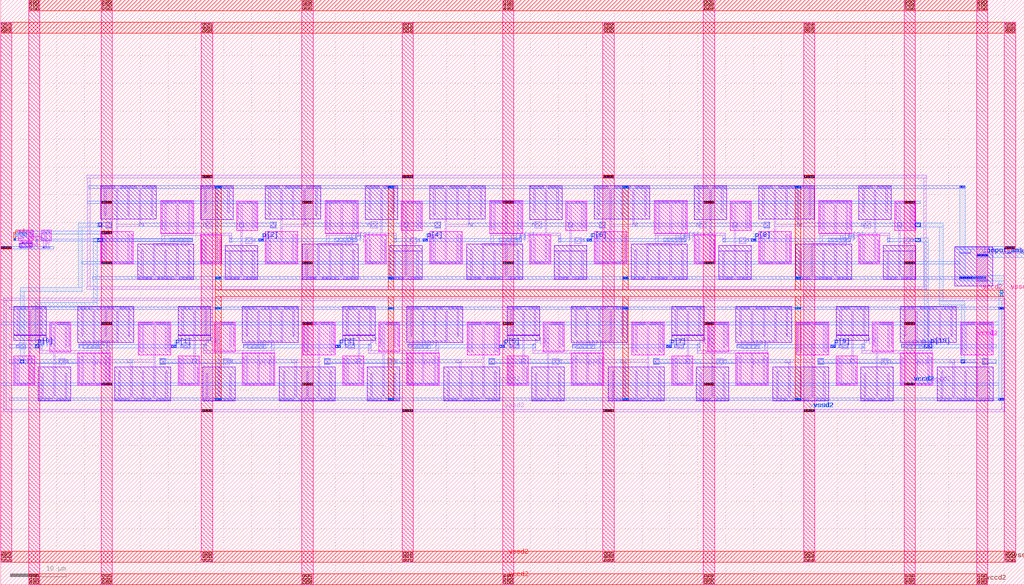
<source format=lef>
VERSION 5.7 ;
  NOWIREEXTENSIONATPIN ON ;
  DIVIDERCHAR "/" ;
  BUSBITCHARS "[]" ;
MACRO ring_osc_r100
  CLASS BLOCK ;
  FOREIGN ring_osc_r100 ;
  ORIGIN -0.500 0.290 ;
  SIZE 181.000 BY 38.660 ;
  OBS
      LAYER pwell ;
        RECT 18.390 32.310 28.420 38.370 ;
      LAYER nwell ;
        RECT 3.630 28.505 6.310 30.340 ;
        RECT 7.800 28.505 9.560 30.340 ;
      LAYER pwell ;
        RECT 4.310 27.985 6.115 28.215 ;
        RECT 3.825 27.305 6.115 27.985 ;
        RECT 3.970 27.115 4.140 27.305 ;
        RECT 8.135 27.115 8.305 27.285 ;
      LAYER nwell ;
        RECT 18.390 24.245 24.240 30.120 ;
        RECT 29.220 29.780 35.070 35.635 ;
      LAYER pwell ;
        RECT 36.365 32.270 42.215 38.370 ;
      LAYER nwell ;
        RECT 42.840 30.310 46.600 35.585 ;
      LAYER pwell ;
        RECT 47.890 32.310 57.920 38.370 ;
        RECT 25.040 21.460 35.070 27.860 ;
      LAYER nwell ;
        RECT 36.365 24.250 40.125 29.560 ;
      LAYER pwell ;
        RECT 40.745 26.625 46.595 27.565 ;
        RECT 40.745 26.575 46.600 26.625 ;
        RECT 40.750 21.465 46.600 26.575 ;
      LAYER nwell ;
        RECT 47.890 24.245 53.740 30.120 ;
        RECT 58.720 29.780 64.570 35.635 ;
      LAYER pwell ;
        RECT 65.865 32.270 71.715 38.370 ;
      LAYER nwell ;
        RECT 72.340 30.310 76.100 35.585 ;
      LAYER pwell ;
        RECT 77.390 32.310 87.420 38.370 ;
        RECT 54.540 21.460 64.570 27.860 ;
      LAYER nwell ;
        RECT 65.865 24.250 69.625 29.560 ;
      LAYER pwell ;
        RECT 70.245 26.625 76.095 27.565 ;
        RECT 70.245 26.575 76.100 26.625 ;
        RECT 70.250 21.465 76.100 26.575 ;
      LAYER nwell ;
        RECT 77.390 24.245 83.240 30.120 ;
        RECT 88.220 29.780 94.070 35.635 ;
      LAYER pwell ;
        RECT 95.365 32.270 101.215 38.370 ;
      LAYER nwell ;
        RECT 101.840 30.310 105.600 35.585 ;
      LAYER pwell ;
        RECT 106.890 32.310 116.920 38.370 ;
        RECT 84.040 21.460 94.070 27.860 ;
      LAYER nwell ;
        RECT 95.365 24.250 99.125 29.560 ;
      LAYER pwell ;
        RECT 99.745 26.625 105.595 27.565 ;
        RECT 99.745 26.575 105.600 26.625 ;
        RECT 99.750 21.465 105.600 26.575 ;
      LAYER nwell ;
        RECT 106.890 24.245 112.740 30.120 ;
        RECT 117.720 29.780 123.570 35.635 ;
      LAYER pwell ;
        RECT 124.865 32.270 130.715 38.370 ;
      LAYER nwell ;
        RECT 131.340 30.310 135.100 35.585 ;
      LAYER pwell ;
        RECT 136.390 32.310 146.420 38.370 ;
        RECT 113.540 21.460 123.570 27.860 ;
      LAYER nwell ;
        RECT 124.865 24.250 128.625 29.560 ;
      LAYER pwell ;
        RECT 129.245 26.625 135.095 27.565 ;
        RECT 129.245 26.575 135.100 26.625 ;
        RECT 129.250 21.465 135.100 26.575 ;
      LAYER nwell ;
        RECT 136.390 24.245 142.240 30.120 ;
        RECT 147.220 29.780 153.070 35.635 ;
      LAYER pwell ;
        RECT 154.365 32.270 160.215 38.370 ;
      LAYER nwell ;
        RECT 160.840 30.310 164.600 35.585 ;
      LAYER pwell ;
        RECT 143.040 21.460 153.070 27.860 ;
      LAYER nwell ;
        RECT 154.365 24.250 158.125 29.560 ;
      LAYER pwell ;
        RECT 158.745 26.625 164.595 27.565 ;
        RECT 158.745 26.575 164.600 26.625 ;
        RECT 158.750 21.465 164.600 26.575 ;
        RECT 171.590 20.280 178.380 27.280 ;
        RECT 2.790 11.505 8.640 16.615 ;
        RECT 2.790 11.455 8.645 11.505 ;
        RECT 2.795 10.515 8.645 11.455 ;
      LAYER nwell ;
        RECT 9.265 8.520 13.025 13.830 ;
      LAYER pwell ;
        RECT 14.320 10.220 24.350 16.620 ;
      LAYER nwell ;
        RECT 2.790 2.495 6.550 7.770 ;
      LAYER pwell ;
        RECT 7.175 -0.290 13.025 5.810 ;
      LAYER nwell ;
        RECT 14.320 2.445 20.170 8.300 ;
        RECT 25.150 7.960 31.000 13.835 ;
      LAYER pwell ;
        RECT 32.290 11.505 38.140 16.615 ;
        RECT 32.290 11.455 38.145 11.505 ;
        RECT 32.295 10.515 38.145 11.455 ;
      LAYER nwell ;
        RECT 38.765 8.520 42.525 13.830 ;
      LAYER pwell ;
        RECT 43.820 10.220 53.850 16.620 ;
        RECT 20.970 -0.290 31.000 5.770 ;
      LAYER nwell ;
        RECT 32.290 2.495 36.050 7.770 ;
      LAYER pwell ;
        RECT 36.675 -0.290 42.525 5.810 ;
      LAYER nwell ;
        RECT 43.820 2.445 49.670 8.300 ;
        RECT 54.650 7.960 60.500 13.835 ;
      LAYER pwell ;
        RECT 61.790 11.505 67.640 16.615 ;
        RECT 61.790 11.455 67.645 11.505 ;
        RECT 61.795 10.515 67.645 11.455 ;
      LAYER nwell ;
        RECT 68.265 8.520 72.025 13.830 ;
      LAYER pwell ;
        RECT 73.320 10.220 83.350 16.620 ;
        RECT 50.470 -0.290 60.500 5.770 ;
      LAYER nwell ;
        RECT 61.790 2.495 65.550 7.770 ;
      LAYER pwell ;
        RECT 66.175 -0.290 72.025 5.810 ;
      LAYER nwell ;
        RECT 73.320 2.445 79.170 8.300 ;
        RECT 84.150 7.960 90.000 13.835 ;
      LAYER pwell ;
        RECT 91.290 11.505 97.140 16.615 ;
        RECT 91.290 11.455 97.145 11.505 ;
        RECT 91.295 10.515 97.145 11.455 ;
      LAYER nwell ;
        RECT 97.765 8.520 101.525 13.830 ;
      LAYER pwell ;
        RECT 102.820 10.220 112.850 16.620 ;
        RECT 79.970 -0.290 90.000 5.770 ;
      LAYER nwell ;
        RECT 91.290 2.495 95.050 7.770 ;
      LAYER pwell ;
        RECT 95.675 -0.290 101.525 5.810 ;
      LAYER nwell ;
        RECT 102.820 2.445 108.670 8.300 ;
        RECT 113.650 7.960 119.500 13.835 ;
      LAYER pwell ;
        RECT 120.790 11.505 126.640 16.615 ;
        RECT 120.790 11.455 126.645 11.505 ;
        RECT 120.795 10.515 126.645 11.455 ;
      LAYER nwell ;
        RECT 127.265 8.520 131.025 13.830 ;
      LAYER pwell ;
        RECT 132.320 10.220 142.350 16.620 ;
        RECT 109.470 -0.290 119.500 5.770 ;
      LAYER nwell ;
        RECT 120.790 2.495 124.550 7.770 ;
      LAYER pwell ;
        RECT 125.175 -0.290 131.025 5.810 ;
      LAYER nwell ;
        RECT 132.320 2.445 138.170 8.300 ;
        RECT 143.150 7.960 149.000 13.835 ;
      LAYER pwell ;
        RECT 150.290 11.505 156.140 16.615 ;
        RECT 150.290 11.455 156.145 11.505 ;
        RECT 150.295 10.515 156.145 11.455 ;
      LAYER nwell ;
        RECT 156.765 8.520 160.525 13.830 ;
      LAYER pwell ;
        RECT 161.820 10.220 171.850 16.620 ;
        RECT 138.970 -0.290 149.000 5.770 ;
      LAYER nwell ;
        RECT 150.290 2.495 154.050 7.770 ;
      LAYER pwell ;
        RECT 154.675 -0.290 160.525 5.810 ;
      LAYER nwell ;
        RECT 161.820 2.445 167.670 8.300 ;
        RECT 172.650 7.960 178.500 13.835 ;
      LAYER pwell ;
        RECT 168.470 -0.290 178.500 5.770 ;
      LAYER li1 ;
        RECT 18.570 37.840 20.915 38.320 ;
        RECT 21.980 37.840 24.840 38.320 ;
        RECT 25.895 37.840 28.240 38.320 ;
        RECT 36.545 37.840 38.890 38.320 ;
        RECT 39.690 37.840 42.035 38.320 ;
        RECT 48.070 37.840 50.415 38.320 ;
        RECT 51.480 37.840 54.340 38.320 ;
        RECT 55.395 37.840 57.740 38.320 ;
        RECT 66.045 37.840 68.390 38.320 ;
        RECT 69.190 37.840 71.535 38.320 ;
        RECT 77.570 37.840 79.915 38.320 ;
        RECT 80.980 37.840 83.840 38.320 ;
        RECT 84.895 37.840 87.240 38.320 ;
        RECT 95.545 37.840 97.890 38.320 ;
        RECT 98.690 37.840 101.035 38.320 ;
        RECT 107.070 37.840 109.415 38.320 ;
        RECT 110.480 37.840 113.340 38.320 ;
        RECT 114.395 37.840 116.740 38.320 ;
        RECT 125.045 37.840 127.390 38.320 ;
        RECT 128.190 37.840 130.535 38.320 ;
        RECT 136.570 37.840 138.915 38.320 ;
        RECT 139.980 37.840 142.840 38.320 ;
        RECT 143.895 37.840 146.240 38.320 ;
        RECT 154.545 37.840 156.890 38.320 ;
        RECT 157.690 37.840 160.035 38.320 ;
        RECT 19.080 33.245 19.370 37.840 ;
        RECT 19.140 33.000 19.310 33.245 ;
        RECT 19.290 30.790 20.420 31.790 ;
        RECT 21.170 31.480 21.460 37.540 ;
        RECT 23.260 33.245 23.550 37.840 ;
        RECT 23.320 33.000 23.490 33.245 ;
        RECT 25.350 31.580 25.640 37.540 ;
        RECT 27.440 33.245 27.730 37.840 ;
        RECT 29.400 35.455 31.745 35.600 ;
        RECT 32.545 35.455 34.890 35.600 ;
        RECT 29.400 35.285 34.890 35.455 ;
        RECT 29.400 35.120 31.745 35.285 ;
        RECT 32.545 35.120 34.890 35.285 ;
        RECT 27.500 33.235 27.695 33.245 ;
        RECT 27.500 33.000 27.670 33.235 ;
        RECT 25.350 31.480 26.170 31.580 ;
        RECT 21.170 30.980 26.170 31.480 ;
        RECT 4.340 30.005 5.310 30.160 ;
        RECT 8.340 30.005 9.310 30.160 ;
        RECT 3.820 29.835 6.120 30.005 ;
        RECT 7.990 29.835 9.370 30.005 ;
        RECT 3.905 29.265 4.165 29.665 ;
        RECT 4.335 29.435 5.270 29.835 ;
        RECT 5.440 29.325 6.035 29.665 ;
        RECT 3.905 29.095 5.270 29.265 ;
        RECT 3.905 28.195 4.365 28.925 ;
        RECT 4.535 28.025 5.270 29.095 ;
        RECT 3.905 27.855 5.270 28.025 ;
        RECT 5.440 28.005 5.615 29.325 ;
        RECT 6.330 29.155 7.780 29.375 ;
        RECT 5.795 29.075 7.780 29.155 ;
        RECT 8.265 29.110 8.595 29.835 ;
        RECT 5.795 28.855 6.630 29.075 ;
        RECT 7.480 28.940 7.780 29.075 ;
        RECT 5.795 28.175 6.035 28.855 ;
        RECT 5.440 27.875 6.035 28.005 ;
        RECT 6.860 27.875 7.160 28.710 ;
        RECT 7.480 28.640 8.595 28.940 ;
        RECT 3.905 27.455 4.165 27.855 ;
        RECT 4.335 27.285 5.270 27.685 ;
        RECT 5.440 27.575 7.160 27.875 ;
        RECT 5.440 27.455 6.035 27.575 ;
        RECT 8.075 27.455 8.595 28.640 ;
        RECT 8.765 28.115 9.285 29.665 ;
        RECT 8.765 27.285 9.105 27.945 ;
        RECT 3.820 27.115 6.120 27.285 ;
        RECT 7.990 27.115 9.370 27.285 ;
        RECT 18.570 24.720 18.740 29.575 ;
        RECT 19.080 24.720 19.370 29.570 ;
        RECT 21.170 25.030 21.460 30.980 ;
        RECT 29.400 30.460 29.570 35.120 ;
        RECT 29.910 30.290 30.200 35.120 ;
        RECT 32.000 29.850 32.290 34.850 ;
        RECT 34.090 30.290 34.380 35.120 ;
        RECT 34.720 30.520 34.890 35.120 ;
        RECT 37.055 33.490 37.345 37.840 ;
        RECT 37.290 31.580 38.490 31.890 ;
        RECT 36.790 30.960 38.490 31.580 ;
        RECT 37.290 30.760 38.490 30.960 ;
        RECT 39.140 29.850 39.435 37.530 ;
        RECT 41.235 33.490 41.525 37.840 ;
        RECT 44.325 35.570 46.420 35.600 ;
        RECT 44.170 35.405 46.420 35.570 ;
        RECT 43.020 35.235 46.420 35.405 ;
        RECT 43.020 32.260 43.190 35.235 ;
        RECT 44.170 35.150 46.420 35.235 ;
        RECT 44.325 35.120 46.420 35.150 ;
        RECT 43.525 31.675 43.820 34.750 ;
        RECT 43.295 30.895 44.035 31.675 ;
        RECT 23.260 24.720 23.550 29.570 ;
        RECT 23.890 24.720 24.060 29.575 ;
        RECT 29.360 29.350 41.955 29.850 ;
        RECT 29.360 27.910 29.860 29.350 ;
        RECT 30.890 28.320 34.890 28.920 ;
        RECT 32.890 28.200 34.890 28.320 ;
        RECT 27.820 27.620 32.290 27.910 ;
        RECT 32.890 27.620 34.090 28.200 ;
        RECT 25.790 26.595 25.960 26.830 ;
        RECT 25.765 26.585 25.960 26.595 ;
        RECT 18.570 24.595 20.915 24.720 ;
        RECT 21.715 24.690 24.060 24.720 ;
        RECT 21.715 24.595 24.240 24.690 ;
        RECT 18.570 24.425 24.240 24.595 ;
        RECT 18.570 24.240 20.915 24.425 ;
        RECT 21.715 24.270 24.240 24.425 ;
        RECT 21.715 24.240 24.060 24.270 ;
        RECT 25.730 22.000 26.020 26.585 ;
        RECT 27.820 22.290 28.110 27.620 ;
        RECT 29.970 26.585 30.140 26.810 ;
        RECT 29.910 22.000 30.200 26.585 ;
        RECT 32.000 22.290 32.290 27.620 ;
        RECT 34.150 26.585 34.320 26.810 ;
        RECT 34.090 22.000 34.380 26.585 ;
        RECT 36.545 24.720 36.715 28.645 ;
        RECT 37.055 24.720 37.345 28.790 ;
        RECT 39.145 25.085 39.440 29.350 ;
        RECT 36.545 24.690 38.640 24.720 ;
        RECT 36.545 24.600 38.795 24.690 ;
        RECT 39.775 24.600 39.945 28.635 ;
        RECT 41.455 28.200 41.955 29.350 ;
        RECT 36.545 24.430 39.945 24.600 ;
        RECT 36.545 24.270 38.795 24.430 ;
        RECT 36.545 24.240 38.640 24.270 ;
        RECT 41.440 22.000 41.730 26.345 ;
        RECT 43.525 22.305 43.820 30.895 ;
        RECT 45.620 30.710 45.910 35.120 ;
        RECT 46.250 30.705 46.420 35.120 ;
        RECT 48.580 33.245 48.870 37.840 ;
        RECT 48.640 33.000 48.810 33.245 ;
        RECT 48.790 30.790 49.920 31.790 ;
        RECT 50.670 31.480 50.960 37.540 ;
        RECT 52.760 33.245 53.050 37.840 ;
        RECT 52.820 33.000 52.990 33.245 ;
        RECT 54.850 31.580 55.140 37.540 ;
        RECT 56.940 33.245 57.230 37.840 ;
        RECT 58.900 35.455 61.245 35.600 ;
        RECT 62.045 35.455 64.390 35.600 ;
        RECT 58.900 35.285 64.390 35.455 ;
        RECT 58.900 35.120 61.245 35.285 ;
        RECT 62.045 35.120 64.390 35.285 ;
        RECT 57.000 33.235 57.195 33.245 ;
        RECT 57.000 33.000 57.170 33.235 ;
        RECT 54.850 31.480 55.670 31.580 ;
        RECT 50.670 30.980 55.670 31.480 ;
        RECT 44.440 28.860 45.620 29.060 ;
        RECT 44.440 28.260 46.120 28.860 ;
        RECT 44.440 27.980 45.620 28.260 ;
        RECT 45.620 22.000 45.910 26.345 ;
        RECT 48.070 24.720 48.240 29.575 ;
        RECT 48.580 24.720 48.870 29.570 ;
        RECT 50.670 25.030 50.960 30.980 ;
        RECT 58.900 30.460 59.070 35.120 ;
        RECT 59.410 30.290 59.700 35.120 ;
        RECT 61.500 29.850 61.790 34.850 ;
        RECT 63.590 30.290 63.880 35.120 ;
        RECT 64.220 30.520 64.390 35.120 ;
        RECT 66.555 33.490 66.845 37.840 ;
        RECT 66.790 31.580 67.990 31.890 ;
        RECT 66.290 30.960 67.990 31.580 ;
        RECT 66.790 30.760 67.990 30.960 ;
        RECT 68.640 29.850 68.935 37.530 ;
        RECT 70.735 33.490 71.025 37.840 ;
        RECT 73.825 35.570 75.920 35.600 ;
        RECT 73.670 35.405 75.920 35.570 ;
        RECT 72.520 35.235 75.920 35.405 ;
        RECT 72.520 32.260 72.690 35.235 ;
        RECT 73.670 35.150 75.920 35.235 ;
        RECT 73.825 35.120 75.920 35.150 ;
        RECT 73.025 31.675 73.320 34.750 ;
        RECT 72.795 30.895 73.535 31.675 ;
        RECT 52.760 24.720 53.050 29.570 ;
        RECT 53.390 24.720 53.560 29.575 ;
        RECT 58.860 29.350 71.455 29.850 ;
        RECT 58.860 27.910 59.360 29.350 ;
        RECT 60.390 28.320 64.390 28.920 ;
        RECT 62.390 28.200 64.390 28.320 ;
        RECT 57.320 27.620 61.790 27.910 ;
        RECT 62.390 27.620 63.590 28.200 ;
        RECT 55.290 26.595 55.460 26.830 ;
        RECT 55.265 26.585 55.460 26.595 ;
        RECT 48.070 24.595 50.415 24.720 ;
        RECT 51.215 24.690 53.560 24.720 ;
        RECT 51.215 24.595 53.740 24.690 ;
        RECT 48.070 24.425 53.740 24.595 ;
        RECT 48.070 24.240 50.415 24.425 ;
        RECT 51.215 24.270 53.740 24.425 ;
        RECT 51.215 24.240 53.560 24.270 ;
        RECT 55.230 22.000 55.520 26.585 ;
        RECT 57.320 22.290 57.610 27.620 ;
        RECT 59.470 26.585 59.640 26.810 ;
        RECT 59.410 22.000 59.700 26.585 ;
        RECT 61.500 22.290 61.790 27.620 ;
        RECT 63.650 26.585 63.820 26.810 ;
        RECT 63.590 22.000 63.880 26.585 ;
        RECT 66.045 24.720 66.215 28.645 ;
        RECT 66.555 24.720 66.845 28.790 ;
        RECT 68.645 25.085 68.940 29.350 ;
        RECT 66.045 24.690 68.140 24.720 ;
        RECT 66.045 24.600 68.295 24.690 ;
        RECT 69.275 24.600 69.445 28.635 ;
        RECT 70.955 28.200 71.455 29.350 ;
        RECT 66.045 24.430 69.445 24.600 ;
        RECT 66.045 24.270 68.295 24.430 ;
        RECT 66.045 24.240 68.140 24.270 ;
        RECT 70.940 22.000 71.230 26.345 ;
        RECT 73.025 22.305 73.320 30.895 ;
        RECT 75.120 30.710 75.410 35.120 ;
        RECT 75.750 30.705 75.920 35.120 ;
        RECT 78.080 33.245 78.370 37.840 ;
        RECT 78.140 33.000 78.310 33.245 ;
        RECT 78.290 30.790 79.420 31.790 ;
        RECT 80.170 31.480 80.460 37.540 ;
        RECT 82.260 33.245 82.550 37.840 ;
        RECT 82.320 33.000 82.490 33.245 ;
        RECT 84.350 31.580 84.640 37.540 ;
        RECT 86.440 33.245 86.730 37.840 ;
        RECT 88.400 35.455 90.745 35.600 ;
        RECT 91.545 35.455 93.890 35.600 ;
        RECT 88.400 35.285 93.890 35.455 ;
        RECT 88.400 35.120 90.745 35.285 ;
        RECT 91.545 35.120 93.890 35.285 ;
        RECT 86.500 33.235 86.695 33.245 ;
        RECT 86.500 33.000 86.670 33.235 ;
        RECT 84.350 31.480 85.170 31.580 ;
        RECT 80.170 30.980 85.170 31.480 ;
        RECT 73.940 28.860 75.120 29.060 ;
        RECT 73.940 28.260 75.620 28.860 ;
        RECT 73.940 27.980 75.120 28.260 ;
        RECT 75.120 22.000 75.410 26.345 ;
        RECT 77.570 24.720 77.740 29.575 ;
        RECT 78.080 24.720 78.370 29.570 ;
        RECT 80.170 25.030 80.460 30.980 ;
        RECT 88.400 30.460 88.570 35.120 ;
        RECT 88.910 30.290 89.200 35.120 ;
        RECT 91.000 29.850 91.290 34.850 ;
        RECT 93.090 30.290 93.380 35.120 ;
        RECT 93.720 30.520 93.890 35.120 ;
        RECT 96.055 33.490 96.345 37.840 ;
        RECT 96.290 31.580 97.490 31.890 ;
        RECT 95.790 30.960 97.490 31.580 ;
        RECT 96.290 30.760 97.490 30.960 ;
        RECT 98.140 29.850 98.435 37.530 ;
        RECT 100.235 33.490 100.525 37.840 ;
        RECT 103.325 35.570 105.420 35.600 ;
        RECT 103.170 35.405 105.420 35.570 ;
        RECT 102.020 35.235 105.420 35.405 ;
        RECT 102.020 32.260 102.190 35.235 ;
        RECT 103.170 35.150 105.420 35.235 ;
        RECT 103.325 35.120 105.420 35.150 ;
        RECT 102.525 31.675 102.820 34.750 ;
        RECT 102.295 30.895 103.035 31.675 ;
        RECT 82.260 24.720 82.550 29.570 ;
        RECT 82.890 24.720 83.060 29.575 ;
        RECT 88.360 29.350 100.955 29.850 ;
        RECT 88.360 27.910 88.860 29.350 ;
        RECT 89.890 28.320 93.890 28.920 ;
        RECT 91.890 28.200 93.890 28.320 ;
        RECT 86.820 27.620 91.290 27.910 ;
        RECT 91.890 27.620 93.090 28.200 ;
        RECT 84.790 26.595 84.960 26.830 ;
        RECT 84.765 26.585 84.960 26.595 ;
        RECT 77.570 24.595 79.915 24.720 ;
        RECT 80.715 24.690 83.060 24.720 ;
        RECT 80.715 24.595 83.240 24.690 ;
        RECT 77.570 24.425 83.240 24.595 ;
        RECT 77.570 24.240 79.915 24.425 ;
        RECT 80.715 24.270 83.240 24.425 ;
        RECT 80.715 24.240 83.060 24.270 ;
        RECT 84.730 22.000 85.020 26.585 ;
        RECT 86.820 22.290 87.110 27.620 ;
        RECT 88.970 26.585 89.140 26.810 ;
        RECT 88.910 22.000 89.200 26.585 ;
        RECT 91.000 22.290 91.290 27.620 ;
        RECT 93.150 26.585 93.320 26.810 ;
        RECT 93.090 22.000 93.380 26.585 ;
        RECT 95.545 24.720 95.715 28.645 ;
        RECT 96.055 24.720 96.345 28.790 ;
        RECT 98.145 25.085 98.440 29.350 ;
        RECT 95.545 24.690 97.640 24.720 ;
        RECT 95.545 24.600 97.795 24.690 ;
        RECT 98.775 24.600 98.945 28.635 ;
        RECT 100.455 28.200 100.955 29.350 ;
        RECT 95.545 24.430 98.945 24.600 ;
        RECT 95.545 24.270 97.795 24.430 ;
        RECT 95.545 24.240 97.640 24.270 ;
        RECT 100.440 22.000 100.730 26.345 ;
        RECT 102.525 22.305 102.820 30.895 ;
        RECT 104.620 30.710 104.910 35.120 ;
        RECT 105.250 30.705 105.420 35.120 ;
        RECT 107.580 33.245 107.870 37.840 ;
        RECT 107.640 33.000 107.810 33.245 ;
        RECT 107.790 30.790 108.920 31.790 ;
        RECT 109.670 31.480 109.960 37.540 ;
        RECT 111.760 33.245 112.050 37.840 ;
        RECT 111.820 33.000 111.990 33.245 ;
        RECT 113.850 31.580 114.140 37.540 ;
        RECT 115.940 33.245 116.230 37.840 ;
        RECT 117.900 35.455 120.245 35.600 ;
        RECT 121.045 35.455 123.390 35.600 ;
        RECT 117.900 35.285 123.390 35.455 ;
        RECT 117.900 35.120 120.245 35.285 ;
        RECT 121.045 35.120 123.390 35.285 ;
        RECT 116.000 33.235 116.195 33.245 ;
        RECT 116.000 33.000 116.170 33.235 ;
        RECT 113.850 31.480 114.670 31.580 ;
        RECT 109.670 30.980 114.670 31.480 ;
        RECT 103.440 28.860 104.620 29.060 ;
        RECT 103.440 28.260 105.120 28.860 ;
        RECT 103.440 27.980 104.620 28.260 ;
        RECT 104.620 22.000 104.910 26.345 ;
        RECT 107.070 24.720 107.240 29.575 ;
        RECT 107.580 24.720 107.870 29.570 ;
        RECT 109.670 25.030 109.960 30.980 ;
        RECT 117.900 30.460 118.070 35.120 ;
        RECT 118.410 30.290 118.700 35.120 ;
        RECT 120.500 29.850 120.790 34.850 ;
        RECT 122.590 30.290 122.880 35.120 ;
        RECT 123.220 30.520 123.390 35.120 ;
        RECT 125.555 33.490 125.845 37.840 ;
        RECT 125.790 31.580 126.990 31.890 ;
        RECT 125.290 30.960 126.990 31.580 ;
        RECT 125.790 30.760 126.990 30.960 ;
        RECT 127.640 29.850 127.935 37.530 ;
        RECT 129.735 33.490 130.025 37.840 ;
        RECT 132.825 35.570 134.920 35.600 ;
        RECT 132.670 35.405 134.920 35.570 ;
        RECT 131.520 35.235 134.920 35.405 ;
        RECT 131.520 32.260 131.690 35.235 ;
        RECT 132.670 35.150 134.920 35.235 ;
        RECT 132.825 35.120 134.920 35.150 ;
        RECT 132.025 31.675 132.320 34.750 ;
        RECT 131.795 30.895 132.535 31.675 ;
        RECT 111.760 24.720 112.050 29.570 ;
        RECT 112.390 24.720 112.560 29.575 ;
        RECT 117.860 29.350 130.455 29.850 ;
        RECT 117.860 27.910 118.360 29.350 ;
        RECT 119.390 28.320 123.390 28.920 ;
        RECT 121.390 28.200 123.390 28.320 ;
        RECT 116.320 27.620 120.790 27.910 ;
        RECT 121.390 27.620 122.590 28.200 ;
        RECT 114.290 26.595 114.460 26.830 ;
        RECT 114.265 26.585 114.460 26.595 ;
        RECT 107.070 24.595 109.415 24.720 ;
        RECT 110.215 24.690 112.560 24.720 ;
        RECT 110.215 24.595 112.740 24.690 ;
        RECT 107.070 24.425 112.740 24.595 ;
        RECT 107.070 24.240 109.415 24.425 ;
        RECT 110.215 24.270 112.740 24.425 ;
        RECT 110.215 24.240 112.560 24.270 ;
        RECT 114.230 22.000 114.520 26.585 ;
        RECT 116.320 22.290 116.610 27.620 ;
        RECT 118.470 26.585 118.640 26.810 ;
        RECT 118.410 22.000 118.700 26.585 ;
        RECT 120.500 22.290 120.790 27.620 ;
        RECT 122.650 26.585 122.820 26.810 ;
        RECT 122.590 22.000 122.880 26.585 ;
        RECT 125.045 24.720 125.215 28.645 ;
        RECT 125.555 24.720 125.845 28.790 ;
        RECT 127.645 25.085 127.940 29.350 ;
        RECT 125.045 24.690 127.140 24.720 ;
        RECT 125.045 24.600 127.295 24.690 ;
        RECT 128.275 24.600 128.445 28.635 ;
        RECT 129.955 28.200 130.455 29.350 ;
        RECT 125.045 24.430 128.445 24.600 ;
        RECT 125.045 24.270 127.295 24.430 ;
        RECT 125.045 24.240 127.140 24.270 ;
        RECT 129.940 22.000 130.230 26.345 ;
        RECT 132.025 22.305 132.320 30.895 ;
        RECT 134.120 30.710 134.410 35.120 ;
        RECT 134.750 30.705 134.920 35.120 ;
        RECT 137.080 33.245 137.370 37.840 ;
        RECT 137.140 33.000 137.310 33.245 ;
        RECT 137.290 30.790 138.420 31.790 ;
        RECT 139.170 31.480 139.460 37.540 ;
        RECT 141.260 33.245 141.550 37.840 ;
        RECT 141.320 33.000 141.490 33.245 ;
        RECT 143.350 31.580 143.640 37.540 ;
        RECT 145.440 33.245 145.730 37.840 ;
        RECT 147.400 35.455 149.745 35.600 ;
        RECT 150.545 35.455 152.890 35.600 ;
        RECT 147.400 35.285 152.890 35.455 ;
        RECT 147.400 35.120 149.745 35.285 ;
        RECT 150.545 35.120 152.890 35.285 ;
        RECT 145.500 33.235 145.695 33.245 ;
        RECT 145.500 33.000 145.670 33.235 ;
        RECT 143.350 31.480 144.170 31.580 ;
        RECT 139.170 30.980 144.170 31.480 ;
        RECT 132.940 28.860 134.120 29.060 ;
        RECT 132.940 28.260 134.620 28.860 ;
        RECT 132.940 27.980 134.120 28.260 ;
        RECT 134.120 22.000 134.410 26.345 ;
        RECT 136.570 24.720 136.740 29.575 ;
        RECT 137.080 24.720 137.370 29.570 ;
        RECT 139.170 25.030 139.460 30.980 ;
        RECT 147.400 30.460 147.570 35.120 ;
        RECT 147.910 30.290 148.200 35.120 ;
        RECT 150.000 29.850 150.290 34.850 ;
        RECT 152.090 30.290 152.380 35.120 ;
        RECT 152.720 30.520 152.890 35.120 ;
        RECT 155.055 33.490 155.345 37.840 ;
        RECT 155.290 31.580 156.490 31.890 ;
        RECT 154.790 30.960 156.490 31.580 ;
        RECT 155.290 30.760 156.490 30.960 ;
        RECT 157.140 29.850 157.435 37.530 ;
        RECT 159.235 33.490 159.525 37.840 ;
        RECT 162.325 35.570 164.420 35.600 ;
        RECT 162.170 35.405 164.420 35.570 ;
        RECT 161.020 35.235 164.420 35.405 ;
        RECT 161.020 32.260 161.190 35.235 ;
        RECT 162.170 35.150 164.420 35.235 ;
        RECT 162.325 35.120 164.420 35.150 ;
        RECT 161.525 31.675 161.820 34.750 ;
        RECT 161.295 30.895 162.035 31.675 ;
        RECT 141.260 24.720 141.550 29.570 ;
        RECT 141.890 24.720 142.060 29.575 ;
        RECT 147.360 29.350 159.955 29.850 ;
        RECT 147.360 27.910 147.860 29.350 ;
        RECT 148.890 28.320 152.890 28.920 ;
        RECT 150.890 28.200 152.890 28.320 ;
        RECT 145.820 27.620 150.290 27.910 ;
        RECT 150.890 27.620 152.090 28.200 ;
        RECT 143.790 26.595 143.960 26.830 ;
        RECT 143.765 26.585 143.960 26.595 ;
        RECT 136.570 24.595 138.915 24.720 ;
        RECT 139.715 24.690 142.060 24.720 ;
        RECT 139.715 24.595 142.240 24.690 ;
        RECT 136.570 24.425 142.240 24.595 ;
        RECT 136.570 24.240 138.915 24.425 ;
        RECT 139.715 24.270 142.240 24.425 ;
        RECT 139.715 24.240 142.060 24.270 ;
        RECT 143.730 22.000 144.020 26.585 ;
        RECT 145.820 22.290 146.110 27.620 ;
        RECT 147.970 26.585 148.140 26.810 ;
        RECT 147.910 22.000 148.200 26.585 ;
        RECT 150.000 22.290 150.290 27.620 ;
        RECT 152.150 26.585 152.320 26.810 ;
        RECT 152.090 22.000 152.380 26.585 ;
        RECT 154.545 24.720 154.715 28.645 ;
        RECT 155.055 24.720 155.345 28.790 ;
        RECT 157.145 25.085 157.440 29.350 ;
        RECT 154.545 24.690 156.640 24.720 ;
        RECT 154.545 24.600 156.795 24.690 ;
        RECT 157.775 24.600 157.945 28.635 ;
        RECT 159.455 28.200 159.955 29.350 ;
        RECT 154.545 24.430 157.945 24.600 ;
        RECT 154.545 24.270 156.795 24.430 ;
        RECT 154.545 24.240 156.640 24.270 ;
        RECT 159.440 22.000 159.730 26.345 ;
        RECT 161.525 22.305 161.820 30.895 ;
        RECT 163.620 30.710 163.910 35.120 ;
        RECT 164.250 30.705 164.420 35.120 ;
        RECT 162.440 28.860 163.620 29.060 ;
        RECT 162.440 28.260 164.120 28.860 ;
        RECT 162.440 27.980 163.620 28.260 ;
        RECT 163.620 22.000 163.910 26.345 ;
        RECT 172.420 26.200 174.420 26.370 ;
        RECT 172.500 26.170 174.340 26.200 ;
        RECT 175.550 25.740 177.550 25.910 ;
        RECT 175.630 25.710 177.470 25.740 ;
        RECT 25.220 21.520 27.570 22.000 ;
        RECT 28.620 21.520 31.480 22.000 ;
        RECT 32.545 21.520 34.890 22.000 ;
        RECT 40.930 21.970 43.270 22.000 ;
        RECT 44.080 21.970 46.420 22.000 ;
        RECT 40.930 21.550 43.275 21.970 ;
        RECT 44.075 21.550 46.420 21.970 ;
        RECT 40.930 21.520 43.270 21.550 ;
        RECT 44.080 21.520 46.420 21.550 ;
        RECT 54.720 21.520 57.070 22.000 ;
        RECT 58.120 21.520 60.980 22.000 ;
        RECT 62.045 21.520 64.390 22.000 ;
        RECT 70.430 21.970 72.770 22.000 ;
        RECT 73.580 21.970 75.920 22.000 ;
        RECT 70.430 21.550 72.775 21.970 ;
        RECT 73.575 21.550 75.920 21.970 ;
        RECT 70.430 21.520 72.770 21.550 ;
        RECT 73.580 21.520 75.920 21.550 ;
        RECT 84.220 21.520 86.570 22.000 ;
        RECT 87.620 21.520 90.480 22.000 ;
        RECT 91.545 21.520 93.890 22.000 ;
        RECT 99.930 21.970 102.270 22.000 ;
        RECT 103.080 21.970 105.420 22.000 ;
        RECT 99.930 21.550 102.275 21.970 ;
        RECT 103.075 21.550 105.420 21.970 ;
        RECT 99.930 21.520 102.270 21.550 ;
        RECT 103.080 21.520 105.420 21.550 ;
        RECT 113.720 21.520 116.070 22.000 ;
        RECT 117.120 21.520 119.980 22.000 ;
        RECT 121.045 21.520 123.390 22.000 ;
        RECT 129.430 21.970 131.770 22.000 ;
        RECT 132.580 21.970 134.920 22.000 ;
        RECT 129.430 21.550 131.775 21.970 ;
        RECT 132.575 21.550 134.920 21.970 ;
        RECT 129.430 21.520 131.770 21.550 ;
        RECT 132.580 21.520 134.920 21.550 ;
        RECT 143.220 21.520 145.570 22.000 ;
        RECT 146.620 21.520 149.480 22.000 ;
        RECT 150.545 21.520 152.890 22.000 ;
        RECT 158.930 21.970 161.270 22.000 ;
        RECT 162.080 21.970 164.420 22.000 ;
        RECT 158.930 21.550 161.275 21.970 ;
        RECT 162.075 21.550 164.420 21.970 ;
        RECT 172.500 21.820 174.340 21.850 ;
        RECT 172.420 21.650 174.420 21.820 ;
        RECT 158.930 21.520 161.270 21.550 ;
        RECT 162.080 21.520 164.420 21.550 ;
        RECT 175.630 21.360 177.470 21.390 ;
        RECT 175.550 21.190 177.550 21.360 ;
        RECT 2.970 16.530 5.310 16.560 ;
        RECT 6.120 16.530 8.460 16.560 ;
        RECT 2.970 16.110 5.315 16.530 ;
        RECT 6.115 16.110 8.460 16.530 ;
        RECT 2.970 16.080 5.310 16.110 ;
        RECT 6.120 16.080 8.460 16.110 ;
        RECT 14.500 16.080 16.845 16.560 ;
        RECT 17.910 16.080 20.770 16.560 ;
        RECT 21.820 16.080 24.170 16.560 ;
        RECT 32.470 16.530 34.810 16.560 ;
        RECT 35.620 16.530 37.960 16.560 ;
        RECT 32.470 16.110 34.815 16.530 ;
        RECT 35.615 16.110 37.960 16.530 ;
        RECT 32.470 16.080 34.810 16.110 ;
        RECT 35.620 16.080 37.960 16.110 ;
        RECT 44.000 16.080 46.345 16.560 ;
        RECT 47.410 16.080 50.270 16.560 ;
        RECT 51.320 16.080 53.670 16.560 ;
        RECT 61.970 16.530 64.310 16.560 ;
        RECT 65.120 16.530 67.460 16.560 ;
        RECT 61.970 16.110 64.315 16.530 ;
        RECT 65.115 16.110 67.460 16.530 ;
        RECT 61.970 16.080 64.310 16.110 ;
        RECT 65.120 16.080 67.460 16.110 ;
        RECT 73.500 16.080 75.845 16.560 ;
        RECT 76.910 16.080 79.770 16.560 ;
        RECT 80.820 16.080 83.170 16.560 ;
        RECT 91.470 16.530 93.810 16.560 ;
        RECT 94.620 16.530 96.960 16.560 ;
        RECT 91.470 16.110 93.815 16.530 ;
        RECT 94.615 16.110 96.960 16.530 ;
        RECT 91.470 16.080 93.810 16.110 ;
        RECT 94.620 16.080 96.960 16.110 ;
        RECT 103.000 16.080 105.345 16.560 ;
        RECT 106.410 16.080 109.270 16.560 ;
        RECT 110.320 16.080 112.670 16.560 ;
        RECT 120.970 16.530 123.310 16.560 ;
        RECT 124.120 16.530 126.460 16.560 ;
        RECT 120.970 16.110 123.315 16.530 ;
        RECT 124.115 16.110 126.460 16.530 ;
        RECT 120.970 16.080 123.310 16.110 ;
        RECT 124.120 16.080 126.460 16.110 ;
        RECT 132.500 16.080 134.845 16.560 ;
        RECT 135.910 16.080 138.770 16.560 ;
        RECT 139.820 16.080 142.170 16.560 ;
        RECT 150.470 16.530 152.810 16.560 ;
        RECT 153.620 16.530 155.960 16.560 ;
        RECT 150.470 16.110 152.815 16.530 ;
        RECT 153.615 16.110 155.960 16.530 ;
        RECT 150.470 16.080 152.810 16.110 ;
        RECT 153.620 16.080 155.960 16.110 ;
        RECT 162.000 16.080 164.345 16.560 ;
        RECT 165.410 16.080 168.270 16.560 ;
        RECT 169.320 16.080 171.670 16.560 ;
        RECT 3.480 11.735 3.770 16.080 ;
        RECT 3.770 9.820 4.950 10.100 ;
        RECT 3.270 9.220 4.950 9.820 ;
        RECT 3.770 9.020 4.950 9.220 ;
        RECT 2.970 2.960 3.140 7.375 ;
        RECT 3.480 2.960 3.770 7.370 ;
        RECT 5.570 7.185 5.865 15.775 ;
        RECT 7.660 11.735 7.950 16.080 ;
        RECT 10.750 13.810 12.845 13.840 ;
        RECT 10.595 13.650 12.845 13.810 ;
        RECT 9.445 13.480 12.845 13.650 ;
        RECT 7.435 8.730 7.935 9.880 ;
        RECT 9.445 9.445 9.615 13.480 ;
        RECT 10.595 13.390 12.845 13.480 ;
        RECT 10.750 13.360 12.845 13.390 ;
        RECT 9.950 8.730 10.245 12.995 ;
        RECT 12.045 9.290 12.335 13.360 ;
        RECT 12.675 9.435 12.845 13.360 ;
        RECT 15.010 11.495 15.300 16.080 ;
        RECT 15.070 11.270 15.240 11.495 ;
        RECT 17.100 10.460 17.390 15.790 ;
        RECT 19.190 11.495 19.480 16.080 ;
        RECT 19.250 11.270 19.420 11.495 ;
        RECT 21.280 10.460 21.570 15.790 ;
        RECT 23.370 11.495 23.660 16.080 ;
        RECT 25.330 13.810 27.675 13.840 ;
        RECT 25.150 13.655 27.675 13.810 ;
        RECT 28.475 13.655 30.820 13.840 ;
        RECT 25.150 13.485 30.820 13.655 ;
        RECT 25.150 13.390 27.675 13.485 ;
        RECT 25.330 13.360 27.675 13.390 ;
        RECT 28.475 13.360 30.820 13.485 ;
        RECT 23.430 11.485 23.625 11.495 ;
        RECT 23.430 11.250 23.600 11.485 ;
        RECT 15.300 9.880 16.500 10.460 ;
        RECT 17.100 10.170 21.570 10.460 ;
        RECT 14.500 9.760 16.500 9.880 ;
        RECT 14.500 9.160 18.500 9.760 ;
        RECT 19.530 8.730 20.030 10.170 ;
        RECT 7.435 8.230 20.030 8.730 ;
        RECT 25.330 8.505 25.500 13.360 ;
        RECT 25.840 8.510 26.130 13.360 ;
        RECT 5.355 6.405 6.095 7.185 ;
        RECT 5.570 3.330 5.865 6.405 ;
        RECT 2.970 2.930 5.065 2.960 ;
        RECT 2.970 2.845 5.220 2.930 ;
        RECT 6.200 2.845 6.370 5.820 ;
        RECT 2.970 2.675 6.370 2.845 ;
        RECT 2.970 2.510 5.220 2.675 ;
        RECT 2.970 2.480 5.065 2.510 ;
        RECT 7.865 0.240 8.155 4.590 ;
        RECT 9.955 0.550 10.250 8.230 ;
        RECT 10.900 7.120 12.100 7.320 ;
        RECT 10.900 6.500 12.600 7.120 ;
        RECT 10.900 6.190 12.100 6.500 ;
        RECT 12.045 0.240 12.335 4.590 ;
        RECT 14.500 2.960 14.670 7.560 ;
        RECT 15.010 2.960 15.300 7.790 ;
        RECT 17.100 3.230 17.390 8.230 ;
        RECT 19.190 2.960 19.480 7.790 ;
        RECT 19.820 2.960 19.990 7.620 ;
        RECT 27.930 7.100 28.220 13.050 ;
        RECT 30.020 8.510 30.310 13.360 ;
        RECT 30.650 8.505 30.820 13.360 ;
        RECT 32.980 11.735 33.270 16.080 ;
        RECT 33.270 9.820 34.450 10.100 ;
        RECT 32.770 9.220 34.450 9.820 ;
        RECT 33.270 9.020 34.450 9.220 ;
        RECT 23.220 6.600 28.220 7.100 ;
        RECT 23.220 6.500 24.040 6.600 ;
        RECT 21.720 4.845 21.890 5.080 ;
        RECT 21.695 4.835 21.890 4.845 ;
        RECT 14.500 2.795 16.845 2.960 ;
        RECT 17.645 2.795 19.990 2.960 ;
        RECT 14.500 2.625 19.990 2.795 ;
        RECT 14.500 2.480 16.845 2.625 ;
        RECT 17.645 2.480 19.990 2.625 ;
        RECT 21.660 0.240 21.950 4.835 ;
        RECT 23.750 0.540 24.040 6.500 ;
        RECT 25.900 4.835 26.070 5.080 ;
        RECT 25.840 0.240 26.130 4.835 ;
        RECT 27.930 0.540 28.220 6.600 ;
        RECT 28.970 6.290 30.100 7.290 ;
        RECT 30.080 4.835 30.250 5.080 ;
        RECT 30.020 0.240 30.310 4.835 ;
        RECT 32.470 2.960 32.640 7.375 ;
        RECT 32.980 2.960 33.270 7.370 ;
        RECT 35.070 7.185 35.365 15.775 ;
        RECT 37.160 11.735 37.450 16.080 ;
        RECT 40.250 13.810 42.345 13.840 ;
        RECT 40.095 13.650 42.345 13.810 ;
        RECT 38.945 13.480 42.345 13.650 ;
        RECT 36.935 8.730 37.435 9.880 ;
        RECT 38.945 9.445 39.115 13.480 ;
        RECT 40.095 13.390 42.345 13.480 ;
        RECT 40.250 13.360 42.345 13.390 ;
        RECT 39.450 8.730 39.745 12.995 ;
        RECT 41.545 9.290 41.835 13.360 ;
        RECT 42.175 9.435 42.345 13.360 ;
        RECT 44.510 11.495 44.800 16.080 ;
        RECT 44.570 11.270 44.740 11.495 ;
        RECT 46.600 10.460 46.890 15.790 ;
        RECT 48.690 11.495 48.980 16.080 ;
        RECT 48.750 11.270 48.920 11.495 ;
        RECT 50.780 10.460 51.070 15.790 ;
        RECT 52.870 11.495 53.160 16.080 ;
        RECT 54.830 13.810 57.175 13.840 ;
        RECT 54.650 13.655 57.175 13.810 ;
        RECT 57.975 13.655 60.320 13.840 ;
        RECT 54.650 13.485 60.320 13.655 ;
        RECT 54.650 13.390 57.175 13.485 ;
        RECT 54.830 13.360 57.175 13.390 ;
        RECT 57.975 13.360 60.320 13.485 ;
        RECT 52.930 11.485 53.125 11.495 ;
        RECT 52.930 11.250 53.100 11.485 ;
        RECT 44.800 9.880 46.000 10.460 ;
        RECT 46.600 10.170 51.070 10.460 ;
        RECT 44.000 9.760 46.000 9.880 ;
        RECT 44.000 9.160 48.000 9.760 ;
        RECT 49.030 8.730 49.530 10.170 ;
        RECT 36.935 8.230 49.530 8.730 ;
        RECT 54.830 8.505 55.000 13.360 ;
        RECT 55.340 8.510 55.630 13.360 ;
        RECT 34.855 6.405 35.595 7.185 ;
        RECT 35.070 3.330 35.365 6.405 ;
        RECT 32.470 2.930 34.565 2.960 ;
        RECT 32.470 2.845 34.720 2.930 ;
        RECT 35.700 2.845 35.870 5.820 ;
        RECT 32.470 2.675 35.870 2.845 ;
        RECT 32.470 2.510 34.720 2.675 ;
        RECT 32.470 2.480 34.565 2.510 ;
        RECT 37.365 0.240 37.655 4.590 ;
        RECT 39.455 0.550 39.750 8.230 ;
        RECT 40.400 7.120 41.600 7.320 ;
        RECT 40.400 6.500 42.100 7.120 ;
        RECT 40.400 6.190 41.600 6.500 ;
        RECT 41.545 0.240 41.835 4.590 ;
        RECT 44.000 2.960 44.170 7.560 ;
        RECT 44.510 2.960 44.800 7.790 ;
        RECT 46.600 3.230 46.890 8.230 ;
        RECT 48.690 2.960 48.980 7.790 ;
        RECT 49.320 2.960 49.490 7.620 ;
        RECT 57.430 7.100 57.720 13.050 ;
        RECT 59.520 8.510 59.810 13.360 ;
        RECT 60.150 8.505 60.320 13.360 ;
        RECT 62.480 11.735 62.770 16.080 ;
        RECT 62.770 9.820 63.950 10.100 ;
        RECT 62.270 9.220 63.950 9.820 ;
        RECT 62.770 9.020 63.950 9.220 ;
        RECT 52.720 6.600 57.720 7.100 ;
        RECT 52.720 6.500 53.540 6.600 ;
        RECT 51.220 4.845 51.390 5.080 ;
        RECT 51.195 4.835 51.390 4.845 ;
        RECT 44.000 2.795 46.345 2.960 ;
        RECT 47.145 2.795 49.490 2.960 ;
        RECT 44.000 2.625 49.490 2.795 ;
        RECT 44.000 2.480 46.345 2.625 ;
        RECT 47.145 2.480 49.490 2.625 ;
        RECT 51.160 0.240 51.450 4.835 ;
        RECT 53.250 0.540 53.540 6.500 ;
        RECT 55.400 4.835 55.570 5.080 ;
        RECT 55.340 0.240 55.630 4.835 ;
        RECT 57.430 0.540 57.720 6.600 ;
        RECT 58.470 6.290 59.600 7.290 ;
        RECT 59.580 4.835 59.750 5.080 ;
        RECT 59.520 0.240 59.810 4.835 ;
        RECT 61.970 2.960 62.140 7.375 ;
        RECT 62.480 2.960 62.770 7.370 ;
        RECT 64.570 7.185 64.865 15.775 ;
        RECT 66.660 11.735 66.950 16.080 ;
        RECT 69.750 13.810 71.845 13.840 ;
        RECT 69.595 13.650 71.845 13.810 ;
        RECT 68.445 13.480 71.845 13.650 ;
        RECT 66.435 8.730 66.935 9.880 ;
        RECT 68.445 9.445 68.615 13.480 ;
        RECT 69.595 13.390 71.845 13.480 ;
        RECT 69.750 13.360 71.845 13.390 ;
        RECT 68.950 8.730 69.245 12.995 ;
        RECT 71.045 9.290 71.335 13.360 ;
        RECT 71.675 9.435 71.845 13.360 ;
        RECT 74.010 11.495 74.300 16.080 ;
        RECT 74.070 11.270 74.240 11.495 ;
        RECT 76.100 10.460 76.390 15.790 ;
        RECT 78.190 11.495 78.480 16.080 ;
        RECT 78.250 11.270 78.420 11.495 ;
        RECT 80.280 10.460 80.570 15.790 ;
        RECT 82.370 11.495 82.660 16.080 ;
        RECT 84.330 13.810 86.675 13.840 ;
        RECT 84.150 13.655 86.675 13.810 ;
        RECT 87.475 13.655 89.820 13.840 ;
        RECT 84.150 13.485 89.820 13.655 ;
        RECT 84.150 13.390 86.675 13.485 ;
        RECT 84.330 13.360 86.675 13.390 ;
        RECT 87.475 13.360 89.820 13.485 ;
        RECT 82.430 11.485 82.625 11.495 ;
        RECT 82.430 11.250 82.600 11.485 ;
        RECT 74.300 9.880 75.500 10.460 ;
        RECT 76.100 10.170 80.570 10.460 ;
        RECT 73.500 9.760 75.500 9.880 ;
        RECT 73.500 9.160 77.500 9.760 ;
        RECT 78.530 8.730 79.030 10.170 ;
        RECT 66.435 8.230 79.030 8.730 ;
        RECT 84.330 8.505 84.500 13.360 ;
        RECT 84.840 8.510 85.130 13.360 ;
        RECT 64.355 6.405 65.095 7.185 ;
        RECT 64.570 3.330 64.865 6.405 ;
        RECT 61.970 2.930 64.065 2.960 ;
        RECT 61.970 2.845 64.220 2.930 ;
        RECT 65.200 2.845 65.370 5.820 ;
        RECT 61.970 2.675 65.370 2.845 ;
        RECT 61.970 2.510 64.220 2.675 ;
        RECT 61.970 2.480 64.065 2.510 ;
        RECT 66.865 0.240 67.155 4.590 ;
        RECT 68.955 0.550 69.250 8.230 ;
        RECT 69.900 7.120 71.100 7.320 ;
        RECT 69.900 6.500 71.600 7.120 ;
        RECT 69.900 6.190 71.100 6.500 ;
        RECT 71.045 0.240 71.335 4.590 ;
        RECT 73.500 2.960 73.670 7.560 ;
        RECT 74.010 2.960 74.300 7.790 ;
        RECT 76.100 3.230 76.390 8.230 ;
        RECT 78.190 2.960 78.480 7.790 ;
        RECT 78.820 2.960 78.990 7.620 ;
        RECT 86.930 7.100 87.220 13.050 ;
        RECT 89.020 8.510 89.310 13.360 ;
        RECT 89.650 8.505 89.820 13.360 ;
        RECT 91.980 11.735 92.270 16.080 ;
        RECT 92.270 9.820 93.450 10.100 ;
        RECT 91.770 9.220 93.450 9.820 ;
        RECT 92.270 9.020 93.450 9.220 ;
        RECT 82.220 6.600 87.220 7.100 ;
        RECT 82.220 6.500 83.040 6.600 ;
        RECT 80.720 4.845 80.890 5.080 ;
        RECT 80.695 4.835 80.890 4.845 ;
        RECT 73.500 2.795 75.845 2.960 ;
        RECT 76.645 2.795 78.990 2.960 ;
        RECT 73.500 2.625 78.990 2.795 ;
        RECT 73.500 2.480 75.845 2.625 ;
        RECT 76.645 2.480 78.990 2.625 ;
        RECT 80.660 0.240 80.950 4.835 ;
        RECT 82.750 0.540 83.040 6.500 ;
        RECT 84.900 4.835 85.070 5.080 ;
        RECT 84.840 0.240 85.130 4.835 ;
        RECT 86.930 0.540 87.220 6.600 ;
        RECT 87.970 6.290 89.100 7.290 ;
        RECT 89.080 4.835 89.250 5.080 ;
        RECT 89.020 0.240 89.310 4.835 ;
        RECT 91.470 2.960 91.640 7.375 ;
        RECT 91.980 2.960 92.270 7.370 ;
        RECT 94.070 7.185 94.365 15.775 ;
        RECT 96.160 11.735 96.450 16.080 ;
        RECT 99.250 13.810 101.345 13.840 ;
        RECT 99.095 13.650 101.345 13.810 ;
        RECT 97.945 13.480 101.345 13.650 ;
        RECT 95.935 8.730 96.435 9.880 ;
        RECT 97.945 9.445 98.115 13.480 ;
        RECT 99.095 13.390 101.345 13.480 ;
        RECT 99.250 13.360 101.345 13.390 ;
        RECT 98.450 8.730 98.745 12.995 ;
        RECT 100.545 9.290 100.835 13.360 ;
        RECT 101.175 9.435 101.345 13.360 ;
        RECT 103.510 11.495 103.800 16.080 ;
        RECT 103.570 11.270 103.740 11.495 ;
        RECT 105.600 10.460 105.890 15.790 ;
        RECT 107.690 11.495 107.980 16.080 ;
        RECT 107.750 11.270 107.920 11.495 ;
        RECT 109.780 10.460 110.070 15.790 ;
        RECT 111.870 11.495 112.160 16.080 ;
        RECT 113.830 13.810 116.175 13.840 ;
        RECT 113.650 13.655 116.175 13.810 ;
        RECT 116.975 13.655 119.320 13.840 ;
        RECT 113.650 13.485 119.320 13.655 ;
        RECT 113.650 13.390 116.175 13.485 ;
        RECT 113.830 13.360 116.175 13.390 ;
        RECT 116.975 13.360 119.320 13.485 ;
        RECT 111.930 11.485 112.125 11.495 ;
        RECT 111.930 11.250 112.100 11.485 ;
        RECT 103.800 9.880 105.000 10.460 ;
        RECT 105.600 10.170 110.070 10.460 ;
        RECT 103.000 9.760 105.000 9.880 ;
        RECT 103.000 9.160 107.000 9.760 ;
        RECT 108.030 8.730 108.530 10.170 ;
        RECT 95.935 8.230 108.530 8.730 ;
        RECT 113.830 8.505 114.000 13.360 ;
        RECT 114.340 8.510 114.630 13.360 ;
        RECT 93.855 6.405 94.595 7.185 ;
        RECT 94.070 3.330 94.365 6.405 ;
        RECT 91.470 2.930 93.565 2.960 ;
        RECT 91.470 2.845 93.720 2.930 ;
        RECT 94.700 2.845 94.870 5.820 ;
        RECT 91.470 2.675 94.870 2.845 ;
        RECT 91.470 2.510 93.720 2.675 ;
        RECT 91.470 2.480 93.565 2.510 ;
        RECT 96.365 0.240 96.655 4.590 ;
        RECT 98.455 0.550 98.750 8.230 ;
        RECT 99.400 7.120 100.600 7.320 ;
        RECT 99.400 6.500 101.100 7.120 ;
        RECT 99.400 6.190 100.600 6.500 ;
        RECT 100.545 0.240 100.835 4.590 ;
        RECT 103.000 2.960 103.170 7.560 ;
        RECT 103.510 2.960 103.800 7.790 ;
        RECT 105.600 3.230 105.890 8.230 ;
        RECT 107.690 2.960 107.980 7.790 ;
        RECT 108.320 2.960 108.490 7.620 ;
        RECT 116.430 7.100 116.720 13.050 ;
        RECT 118.520 8.510 118.810 13.360 ;
        RECT 119.150 8.505 119.320 13.360 ;
        RECT 121.480 11.735 121.770 16.080 ;
        RECT 121.770 9.820 122.950 10.100 ;
        RECT 121.270 9.220 122.950 9.820 ;
        RECT 121.770 9.020 122.950 9.220 ;
        RECT 111.720 6.600 116.720 7.100 ;
        RECT 111.720 6.500 112.540 6.600 ;
        RECT 110.220 4.845 110.390 5.080 ;
        RECT 110.195 4.835 110.390 4.845 ;
        RECT 103.000 2.795 105.345 2.960 ;
        RECT 106.145 2.795 108.490 2.960 ;
        RECT 103.000 2.625 108.490 2.795 ;
        RECT 103.000 2.480 105.345 2.625 ;
        RECT 106.145 2.480 108.490 2.625 ;
        RECT 110.160 0.240 110.450 4.835 ;
        RECT 112.250 0.540 112.540 6.500 ;
        RECT 114.400 4.835 114.570 5.080 ;
        RECT 114.340 0.240 114.630 4.835 ;
        RECT 116.430 0.540 116.720 6.600 ;
        RECT 117.470 6.290 118.600 7.290 ;
        RECT 118.580 4.835 118.750 5.080 ;
        RECT 118.520 0.240 118.810 4.835 ;
        RECT 120.970 2.960 121.140 7.375 ;
        RECT 121.480 2.960 121.770 7.370 ;
        RECT 123.570 7.185 123.865 15.775 ;
        RECT 125.660 11.735 125.950 16.080 ;
        RECT 128.750 13.810 130.845 13.840 ;
        RECT 128.595 13.650 130.845 13.810 ;
        RECT 127.445 13.480 130.845 13.650 ;
        RECT 125.435 8.730 125.935 9.880 ;
        RECT 127.445 9.445 127.615 13.480 ;
        RECT 128.595 13.390 130.845 13.480 ;
        RECT 128.750 13.360 130.845 13.390 ;
        RECT 127.950 8.730 128.245 12.995 ;
        RECT 130.045 9.290 130.335 13.360 ;
        RECT 130.675 9.435 130.845 13.360 ;
        RECT 133.010 11.495 133.300 16.080 ;
        RECT 133.070 11.270 133.240 11.495 ;
        RECT 135.100 10.460 135.390 15.790 ;
        RECT 137.190 11.495 137.480 16.080 ;
        RECT 137.250 11.270 137.420 11.495 ;
        RECT 139.280 10.460 139.570 15.790 ;
        RECT 141.370 11.495 141.660 16.080 ;
        RECT 143.330 13.810 145.675 13.840 ;
        RECT 143.150 13.655 145.675 13.810 ;
        RECT 146.475 13.655 148.820 13.840 ;
        RECT 143.150 13.485 148.820 13.655 ;
        RECT 143.150 13.390 145.675 13.485 ;
        RECT 143.330 13.360 145.675 13.390 ;
        RECT 146.475 13.360 148.820 13.485 ;
        RECT 141.430 11.485 141.625 11.495 ;
        RECT 141.430 11.250 141.600 11.485 ;
        RECT 133.300 9.880 134.500 10.460 ;
        RECT 135.100 10.170 139.570 10.460 ;
        RECT 132.500 9.760 134.500 9.880 ;
        RECT 132.500 9.160 136.500 9.760 ;
        RECT 137.530 8.730 138.030 10.170 ;
        RECT 125.435 8.230 138.030 8.730 ;
        RECT 143.330 8.505 143.500 13.360 ;
        RECT 143.840 8.510 144.130 13.360 ;
        RECT 123.355 6.405 124.095 7.185 ;
        RECT 123.570 3.330 123.865 6.405 ;
        RECT 120.970 2.930 123.065 2.960 ;
        RECT 120.970 2.845 123.220 2.930 ;
        RECT 124.200 2.845 124.370 5.820 ;
        RECT 120.970 2.675 124.370 2.845 ;
        RECT 120.970 2.510 123.220 2.675 ;
        RECT 120.970 2.480 123.065 2.510 ;
        RECT 125.865 0.240 126.155 4.590 ;
        RECT 127.955 0.550 128.250 8.230 ;
        RECT 128.900 7.120 130.100 7.320 ;
        RECT 128.900 6.500 130.600 7.120 ;
        RECT 128.900 6.190 130.100 6.500 ;
        RECT 130.045 0.240 130.335 4.590 ;
        RECT 132.500 2.960 132.670 7.560 ;
        RECT 133.010 2.960 133.300 7.790 ;
        RECT 135.100 3.230 135.390 8.230 ;
        RECT 137.190 2.960 137.480 7.790 ;
        RECT 137.820 2.960 137.990 7.620 ;
        RECT 145.930 7.100 146.220 13.050 ;
        RECT 148.020 8.510 148.310 13.360 ;
        RECT 148.650 8.505 148.820 13.360 ;
        RECT 150.980 11.735 151.270 16.080 ;
        RECT 151.270 9.820 152.450 10.100 ;
        RECT 150.770 9.220 152.450 9.820 ;
        RECT 151.270 9.020 152.450 9.220 ;
        RECT 141.220 6.600 146.220 7.100 ;
        RECT 141.220 6.500 142.040 6.600 ;
        RECT 139.720 4.845 139.890 5.080 ;
        RECT 139.695 4.835 139.890 4.845 ;
        RECT 132.500 2.795 134.845 2.960 ;
        RECT 135.645 2.795 137.990 2.960 ;
        RECT 132.500 2.625 137.990 2.795 ;
        RECT 132.500 2.480 134.845 2.625 ;
        RECT 135.645 2.480 137.990 2.625 ;
        RECT 139.660 0.240 139.950 4.835 ;
        RECT 141.750 0.540 142.040 6.500 ;
        RECT 143.900 4.835 144.070 5.080 ;
        RECT 143.840 0.240 144.130 4.835 ;
        RECT 145.930 0.540 146.220 6.600 ;
        RECT 146.970 6.290 148.100 7.290 ;
        RECT 148.080 4.835 148.250 5.080 ;
        RECT 148.020 0.240 148.310 4.835 ;
        RECT 150.470 2.960 150.640 7.375 ;
        RECT 150.980 2.960 151.270 7.370 ;
        RECT 153.070 7.185 153.365 15.775 ;
        RECT 155.160 11.735 155.450 16.080 ;
        RECT 158.250 13.810 160.345 13.840 ;
        RECT 158.095 13.650 160.345 13.810 ;
        RECT 156.945 13.480 160.345 13.650 ;
        RECT 154.935 8.730 155.435 9.880 ;
        RECT 156.945 9.445 157.115 13.480 ;
        RECT 158.095 13.390 160.345 13.480 ;
        RECT 158.250 13.360 160.345 13.390 ;
        RECT 157.450 8.730 157.745 12.995 ;
        RECT 159.545 9.290 159.835 13.360 ;
        RECT 160.175 9.435 160.345 13.360 ;
        RECT 162.510 11.495 162.800 16.080 ;
        RECT 162.570 11.270 162.740 11.495 ;
        RECT 164.600 10.460 164.890 15.790 ;
        RECT 166.690 11.495 166.980 16.080 ;
        RECT 166.750 11.270 166.920 11.495 ;
        RECT 168.780 10.460 169.070 15.790 ;
        RECT 170.870 11.495 171.160 16.080 ;
        RECT 172.830 13.810 175.175 13.840 ;
        RECT 172.650 13.655 175.175 13.810 ;
        RECT 175.975 13.655 178.320 13.840 ;
        RECT 172.650 13.485 178.320 13.655 ;
        RECT 172.650 13.390 175.175 13.485 ;
        RECT 172.830 13.360 175.175 13.390 ;
        RECT 175.975 13.360 178.320 13.485 ;
        RECT 170.930 11.485 171.125 11.495 ;
        RECT 170.930 11.250 171.100 11.485 ;
        RECT 162.800 9.880 164.000 10.460 ;
        RECT 164.600 10.170 169.070 10.460 ;
        RECT 162.000 9.760 164.000 9.880 ;
        RECT 162.000 9.160 166.000 9.760 ;
        RECT 167.030 8.730 167.530 10.170 ;
        RECT 154.935 8.230 167.530 8.730 ;
        RECT 172.830 8.505 173.000 13.360 ;
        RECT 173.340 8.510 173.630 13.360 ;
        RECT 152.855 6.405 153.595 7.185 ;
        RECT 153.070 3.330 153.365 6.405 ;
        RECT 150.470 2.930 152.565 2.960 ;
        RECT 150.470 2.845 152.720 2.930 ;
        RECT 153.700 2.845 153.870 5.820 ;
        RECT 150.470 2.675 153.870 2.845 ;
        RECT 150.470 2.510 152.720 2.675 ;
        RECT 150.470 2.480 152.565 2.510 ;
        RECT 155.365 0.240 155.655 4.590 ;
        RECT 157.455 0.550 157.750 8.230 ;
        RECT 158.400 7.120 159.600 7.320 ;
        RECT 158.400 6.500 160.100 7.120 ;
        RECT 158.400 6.190 159.600 6.500 ;
        RECT 159.545 0.240 159.835 4.590 ;
        RECT 162.000 2.960 162.170 7.560 ;
        RECT 162.510 2.960 162.800 7.790 ;
        RECT 164.600 3.230 164.890 8.230 ;
        RECT 166.690 2.960 166.980 7.790 ;
        RECT 167.320 2.960 167.490 7.620 ;
        RECT 175.430 7.100 175.720 13.050 ;
        RECT 177.520 8.510 177.810 13.360 ;
        RECT 178.150 8.505 178.320 13.360 ;
        RECT 170.720 6.600 175.720 7.100 ;
        RECT 170.720 6.500 171.540 6.600 ;
        RECT 169.220 4.845 169.390 5.080 ;
        RECT 169.195 4.835 169.390 4.845 ;
        RECT 162.000 2.795 164.345 2.960 ;
        RECT 165.145 2.795 167.490 2.960 ;
        RECT 162.000 2.625 167.490 2.795 ;
        RECT 162.000 2.480 164.345 2.625 ;
        RECT 165.145 2.480 167.490 2.625 ;
        RECT 169.160 0.240 169.450 4.835 ;
        RECT 171.250 0.540 171.540 6.500 ;
        RECT 173.400 4.835 173.570 5.080 ;
        RECT 173.340 0.240 173.630 4.835 ;
        RECT 175.430 0.540 175.720 6.600 ;
        RECT 176.470 6.290 177.600 7.290 ;
        RECT 177.580 4.835 177.750 5.080 ;
        RECT 177.520 0.240 177.810 4.835 ;
        RECT 7.355 -0.240 9.700 0.240 ;
        RECT 10.500 -0.240 12.845 0.240 ;
        RECT 21.150 -0.240 23.495 0.240 ;
        RECT 24.550 -0.240 27.410 0.240 ;
        RECT 28.475 -0.240 30.820 0.240 ;
        RECT 36.855 -0.240 39.200 0.240 ;
        RECT 40.000 -0.240 42.345 0.240 ;
        RECT 50.650 -0.240 52.995 0.240 ;
        RECT 54.050 -0.240 56.910 0.240 ;
        RECT 57.975 -0.240 60.320 0.240 ;
        RECT 66.355 -0.240 68.700 0.240 ;
        RECT 69.500 -0.240 71.845 0.240 ;
        RECT 80.150 -0.240 82.495 0.240 ;
        RECT 83.550 -0.240 86.410 0.240 ;
        RECT 87.475 -0.240 89.820 0.240 ;
        RECT 95.855 -0.240 98.200 0.240 ;
        RECT 99.000 -0.240 101.345 0.240 ;
        RECT 109.650 -0.240 111.995 0.240 ;
        RECT 113.050 -0.240 115.910 0.240 ;
        RECT 116.975 -0.240 119.320 0.240 ;
        RECT 125.355 -0.240 127.700 0.240 ;
        RECT 128.500 -0.240 130.845 0.240 ;
        RECT 139.150 -0.240 141.495 0.240 ;
        RECT 142.550 -0.240 145.410 0.240 ;
        RECT 146.475 -0.240 148.820 0.240 ;
        RECT 154.855 -0.240 157.200 0.240 ;
        RECT 158.000 -0.240 160.345 0.240 ;
        RECT 168.650 -0.240 170.995 0.240 ;
        RECT 172.050 -0.240 174.910 0.240 ;
        RECT 175.975 -0.240 178.320 0.240 ;
      LAYER mcon ;
        RECT 18.570 37.870 19.085 38.290 ;
        RECT 19.275 37.870 19.695 38.290 ;
        RECT 19.885 37.870 20.305 38.290 ;
        RECT 20.495 37.870 20.915 38.290 ;
        RECT 21.980 37.870 22.400 38.290 ;
        RECT 22.590 37.870 23.010 38.290 ;
        RECT 23.200 37.870 23.620 38.290 ;
        RECT 23.810 37.870 24.230 38.290 ;
        RECT 24.420 37.870 24.840 38.290 ;
        RECT 25.895 37.870 26.315 38.290 ;
        RECT 26.505 37.870 26.925 38.290 ;
        RECT 27.115 37.870 27.535 38.290 ;
        RECT 27.725 37.870 28.240 38.290 ;
        RECT 36.545 37.870 36.965 38.290 ;
        RECT 37.155 37.870 37.575 38.290 ;
        RECT 37.765 37.870 38.185 38.290 ;
        RECT 38.375 37.870 38.890 38.290 ;
        RECT 39.690 37.870 40.205 38.290 ;
        RECT 40.395 37.870 40.815 38.290 ;
        RECT 41.005 37.870 41.425 38.290 ;
        RECT 41.615 37.870 42.035 38.290 ;
        RECT 48.070 37.870 48.585 38.290 ;
        RECT 48.775 37.870 49.195 38.290 ;
        RECT 49.385 37.870 49.805 38.290 ;
        RECT 49.995 37.870 50.415 38.290 ;
        RECT 51.480 37.870 51.900 38.290 ;
        RECT 52.090 37.870 52.510 38.290 ;
        RECT 52.700 37.870 53.120 38.290 ;
        RECT 53.310 37.870 53.730 38.290 ;
        RECT 53.920 37.870 54.340 38.290 ;
        RECT 55.395 37.870 55.815 38.290 ;
        RECT 56.005 37.870 56.425 38.290 ;
        RECT 56.615 37.870 57.035 38.290 ;
        RECT 57.225 37.870 57.740 38.290 ;
        RECT 66.045 37.870 66.465 38.290 ;
        RECT 66.655 37.870 67.075 38.290 ;
        RECT 67.265 37.870 67.685 38.290 ;
        RECT 67.875 37.870 68.390 38.290 ;
        RECT 69.190 37.870 69.705 38.290 ;
        RECT 69.895 37.870 70.315 38.290 ;
        RECT 70.505 37.870 70.925 38.290 ;
        RECT 71.115 37.870 71.535 38.290 ;
        RECT 77.570 37.870 78.085 38.290 ;
        RECT 78.275 37.870 78.695 38.290 ;
        RECT 78.885 37.870 79.305 38.290 ;
        RECT 79.495 37.870 79.915 38.290 ;
        RECT 80.980 37.870 81.400 38.290 ;
        RECT 81.590 37.870 82.010 38.290 ;
        RECT 82.200 37.870 82.620 38.290 ;
        RECT 82.810 37.870 83.230 38.290 ;
        RECT 83.420 37.870 83.840 38.290 ;
        RECT 84.895 37.870 85.315 38.290 ;
        RECT 85.505 37.870 85.925 38.290 ;
        RECT 86.115 37.870 86.535 38.290 ;
        RECT 86.725 37.870 87.240 38.290 ;
        RECT 95.545 37.870 95.965 38.290 ;
        RECT 96.155 37.870 96.575 38.290 ;
        RECT 96.765 37.870 97.185 38.290 ;
        RECT 97.375 37.870 97.890 38.290 ;
        RECT 98.690 37.870 99.205 38.290 ;
        RECT 99.395 37.870 99.815 38.290 ;
        RECT 100.005 37.870 100.425 38.290 ;
        RECT 100.615 37.870 101.035 38.290 ;
        RECT 107.070 37.870 107.585 38.290 ;
        RECT 107.775 37.870 108.195 38.290 ;
        RECT 108.385 37.870 108.805 38.290 ;
        RECT 108.995 37.870 109.415 38.290 ;
        RECT 110.480 37.870 110.900 38.290 ;
        RECT 111.090 37.870 111.510 38.290 ;
        RECT 111.700 37.870 112.120 38.290 ;
        RECT 112.310 37.870 112.730 38.290 ;
        RECT 112.920 37.870 113.340 38.290 ;
        RECT 114.395 37.870 114.815 38.290 ;
        RECT 115.005 37.870 115.425 38.290 ;
        RECT 115.615 37.870 116.035 38.290 ;
        RECT 116.225 37.870 116.740 38.290 ;
        RECT 125.045 37.870 125.465 38.290 ;
        RECT 125.655 37.870 126.075 38.290 ;
        RECT 126.265 37.870 126.685 38.290 ;
        RECT 126.875 37.870 127.390 38.290 ;
        RECT 128.190 37.870 128.705 38.290 ;
        RECT 128.895 37.870 129.315 38.290 ;
        RECT 129.505 37.870 129.925 38.290 ;
        RECT 130.115 37.870 130.535 38.290 ;
        RECT 136.570 37.870 137.085 38.290 ;
        RECT 137.275 37.870 137.695 38.290 ;
        RECT 137.885 37.870 138.305 38.290 ;
        RECT 138.495 37.870 138.915 38.290 ;
        RECT 139.980 37.870 140.400 38.290 ;
        RECT 140.590 37.870 141.010 38.290 ;
        RECT 141.200 37.870 141.620 38.290 ;
        RECT 141.810 37.870 142.230 38.290 ;
        RECT 142.420 37.870 142.840 38.290 ;
        RECT 143.895 37.870 144.315 38.290 ;
        RECT 144.505 37.870 144.925 38.290 ;
        RECT 145.115 37.870 145.535 38.290 ;
        RECT 145.725 37.870 146.240 38.290 ;
        RECT 154.545 37.870 154.965 38.290 ;
        RECT 155.155 37.870 155.575 38.290 ;
        RECT 155.765 37.870 156.185 38.290 ;
        RECT 156.375 37.870 156.890 38.290 ;
        RECT 157.690 37.870 158.205 38.290 ;
        RECT 158.395 37.870 158.815 38.290 ;
        RECT 159.005 37.870 159.425 38.290 ;
        RECT 159.615 37.870 160.035 38.290 ;
        RECT 19.320 30.820 20.330 31.760 ;
        RECT 29.400 35.150 29.915 35.570 ;
        RECT 30.105 35.150 30.525 35.570 ;
        RECT 30.715 35.150 31.135 35.570 ;
        RECT 31.325 35.150 31.745 35.570 ;
        RECT 32.545 35.150 32.965 35.570 ;
        RECT 33.155 35.150 33.575 35.570 ;
        RECT 33.765 35.150 34.185 35.570 ;
        RECT 34.375 35.150 34.890 35.570 ;
        RECT 25.350 30.980 26.170 31.580 ;
        RECT 3.965 29.835 4.135 30.005 ;
        RECT 4.425 29.835 4.595 30.005 ;
        RECT 4.885 29.835 5.055 30.005 ;
        RECT 5.345 29.835 5.515 30.005 ;
        RECT 5.805 29.835 5.975 30.005 ;
        RECT 8.135 29.835 8.305 30.005 ;
        RECT 8.595 29.835 8.765 30.005 ;
        RECT 9.055 29.835 9.225 30.005 ;
        RECT 6.925 28.475 7.095 28.645 ;
        RECT 3.965 27.115 4.135 27.285 ;
        RECT 4.425 27.115 4.595 27.285 ;
        RECT 4.885 27.115 5.055 27.285 ;
        RECT 5.345 27.115 5.515 27.285 ;
        RECT 5.805 27.115 5.975 27.285 ;
        RECT 8.135 27.115 8.305 27.285 ;
        RECT 8.595 27.115 8.765 27.285 ;
        RECT 9.055 27.115 9.225 27.285 ;
        RECT 36.820 30.990 37.270 31.580 ;
        RECT 37.460 30.990 38.490 31.580 ;
        RECT 44.780 35.150 45.200 35.570 ;
        RECT 45.390 35.150 45.810 35.570 ;
        RECT 46.000 35.150 46.420 35.570 ;
        RECT 43.355 30.925 43.975 31.645 ;
        RECT 30.890 28.320 31.490 28.920 ;
        RECT 31.690 28.320 32.290 28.920 ;
        RECT 32.490 28.320 33.090 28.920 ;
        RECT 33.290 28.230 33.990 28.920 ;
        RECT 34.190 28.230 34.830 28.860 ;
        RECT 18.570 24.270 19.085 24.690 ;
        RECT 19.275 24.270 19.695 24.690 ;
        RECT 19.885 24.270 20.305 24.690 ;
        RECT 20.495 24.270 20.915 24.690 ;
        RECT 21.895 24.270 22.315 24.690 ;
        RECT 22.505 24.270 22.925 24.690 ;
        RECT 23.115 24.270 23.535 24.690 ;
        RECT 23.725 24.270 24.240 24.690 ;
        RECT 37.155 24.270 37.575 24.690 ;
        RECT 37.765 24.270 38.185 24.690 ;
        RECT 38.375 24.270 38.795 24.690 ;
        RECT 41.455 28.260 41.955 28.860 ;
        RECT 48.820 30.820 49.830 31.760 ;
        RECT 58.900 35.150 59.415 35.570 ;
        RECT 59.605 35.150 60.025 35.570 ;
        RECT 60.215 35.150 60.635 35.570 ;
        RECT 60.825 35.150 61.245 35.570 ;
        RECT 62.045 35.150 62.465 35.570 ;
        RECT 62.655 35.150 63.075 35.570 ;
        RECT 63.265 35.150 63.685 35.570 ;
        RECT 63.875 35.150 64.390 35.570 ;
        RECT 54.850 30.980 55.670 31.580 ;
        RECT 44.520 28.310 45.470 28.810 ;
        RECT 45.670 28.310 46.070 28.810 ;
        RECT 66.320 30.990 66.770 31.580 ;
        RECT 66.960 30.990 67.990 31.580 ;
        RECT 74.280 35.150 74.700 35.570 ;
        RECT 74.890 35.150 75.310 35.570 ;
        RECT 75.500 35.150 75.920 35.570 ;
        RECT 72.855 30.925 73.475 31.645 ;
        RECT 60.390 28.320 60.990 28.920 ;
        RECT 61.190 28.320 61.790 28.920 ;
        RECT 61.990 28.320 62.590 28.920 ;
        RECT 62.790 28.230 63.490 28.920 ;
        RECT 63.690 28.230 64.330 28.860 ;
        RECT 48.070 24.270 48.585 24.690 ;
        RECT 48.775 24.270 49.195 24.690 ;
        RECT 49.385 24.270 49.805 24.690 ;
        RECT 49.995 24.270 50.415 24.690 ;
        RECT 51.395 24.270 51.815 24.690 ;
        RECT 52.005 24.270 52.425 24.690 ;
        RECT 52.615 24.270 53.035 24.690 ;
        RECT 53.225 24.270 53.740 24.690 ;
        RECT 66.655 24.270 67.075 24.690 ;
        RECT 67.265 24.270 67.685 24.690 ;
        RECT 67.875 24.270 68.295 24.690 ;
        RECT 70.955 28.260 71.455 28.860 ;
        RECT 78.320 30.820 79.330 31.760 ;
        RECT 88.400 35.150 88.915 35.570 ;
        RECT 89.105 35.150 89.525 35.570 ;
        RECT 89.715 35.150 90.135 35.570 ;
        RECT 90.325 35.150 90.745 35.570 ;
        RECT 91.545 35.150 91.965 35.570 ;
        RECT 92.155 35.150 92.575 35.570 ;
        RECT 92.765 35.150 93.185 35.570 ;
        RECT 93.375 35.150 93.890 35.570 ;
        RECT 84.350 30.980 85.170 31.580 ;
        RECT 74.020 28.310 74.970 28.810 ;
        RECT 75.170 28.310 75.570 28.810 ;
        RECT 95.820 30.990 96.270 31.580 ;
        RECT 96.460 30.990 97.490 31.580 ;
        RECT 103.780 35.150 104.200 35.570 ;
        RECT 104.390 35.150 104.810 35.570 ;
        RECT 105.000 35.150 105.420 35.570 ;
        RECT 102.355 30.925 102.975 31.645 ;
        RECT 89.890 28.320 90.490 28.920 ;
        RECT 90.690 28.320 91.290 28.920 ;
        RECT 91.490 28.320 92.090 28.920 ;
        RECT 92.290 28.230 92.990 28.920 ;
        RECT 93.190 28.230 93.830 28.860 ;
        RECT 77.570 24.270 78.085 24.690 ;
        RECT 78.275 24.270 78.695 24.690 ;
        RECT 78.885 24.270 79.305 24.690 ;
        RECT 79.495 24.270 79.915 24.690 ;
        RECT 80.895 24.270 81.315 24.690 ;
        RECT 81.505 24.270 81.925 24.690 ;
        RECT 82.115 24.270 82.535 24.690 ;
        RECT 82.725 24.270 83.240 24.690 ;
        RECT 96.155 24.270 96.575 24.690 ;
        RECT 96.765 24.270 97.185 24.690 ;
        RECT 97.375 24.270 97.795 24.690 ;
        RECT 100.455 28.260 100.955 28.860 ;
        RECT 107.820 30.820 108.830 31.760 ;
        RECT 117.900 35.150 118.415 35.570 ;
        RECT 118.605 35.150 119.025 35.570 ;
        RECT 119.215 35.150 119.635 35.570 ;
        RECT 119.825 35.150 120.245 35.570 ;
        RECT 121.045 35.150 121.465 35.570 ;
        RECT 121.655 35.150 122.075 35.570 ;
        RECT 122.265 35.150 122.685 35.570 ;
        RECT 122.875 35.150 123.390 35.570 ;
        RECT 113.850 30.980 114.670 31.580 ;
        RECT 103.520 28.310 104.470 28.810 ;
        RECT 104.670 28.310 105.070 28.810 ;
        RECT 125.320 30.990 125.770 31.580 ;
        RECT 125.960 30.990 126.990 31.580 ;
        RECT 133.280 35.150 133.700 35.570 ;
        RECT 133.890 35.150 134.310 35.570 ;
        RECT 134.500 35.150 134.920 35.570 ;
        RECT 131.855 30.925 132.475 31.645 ;
        RECT 119.390 28.320 119.990 28.920 ;
        RECT 120.190 28.320 120.790 28.920 ;
        RECT 120.990 28.320 121.590 28.920 ;
        RECT 121.790 28.230 122.490 28.920 ;
        RECT 122.690 28.230 123.330 28.860 ;
        RECT 107.070 24.270 107.585 24.690 ;
        RECT 107.775 24.270 108.195 24.690 ;
        RECT 108.385 24.270 108.805 24.690 ;
        RECT 108.995 24.270 109.415 24.690 ;
        RECT 110.395 24.270 110.815 24.690 ;
        RECT 111.005 24.270 111.425 24.690 ;
        RECT 111.615 24.270 112.035 24.690 ;
        RECT 112.225 24.270 112.740 24.690 ;
        RECT 125.655 24.270 126.075 24.690 ;
        RECT 126.265 24.270 126.685 24.690 ;
        RECT 126.875 24.270 127.295 24.690 ;
        RECT 129.955 28.260 130.455 28.860 ;
        RECT 137.320 30.820 138.330 31.760 ;
        RECT 147.400 35.150 147.915 35.570 ;
        RECT 148.105 35.150 148.525 35.570 ;
        RECT 148.715 35.150 149.135 35.570 ;
        RECT 149.325 35.150 149.745 35.570 ;
        RECT 150.545 35.150 150.965 35.570 ;
        RECT 151.155 35.150 151.575 35.570 ;
        RECT 151.765 35.150 152.185 35.570 ;
        RECT 152.375 35.150 152.890 35.570 ;
        RECT 143.350 30.980 144.170 31.580 ;
        RECT 133.020 28.310 133.970 28.810 ;
        RECT 134.170 28.310 134.570 28.810 ;
        RECT 154.820 30.990 155.270 31.580 ;
        RECT 155.460 30.990 156.490 31.580 ;
        RECT 162.780 35.150 163.200 35.570 ;
        RECT 163.390 35.150 163.810 35.570 ;
        RECT 164.000 35.150 164.420 35.570 ;
        RECT 161.355 30.925 161.975 31.645 ;
        RECT 148.890 28.320 149.490 28.920 ;
        RECT 149.690 28.320 150.290 28.920 ;
        RECT 150.490 28.320 151.090 28.920 ;
        RECT 151.290 28.230 151.990 28.920 ;
        RECT 152.190 28.230 152.830 28.860 ;
        RECT 136.570 24.270 137.085 24.690 ;
        RECT 137.275 24.270 137.695 24.690 ;
        RECT 137.885 24.270 138.305 24.690 ;
        RECT 138.495 24.270 138.915 24.690 ;
        RECT 139.895 24.270 140.315 24.690 ;
        RECT 140.505 24.270 140.925 24.690 ;
        RECT 141.115 24.270 141.535 24.690 ;
        RECT 141.725 24.270 142.240 24.690 ;
        RECT 155.155 24.270 155.575 24.690 ;
        RECT 155.765 24.270 156.185 24.690 ;
        RECT 156.375 24.270 156.795 24.690 ;
        RECT 159.455 28.260 159.955 28.860 ;
        RECT 162.520 28.310 163.470 28.810 ;
        RECT 163.670 28.310 164.070 28.810 ;
        RECT 172.615 26.185 172.785 26.355 ;
        RECT 172.975 26.185 173.145 26.355 ;
        RECT 173.335 26.185 173.505 26.355 ;
        RECT 173.695 26.185 173.865 26.355 ;
        RECT 174.055 26.185 174.225 26.355 ;
        RECT 175.745 25.725 175.915 25.895 ;
        RECT 176.105 25.725 176.275 25.895 ;
        RECT 176.465 25.725 176.635 25.895 ;
        RECT 176.825 25.725 176.995 25.895 ;
        RECT 177.185 25.725 177.355 25.895 ;
        RECT 25.220 21.550 25.735 21.970 ;
        RECT 25.925 21.550 26.345 21.970 ;
        RECT 26.535 21.550 26.955 21.970 ;
        RECT 27.145 21.550 27.565 21.970 ;
        RECT 28.620 21.550 29.040 21.970 ;
        RECT 29.230 21.550 29.650 21.970 ;
        RECT 29.840 21.550 30.260 21.970 ;
        RECT 30.450 21.550 30.870 21.970 ;
        RECT 31.060 21.550 31.480 21.970 ;
        RECT 32.545 21.550 32.965 21.970 ;
        RECT 33.155 21.550 33.575 21.970 ;
        RECT 33.765 21.550 34.185 21.970 ;
        RECT 34.375 21.550 34.890 21.970 ;
        RECT 41.640 21.550 42.050 21.970 ;
        RECT 42.250 21.550 42.660 21.970 ;
        RECT 42.860 21.550 43.275 21.970 ;
        RECT 44.685 21.550 45.105 21.970 ;
        RECT 45.295 21.550 45.715 21.970 ;
        RECT 45.905 21.550 46.420 21.970 ;
        RECT 54.720 21.550 55.235 21.970 ;
        RECT 55.425 21.550 55.845 21.970 ;
        RECT 56.035 21.550 56.455 21.970 ;
        RECT 56.645 21.550 57.065 21.970 ;
        RECT 58.120 21.550 58.540 21.970 ;
        RECT 58.730 21.550 59.150 21.970 ;
        RECT 59.340 21.550 59.760 21.970 ;
        RECT 59.950 21.550 60.370 21.970 ;
        RECT 60.560 21.550 60.980 21.970 ;
        RECT 62.045 21.550 62.465 21.970 ;
        RECT 62.655 21.550 63.075 21.970 ;
        RECT 63.265 21.550 63.685 21.970 ;
        RECT 63.875 21.550 64.390 21.970 ;
        RECT 71.140 21.550 71.550 21.970 ;
        RECT 71.750 21.550 72.160 21.970 ;
        RECT 72.360 21.550 72.775 21.970 ;
        RECT 74.185 21.550 74.605 21.970 ;
        RECT 74.795 21.550 75.215 21.970 ;
        RECT 75.405 21.550 75.920 21.970 ;
        RECT 84.220 21.550 84.735 21.970 ;
        RECT 84.925 21.550 85.345 21.970 ;
        RECT 85.535 21.550 85.955 21.970 ;
        RECT 86.145 21.550 86.565 21.970 ;
        RECT 87.620 21.550 88.040 21.970 ;
        RECT 88.230 21.550 88.650 21.970 ;
        RECT 88.840 21.550 89.260 21.970 ;
        RECT 89.450 21.550 89.870 21.970 ;
        RECT 90.060 21.550 90.480 21.970 ;
        RECT 91.545 21.550 91.965 21.970 ;
        RECT 92.155 21.550 92.575 21.970 ;
        RECT 92.765 21.550 93.185 21.970 ;
        RECT 93.375 21.550 93.890 21.970 ;
        RECT 100.640 21.550 101.050 21.970 ;
        RECT 101.250 21.550 101.660 21.970 ;
        RECT 101.860 21.550 102.275 21.970 ;
        RECT 103.685 21.550 104.105 21.970 ;
        RECT 104.295 21.550 104.715 21.970 ;
        RECT 104.905 21.550 105.420 21.970 ;
        RECT 113.720 21.550 114.235 21.970 ;
        RECT 114.425 21.550 114.845 21.970 ;
        RECT 115.035 21.550 115.455 21.970 ;
        RECT 115.645 21.550 116.065 21.970 ;
        RECT 117.120 21.550 117.540 21.970 ;
        RECT 117.730 21.550 118.150 21.970 ;
        RECT 118.340 21.550 118.760 21.970 ;
        RECT 118.950 21.550 119.370 21.970 ;
        RECT 119.560 21.550 119.980 21.970 ;
        RECT 121.045 21.550 121.465 21.970 ;
        RECT 121.655 21.550 122.075 21.970 ;
        RECT 122.265 21.550 122.685 21.970 ;
        RECT 122.875 21.550 123.390 21.970 ;
        RECT 130.140 21.550 130.550 21.970 ;
        RECT 130.750 21.550 131.160 21.970 ;
        RECT 131.360 21.550 131.775 21.970 ;
        RECT 133.185 21.550 133.605 21.970 ;
        RECT 133.795 21.550 134.215 21.970 ;
        RECT 134.405 21.550 134.920 21.970 ;
        RECT 143.220 21.550 143.735 21.970 ;
        RECT 143.925 21.550 144.345 21.970 ;
        RECT 144.535 21.550 144.955 21.970 ;
        RECT 145.145 21.550 145.565 21.970 ;
        RECT 146.620 21.550 147.040 21.970 ;
        RECT 147.230 21.550 147.650 21.970 ;
        RECT 147.840 21.550 148.260 21.970 ;
        RECT 148.450 21.550 148.870 21.970 ;
        RECT 149.060 21.550 149.480 21.970 ;
        RECT 150.545 21.550 150.965 21.970 ;
        RECT 151.155 21.550 151.575 21.970 ;
        RECT 151.765 21.550 152.185 21.970 ;
        RECT 152.375 21.550 152.890 21.970 ;
        RECT 159.640 21.550 160.050 21.970 ;
        RECT 160.250 21.550 160.660 21.970 ;
        RECT 160.860 21.550 161.275 21.970 ;
        RECT 162.685 21.550 163.105 21.970 ;
        RECT 163.295 21.550 163.715 21.970 ;
        RECT 163.905 21.550 164.420 21.970 ;
        RECT 172.615 21.665 172.785 21.835 ;
        RECT 172.975 21.665 173.145 21.835 ;
        RECT 173.335 21.665 173.505 21.835 ;
        RECT 173.695 21.665 173.865 21.835 ;
        RECT 174.055 21.665 174.225 21.835 ;
        RECT 175.745 21.205 175.915 21.375 ;
        RECT 176.105 21.205 176.275 21.375 ;
        RECT 176.465 21.205 176.635 21.375 ;
        RECT 176.825 21.205 176.995 21.375 ;
        RECT 177.185 21.205 177.355 21.375 ;
        RECT 3.675 16.110 4.095 16.530 ;
        RECT 4.285 16.110 4.705 16.530 ;
        RECT 4.895 16.110 5.315 16.530 ;
        RECT 6.730 16.110 7.140 16.530 ;
        RECT 7.340 16.110 7.750 16.530 ;
        RECT 7.950 16.110 8.460 16.530 ;
        RECT 14.500 16.110 15.015 16.530 ;
        RECT 15.205 16.110 15.625 16.530 ;
        RECT 15.815 16.110 16.235 16.530 ;
        RECT 16.425 16.110 16.845 16.530 ;
        RECT 17.910 16.110 18.330 16.530 ;
        RECT 18.520 16.110 18.940 16.530 ;
        RECT 19.130 16.110 19.550 16.530 ;
        RECT 19.740 16.110 20.160 16.530 ;
        RECT 20.350 16.110 20.770 16.530 ;
        RECT 21.825 16.110 22.245 16.530 ;
        RECT 22.435 16.110 22.855 16.530 ;
        RECT 23.045 16.110 23.465 16.530 ;
        RECT 23.655 16.110 24.170 16.530 ;
        RECT 33.175 16.110 33.595 16.530 ;
        RECT 33.785 16.110 34.205 16.530 ;
        RECT 34.395 16.110 34.815 16.530 ;
        RECT 36.230 16.110 36.640 16.530 ;
        RECT 36.840 16.110 37.250 16.530 ;
        RECT 37.450 16.110 37.960 16.530 ;
        RECT 44.000 16.110 44.515 16.530 ;
        RECT 44.705 16.110 45.125 16.530 ;
        RECT 45.315 16.110 45.735 16.530 ;
        RECT 45.925 16.110 46.345 16.530 ;
        RECT 47.410 16.110 47.830 16.530 ;
        RECT 48.020 16.110 48.440 16.530 ;
        RECT 48.630 16.110 49.050 16.530 ;
        RECT 49.240 16.110 49.660 16.530 ;
        RECT 49.850 16.110 50.270 16.530 ;
        RECT 51.325 16.110 51.745 16.530 ;
        RECT 51.935 16.110 52.355 16.530 ;
        RECT 52.545 16.110 52.965 16.530 ;
        RECT 53.155 16.110 53.670 16.530 ;
        RECT 62.675 16.110 63.095 16.530 ;
        RECT 63.285 16.110 63.705 16.530 ;
        RECT 63.895 16.110 64.315 16.530 ;
        RECT 65.730 16.110 66.140 16.530 ;
        RECT 66.340 16.110 66.750 16.530 ;
        RECT 66.950 16.110 67.460 16.530 ;
        RECT 73.500 16.110 74.015 16.530 ;
        RECT 74.205 16.110 74.625 16.530 ;
        RECT 74.815 16.110 75.235 16.530 ;
        RECT 75.425 16.110 75.845 16.530 ;
        RECT 76.910 16.110 77.330 16.530 ;
        RECT 77.520 16.110 77.940 16.530 ;
        RECT 78.130 16.110 78.550 16.530 ;
        RECT 78.740 16.110 79.160 16.530 ;
        RECT 79.350 16.110 79.770 16.530 ;
        RECT 80.825 16.110 81.245 16.530 ;
        RECT 81.435 16.110 81.855 16.530 ;
        RECT 82.045 16.110 82.465 16.530 ;
        RECT 82.655 16.110 83.170 16.530 ;
        RECT 92.175 16.110 92.595 16.530 ;
        RECT 92.785 16.110 93.205 16.530 ;
        RECT 93.395 16.110 93.815 16.530 ;
        RECT 95.230 16.110 95.640 16.530 ;
        RECT 95.840 16.110 96.250 16.530 ;
        RECT 96.450 16.110 96.960 16.530 ;
        RECT 103.000 16.110 103.515 16.530 ;
        RECT 103.705 16.110 104.125 16.530 ;
        RECT 104.315 16.110 104.735 16.530 ;
        RECT 104.925 16.110 105.345 16.530 ;
        RECT 106.410 16.110 106.830 16.530 ;
        RECT 107.020 16.110 107.440 16.530 ;
        RECT 107.630 16.110 108.050 16.530 ;
        RECT 108.240 16.110 108.660 16.530 ;
        RECT 108.850 16.110 109.270 16.530 ;
        RECT 110.325 16.110 110.745 16.530 ;
        RECT 110.935 16.110 111.355 16.530 ;
        RECT 111.545 16.110 111.965 16.530 ;
        RECT 112.155 16.110 112.670 16.530 ;
        RECT 121.675 16.110 122.095 16.530 ;
        RECT 122.285 16.110 122.705 16.530 ;
        RECT 122.895 16.110 123.315 16.530 ;
        RECT 124.730 16.110 125.140 16.530 ;
        RECT 125.340 16.110 125.750 16.530 ;
        RECT 125.950 16.110 126.460 16.530 ;
        RECT 132.500 16.110 133.015 16.530 ;
        RECT 133.205 16.110 133.625 16.530 ;
        RECT 133.815 16.110 134.235 16.530 ;
        RECT 134.425 16.110 134.845 16.530 ;
        RECT 135.910 16.110 136.330 16.530 ;
        RECT 136.520 16.110 136.940 16.530 ;
        RECT 137.130 16.110 137.550 16.530 ;
        RECT 137.740 16.110 138.160 16.530 ;
        RECT 138.350 16.110 138.770 16.530 ;
        RECT 139.825 16.110 140.245 16.530 ;
        RECT 140.435 16.110 140.855 16.530 ;
        RECT 141.045 16.110 141.465 16.530 ;
        RECT 141.655 16.110 142.170 16.530 ;
        RECT 151.175 16.110 151.595 16.530 ;
        RECT 151.785 16.110 152.205 16.530 ;
        RECT 152.395 16.110 152.815 16.530 ;
        RECT 154.230 16.110 154.640 16.530 ;
        RECT 154.840 16.110 155.250 16.530 ;
        RECT 155.450 16.110 155.960 16.530 ;
        RECT 162.000 16.110 162.515 16.530 ;
        RECT 162.705 16.110 163.125 16.530 ;
        RECT 163.315 16.110 163.735 16.530 ;
        RECT 163.925 16.110 164.345 16.530 ;
        RECT 165.410 16.110 165.830 16.530 ;
        RECT 166.020 16.110 166.440 16.530 ;
        RECT 166.630 16.110 167.050 16.530 ;
        RECT 167.240 16.110 167.660 16.530 ;
        RECT 167.850 16.110 168.270 16.530 ;
        RECT 169.325 16.110 169.745 16.530 ;
        RECT 169.935 16.110 170.355 16.530 ;
        RECT 170.545 16.110 170.965 16.530 ;
        RECT 171.155 16.110 171.670 16.530 ;
        RECT 3.320 9.270 3.720 9.770 ;
        RECT 3.920 9.270 4.870 9.770 ;
        RECT 7.435 9.220 7.935 9.820 ;
        RECT 11.205 13.390 11.625 13.810 ;
        RECT 11.815 13.390 12.235 13.810 ;
        RECT 12.425 13.390 12.845 13.810 ;
        RECT 25.855 13.390 26.275 13.810 ;
        RECT 26.465 13.390 26.885 13.810 ;
        RECT 27.075 13.390 27.495 13.810 ;
        RECT 28.475 13.390 28.895 13.810 ;
        RECT 29.085 13.390 29.505 13.810 ;
        RECT 29.695 13.390 30.115 13.810 ;
        RECT 30.305 13.390 30.820 13.810 ;
        RECT 14.560 9.220 15.200 9.850 ;
        RECT 15.400 9.160 16.100 9.850 ;
        RECT 16.300 9.160 16.900 9.760 ;
        RECT 17.100 9.160 17.700 9.760 ;
        RECT 17.900 9.160 18.500 9.760 ;
        RECT 5.415 6.435 6.035 7.155 ;
        RECT 3.580 2.510 4.000 2.930 ;
        RECT 4.190 2.510 4.610 2.930 ;
        RECT 4.800 2.510 5.220 2.930 ;
        RECT 10.900 6.500 11.930 7.090 ;
        RECT 12.120 6.500 12.570 7.090 ;
        RECT 32.820 9.270 33.220 9.770 ;
        RECT 33.420 9.270 34.370 9.770 ;
        RECT 14.500 2.510 15.015 2.930 ;
        RECT 15.205 2.510 15.625 2.930 ;
        RECT 15.815 2.510 16.235 2.930 ;
        RECT 16.425 2.510 16.845 2.930 ;
        RECT 17.645 2.510 18.065 2.930 ;
        RECT 18.255 2.510 18.675 2.930 ;
        RECT 18.865 2.510 19.285 2.930 ;
        RECT 19.475 2.510 19.990 2.930 ;
        RECT 29.060 6.320 30.070 7.260 ;
        RECT 36.935 9.220 37.435 9.820 ;
        RECT 40.705 13.390 41.125 13.810 ;
        RECT 41.315 13.390 41.735 13.810 ;
        RECT 41.925 13.390 42.345 13.810 ;
        RECT 55.355 13.390 55.775 13.810 ;
        RECT 55.965 13.390 56.385 13.810 ;
        RECT 56.575 13.390 56.995 13.810 ;
        RECT 57.975 13.390 58.395 13.810 ;
        RECT 58.585 13.390 59.005 13.810 ;
        RECT 59.195 13.390 59.615 13.810 ;
        RECT 59.805 13.390 60.320 13.810 ;
        RECT 44.060 9.220 44.700 9.850 ;
        RECT 44.900 9.160 45.600 9.850 ;
        RECT 45.800 9.160 46.400 9.760 ;
        RECT 46.600 9.160 47.200 9.760 ;
        RECT 47.400 9.160 48.000 9.760 ;
        RECT 34.915 6.435 35.535 7.155 ;
        RECT 33.080 2.510 33.500 2.930 ;
        RECT 33.690 2.510 34.110 2.930 ;
        RECT 34.300 2.510 34.720 2.930 ;
        RECT 40.400 6.500 41.430 7.090 ;
        RECT 41.620 6.500 42.070 7.090 ;
        RECT 62.320 9.270 62.720 9.770 ;
        RECT 62.920 9.270 63.870 9.770 ;
        RECT 44.000 2.510 44.515 2.930 ;
        RECT 44.705 2.510 45.125 2.930 ;
        RECT 45.315 2.510 45.735 2.930 ;
        RECT 45.925 2.510 46.345 2.930 ;
        RECT 47.145 2.510 47.565 2.930 ;
        RECT 47.755 2.510 48.175 2.930 ;
        RECT 48.365 2.510 48.785 2.930 ;
        RECT 48.975 2.510 49.490 2.930 ;
        RECT 58.560 6.320 59.570 7.260 ;
        RECT 66.435 9.220 66.935 9.820 ;
        RECT 70.205 13.390 70.625 13.810 ;
        RECT 70.815 13.390 71.235 13.810 ;
        RECT 71.425 13.390 71.845 13.810 ;
        RECT 84.855 13.390 85.275 13.810 ;
        RECT 85.465 13.390 85.885 13.810 ;
        RECT 86.075 13.390 86.495 13.810 ;
        RECT 87.475 13.390 87.895 13.810 ;
        RECT 88.085 13.390 88.505 13.810 ;
        RECT 88.695 13.390 89.115 13.810 ;
        RECT 89.305 13.390 89.820 13.810 ;
        RECT 73.560 9.220 74.200 9.850 ;
        RECT 74.400 9.160 75.100 9.850 ;
        RECT 75.300 9.160 75.900 9.760 ;
        RECT 76.100 9.160 76.700 9.760 ;
        RECT 76.900 9.160 77.500 9.760 ;
        RECT 64.415 6.435 65.035 7.155 ;
        RECT 62.580 2.510 63.000 2.930 ;
        RECT 63.190 2.510 63.610 2.930 ;
        RECT 63.800 2.510 64.220 2.930 ;
        RECT 69.900 6.500 70.930 7.090 ;
        RECT 71.120 6.500 71.570 7.090 ;
        RECT 91.820 9.270 92.220 9.770 ;
        RECT 92.420 9.270 93.370 9.770 ;
        RECT 73.500 2.510 74.015 2.930 ;
        RECT 74.205 2.510 74.625 2.930 ;
        RECT 74.815 2.510 75.235 2.930 ;
        RECT 75.425 2.510 75.845 2.930 ;
        RECT 76.645 2.510 77.065 2.930 ;
        RECT 77.255 2.510 77.675 2.930 ;
        RECT 77.865 2.510 78.285 2.930 ;
        RECT 78.475 2.510 78.990 2.930 ;
        RECT 88.060 6.320 89.070 7.260 ;
        RECT 95.935 9.220 96.435 9.820 ;
        RECT 99.705 13.390 100.125 13.810 ;
        RECT 100.315 13.390 100.735 13.810 ;
        RECT 100.925 13.390 101.345 13.810 ;
        RECT 114.355 13.390 114.775 13.810 ;
        RECT 114.965 13.390 115.385 13.810 ;
        RECT 115.575 13.390 115.995 13.810 ;
        RECT 116.975 13.390 117.395 13.810 ;
        RECT 117.585 13.390 118.005 13.810 ;
        RECT 118.195 13.390 118.615 13.810 ;
        RECT 118.805 13.390 119.320 13.810 ;
        RECT 103.060 9.220 103.700 9.850 ;
        RECT 103.900 9.160 104.600 9.850 ;
        RECT 104.800 9.160 105.400 9.760 ;
        RECT 105.600 9.160 106.200 9.760 ;
        RECT 106.400 9.160 107.000 9.760 ;
        RECT 93.915 6.435 94.535 7.155 ;
        RECT 92.080 2.510 92.500 2.930 ;
        RECT 92.690 2.510 93.110 2.930 ;
        RECT 93.300 2.510 93.720 2.930 ;
        RECT 99.400 6.500 100.430 7.090 ;
        RECT 100.620 6.500 101.070 7.090 ;
        RECT 121.320 9.270 121.720 9.770 ;
        RECT 121.920 9.270 122.870 9.770 ;
        RECT 103.000 2.510 103.515 2.930 ;
        RECT 103.705 2.510 104.125 2.930 ;
        RECT 104.315 2.510 104.735 2.930 ;
        RECT 104.925 2.510 105.345 2.930 ;
        RECT 106.145 2.510 106.565 2.930 ;
        RECT 106.755 2.510 107.175 2.930 ;
        RECT 107.365 2.510 107.785 2.930 ;
        RECT 107.975 2.510 108.490 2.930 ;
        RECT 117.560 6.320 118.570 7.260 ;
        RECT 125.435 9.220 125.935 9.820 ;
        RECT 129.205 13.390 129.625 13.810 ;
        RECT 129.815 13.390 130.235 13.810 ;
        RECT 130.425 13.390 130.845 13.810 ;
        RECT 143.855 13.390 144.275 13.810 ;
        RECT 144.465 13.390 144.885 13.810 ;
        RECT 145.075 13.390 145.495 13.810 ;
        RECT 146.475 13.390 146.895 13.810 ;
        RECT 147.085 13.390 147.505 13.810 ;
        RECT 147.695 13.390 148.115 13.810 ;
        RECT 148.305 13.390 148.820 13.810 ;
        RECT 132.560 9.220 133.200 9.850 ;
        RECT 133.400 9.160 134.100 9.850 ;
        RECT 134.300 9.160 134.900 9.760 ;
        RECT 135.100 9.160 135.700 9.760 ;
        RECT 135.900 9.160 136.500 9.760 ;
        RECT 123.415 6.435 124.035 7.155 ;
        RECT 121.580 2.510 122.000 2.930 ;
        RECT 122.190 2.510 122.610 2.930 ;
        RECT 122.800 2.510 123.220 2.930 ;
        RECT 128.900 6.500 129.930 7.090 ;
        RECT 130.120 6.500 130.570 7.090 ;
        RECT 150.820 9.270 151.220 9.770 ;
        RECT 151.420 9.270 152.370 9.770 ;
        RECT 132.500 2.510 133.015 2.930 ;
        RECT 133.205 2.510 133.625 2.930 ;
        RECT 133.815 2.510 134.235 2.930 ;
        RECT 134.425 2.510 134.845 2.930 ;
        RECT 135.645 2.510 136.065 2.930 ;
        RECT 136.255 2.510 136.675 2.930 ;
        RECT 136.865 2.510 137.285 2.930 ;
        RECT 137.475 2.510 137.990 2.930 ;
        RECT 147.060 6.320 148.070 7.260 ;
        RECT 154.935 9.220 155.435 9.820 ;
        RECT 158.705 13.390 159.125 13.810 ;
        RECT 159.315 13.390 159.735 13.810 ;
        RECT 159.925 13.390 160.345 13.810 ;
        RECT 173.355 13.390 173.775 13.810 ;
        RECT 173.965 13.390 174.385 13.810 ;
        RECT 174.575 13.390 174.995 13.810 ;
        RECT 175.975 13.390 176.395 13.810 ;
        RECT 176.585 13.390 177.005 13.810 ;
        RECT 177.195 13.390 177.615 13.810 ;
        RECT 177.805 13.390 178.320 13.810 ;
        RECT 162.060 9.220 162.700 9.850 ;
        RECT 162.900 9.160 163.600 9.850 ;
        RECT 163.800 9.160 164.400 9.760 ;
        RECT 164.600 9.160 165.200 9.760 ;
        RECT 165.400 9.160 166.000 9.760 ;
        RECT 152.915 6.435 153.535 7.155 ;
        RECT 151.080 2.510 151.500 2.930 ;
        RECT 151.690 2.510 152.110 2.930 ;
        RECT 152.300 2.510 152.720 2.930 ;
        RECT 158.400 6.500 159.430 7.090 ;
        RECT 159.620 6.500 160.070 7.090 ;
        RECT 162.000 2.510 162.515 2.930 ;
        RECT 162.705 2.510 163.125 2.930 ;
        RECT 163.315 2.510 163.735 2.930 ;
        RECT 163.925 2.510 164.345 2.930 ;
        RECT 165.145 2.510 165.565 2.930 ;
        RECT 165.755 2.510 166.175 2.930 ;
        RECT 166.365 2.510 166.785 2.930 ;
        RECT 166.975 2.510 167.490 2.930 ;
        RECT 176.560 6.320 177.570 7.260 ;
        RECT 7.355 -0.210 7.775 0.210 ;
        RECT 7.965 -0.210 8.385 0.210 ;
        RECT 8.575 -0.210 8.995 0.210 ;
        RECT 9.185 -0.210 9.700 0.210 ;
        RECT 10.500 -0.210 11.015 0.210 ;
        RECT 11.205 -0.210 11.625 0.210 ;
        RECT 11.815 -0.210 12.235 0.210 ;
        RECT 12.425 -0.210 12.845 0.210 ;
        RECT 21.150 -0.210 21.665 0.210 ;
        RECT 21.855 -0.210 22.275 0.210 ;
        RECT 22.465 -0.210 22.885 0.210 ;
        RECT 23.075 -0.210 23.495 0.210 ;
        RECT 24.550 -0.210 24.970 0.210 ;
        RECT 25.160 -0.210 25.580 0.210 ;
        RECT 25.770 -0.210 26.190 0.210 ;
        RECT 26.380 -0.210 26.800 0.210 ;
        RECT 26.990 -0.210 27.410 0.210 ;
        RECT 28.475 -0.210 28.895 0.210 ;
        RECT 29.085 -0.210 29.505 0.210 ;
        RECT 29.695 -0.210 30.115 0.210 ;
        RECT 30.305 -0.210 30.820 0.210 ;
        RECT 36.855 -0.210 37.275 0.210 ;
        RECT 37.465 -0.210 37.885 0.210 ;
        RECT 38.075 -0.210 38.495 0.210 ;
        RECT 38.685 -0.210 39.200 0.210 ;
        RECT 40.000 -0.210 40.515 0.210 ;
        RECT 40.705 -0.210 41.125 0.210 ;
        RECT 41.315 -0.210 41.735 0.210 ;
        RECT 41.925 -0.210 42.345 0.210 ;
        RECT 50.650 -0.210 51.165 0.210 ;
        RECT 51.355 -0.210 51.775 0.210 ;
        RECT 51.965 -0.210 52.385 0.210 ;
        RECT 52.575 -0.210 52.995 0.210 ;
        RECT 54.050 -0.210 54.470 0.210 ;
        RECT 54.660 -0.210 55.080 0.210 ;
        RECT 55.270 -0.210 55.690 0.210 ;
        RECT 55.880 -0.210 56.300 0.210 ;
        RECT 56.490 -0.210 56.910 0.210 ;
        RECT 57.975 -0.210 58.395 0.210 ;
        RECT 58.585 -0.210 59.005 0.210 ;
        RECT 59.195 -0.210 59.615 0.210 ;
        RECT 59.805 -0.210 60.320 0.210 ;
        RECT 66.355 -0.210 66.775 0.210 ;
        RECT 66.965 -0.210 67.385 0.210 ;
        RECT 67.575 -0.210 67.995 0.210 ;
        RECT 68.185 -0.210 68.700 0.210 ;
        RECT 69.500 -0.210 70.015 0.210 ;
        RECT 70.205 -0.210 70.625 0.210 ;
        RECT 70.815 -0.210 71.235 0.210 ;
        RECT 71.425 -0.210 71.845 0.210 ;
        RECT 80.150 -0.210 80.665 0.210 ;
        RECT 80.855 -0.210 81.275 0.210 ;
        RECT 81.465 -0.210 81.885 0.210 ;
        RECT 82.075 -0.210 82.495 0.210 ;
        RECT 83.550 -0.210 83.970 0.210 ;
        RECT 84.160 -0.210 84.580 0.210 ;
        RECT 84.770 -0.210 85.190 0.210 ;
        RECT 85.380 -0.210 85.800 0.210 ;
        RECT 85.990 -0.210 86.410 0.210 ;
        RECT 87.475 -0.210 87.895 0.210 ;
        RECT 88.085 -0.210 88.505 0.210 ;
        RECT 88.695 -0.210 89.115 0.210 ;
        RECT 89.305 -0.210 89.820 0.210 ;
        RECT 95.855 -0.210 96.275 0.210 ;
        RECT 96.465 -0.210 96.885 0.210 ;
        RECT 97.075 -0.210 97.495 0.210 ;
        RECT 97.685 -0.210 98.200 0.210 ;
        RECT 99.000 -0.210 99.515 0.210 ;
        RECT 99.705 -0.210 100.125 0.210 ;
        RECT 100.315 -0.210 100.735 0.210 ;
        RECT 100.925 -0.210 101.345 0.210 ;
        RECT 109.650 -0.210 110.165 0.210 ;
        RECT 110.355 -0.210 110.775 0.210 ;
        RECT 110.965 -0.210 111.385 0.210 ;
        RECT 111.575 -0.210 111.995 0.210 ;
        RECT 113.050 -0.210 113.470 0.210 ;
        RECT 113.660 -0.210 114.080 0.210 ;
        RECT 114.270 -0.210 114.690 0.210 ;
        RECT 114.880 -0.210 115.300 0.210 ;
        RECT 115.490 -0.210 115.910 0.210 ;
        RECT 116.975 -0.210 117.395 0.210 ;
        RECT 117.585 -0.210 118.005 0.210 ;
        RECT 118.195 -0.210 118.615 0.210 ;
        RECT 118.805 -0.210 119.320 0.210 ;
        RECT 125.355 -0.210 125.775 0.210 ;
        RECT 125.965 -0.210 126.385 0.210 ;
        RECT 126.575 -0.210 126.995 0.210 ;
        RECT 127.185 -0.210 127.700 0.210 ;
        RECT 128.500 -0.210 129.015 0.210 ;
        RECT 129.205 -0.210 129.625 0.210 ;
        RECT 129.815 -0.210 130.235 0.210 ;
        RECT 130.425 -0.210 130.845 0.210 ;
        RECT 139.150 -0.210 139.665 0.210 ;
        RECT 139.855 -0.210 140.275 0.210 ;
        RECT 140.465 -0.210 140.885 0.210 ;
        RECT 141.075 -0.210 141.495 0.210 ;
        RECT 142.550 -0.210 142.970 0.210 ;
        RECT 143.160 -0.210 143.580 0.210 ;
        RECT 143.770 -0.210 144.190 0.210 ;
        RECT 144.380 -0.210 144.800 0.210 ;
        RECT 144.990 -0.210 145.410 0.210 ;
        RECT 146.475 -0.210 146.895 0.210 ;
        RECT 147.085 -0.210 147.505 0.210 ;
        RECT 147.695 -0.210 148.115 0.210 ;
        RECT 148.305 -0.210 148.820 0.210 ;
        RECT 154.855 -0.210 155.275 0.210 ;
        RECT 155.465 -0.210 155.885 0.210 ;
        RECT 156.075 -0.210 156.495 0.210 ;
        RECT 156.685 -0.210 157.200 0.210 ;
        RECT 158.000 -0.210 158.515 0.210 ;
        RECT 158.705 -0.210 159.125 0.210 ;
        RECT 159.315 -0.210 159.735 0.210 ;
        RECT 159.925 -0.210 160.345 0.210 ;
        RECT 168.650 -0.210 169.165 0.210 ;
        RECT 169.355 -0.210 169.775 0.210 ;
        RECT 169.965 -0.210 170.385 0.210 ;
        RECT 170.575 -0.210 170.995 0.210 ;
        RECT 172.050 -0.210 172.470 0.210 ;
        RECT 172.660 -0.210 173.080 0.210 ;
        RECT 173.270 -0.210 173.690 0.210 ;
        RECT 173.880 -0.210 174.300 0.210 ;
        RECT 174.490 -0.210 174.910 0.210 ;
        RECT 175.975 -0.210 176.395 0.210 ;
        RECT 176.585 -0.210 177.005 0.210 ;
        RECT 177.195 -0.210 177.615 0.210 ;
        RECT 177.805 -0.210 178.320 0.210 ;
      LAYER met1 ;
        RECT 16.280 37.840 173.490 38.320 ;
        RECT 16.000 35.120 165.390 35.600 ;
        RECT 19.290 31.615 20.420 31.840 ;
        RECT 43.295 31.615 44.035 31.675 ;
        RECT 48.790 31.615 49.920 31.840 ;
        RECT 72.795 31.615 73.535 31.675 ;
        RECT 78.290 31.615 79.420 31.840 ;
        RECT 102.295 31.615 103.035 31.675 ;
        RECT 107.790 31.615 108.920 31.840 ;
        RECT 131.795 31.615 132.535 31.675 ;
        RECT 137.290 31.615 138.420 31.840 ;
        RECT 161.295 31.615 162.035 31.675 ;
        RECT 17.840 30.955 20.420 31.615 ;
        RECT 35.060 31.610 49.920 31.615 ;
        RECT 64.560 31.610 79.420 31.615 ;
        RECT 94.060 31.610 108.920 31.615 ;
        RECT 123.560 31.610 138.420 31.615 ;
        RECT 153.060 31.610 165.440 31.615 ;
        RECT 19.290 30.740 20.420 30.955 ;
        RECT 25.290 30.955 49.920 31.610 ;
        RECT 25.290 30.950 38.550 30.955 ;
        RECT 43.295 30.895 44.035 30.955 ;
        RECT 48.790 30.740 49.920 30.955 ;
        RECT 54.790 30.955 79.420 31.610 ;
        RECT 54.790 30.950 68.050 30.955 ;
        RECT 72.795 30.895 73.535 30.955 ;
        RECT 78.290 30.740 79.420 30.955 ;
        RECT 84.290 30.955 108.920 31.610 ;
        RECT 84.290 30.950 97.550 30.955 ;
        RECT 102.295 30.895 103.035 30.955 ;
        RECT 107.790 30.740 108.920 30.955 ;
        RECT 113.790 30.955 138.420 31.610 ;
        RECT 113.790 30.950 127.050 30.955 ;
        RECT 131.795 30.895 132.535 30.955 ;
        RECT 137.290 30.740 138.420 30.955 ;
        RECT 143.290 30.955 165.440 31.610 ;
        RECT 143.290 30.950 156.550 30.955 ;
        RECT 161.295 30.895 162.035 30.955 ;
        RECT 3.820 29.680 20.290 30.160 ;
        RECT 30.790 28.920 34.090 28.950 ;
        RECT 60.290 28.920 63.590 28.950 ;
        RECT 89.790 28.920 93.090 28.950 ;
        RECT 119.290 28.920 122.590 28.950 ;
        RECT 148.790 28.920 152.090 28.950 ;
        RECT 30.790 28.860 34.890 28.920 ;
        RECT 6.800 28.710 7.220 28.740 ;
        RECT 17.000 28.710 34.890 28.860 ;
        RECT 6.800 28.410 34.890 28.710 ;
        RECT 6.800 28.380 7.220 28.410 ;
        RECT 17.000 28.260 34.890 28.410 ;
        RECT 30.790 28.200 34.890 28.260 ;
        RECT 41.425 28.860 41.985 28.920 ;
        RECT 60.290 28.860 64.390 28.920 ;
        RECT 41.425 28.260 64.390 28.860 ;
        RECT 41.425 28.200 41.985 28.260 ;
        RECT 60.290 28.200 64.390 28.260 ;
        RECT 70.925 28.860 71.485 28.920 ;
        RECT 89.790 28.860 93.890 28.920 ;
        RECT 70.925 28.260 93.890 28.860 ;
        RECT 70.925 28.200 71.485 28.260 ;
        RECT 89.790 28.200 93.890 28.260 ;
        RECT 100.425 28.860 100.985 28.920 ;
        RECT 119.290 28.860 123.390 28.920 ;
        RECT 100.425 28.260 123.390 28.860 ;
        RECT 100.425 28.200 100.985 28.260 ;
        RECT 119.290 28.200 123.390 28.260 ;
        RECT 129.925 28.860 130.485 28.920 ;
        RECT 148.790 28.860 152.890 28.920 ;
        RECT 129.925 28.260 152.890 28.860 ;
        RECT 129.925 28.200 130.485 28.260 ;
        RECT 148.790 28.200 152.890 28.260 ;
        RECT 159.425 28.860 159.985 28.920 ;
        RECT 159.425 28.260 165.440 28.860 ;
        RECT 159.425 28.200 159.985 28.260 ;
        RECT 0.500 26.960 9.965 27.440 ;
        RECT 171.590 26.960 178.550 27.440 ;
        RECT 172.440 26.140 174.400 26.960 ;
        RECT 175.520 25.680 177.580 25.940 ;
        RECT 15.005 24.240 172.440 24.720 ;
        RECT 17.890 21.990 165.390 22.000 ;
        RECT 17.000 21.510 177.530 21.990 ;
        RECT 175.570 21.160 177.530 21.510 ;
        RECT 2.000 16.080 180.440 16.560 ;
        RECT 1.000 13.360 179.440 13.840 ;
        RECT 7.405 9.820 7.965 9.880 ;
        RECT 2.000 9.220 7.965 9.820 ;
        RECT 7.405 9.160 7.965 9.220 ;
        RECT 14.500 9.820 18.600 9.880 ;
        RECT 36.905 9.820 37.465 9.880 ;
        RECT 14.500 9.220 37.465 9.820 ;
        RECT 14.500 9.160 18.600 9.220 ;
        RECT 36.905 9.160 37.465 9.220 ;
        RECT 44.000 9.820 48.100 9.880 ;
        RECT 66.405 9.820 66.965 9.880 ;
        RECT 44.000 9.220 66.965 9.820 ;
        RECT 44.000 9.160 48.100 9.220 ;
        RECT 66.405 9.160 66.965 9.220 ;
        RECT 73.500 9.820 77.600 9.880 ;
        RECT 95.905 9.820 96.465 9.880 ;
        RECT 73.500 9.220 96.465 9.820 ;
        RECT 73.500 9.160 77.600 9.220 ;
        RECT 95.905 9.160 96.465 9.220 ;
        RECT 103.000 9.820 107.100 9.880 ;
        RECT 125.405 9.820 125.965 9.880 ;
        RECT 103.000 9.220 125.965 9.820 ;
        RECT 103.000 9.160 107.100 9.220 ;
        RECT 125.405 9.160 125.965 9.220 ;
        RECT 132.500 9.820 136.600 9.880 ;
        RECT 154.905 9.820 155.465 9.880 ;
        RECT 132.500 9.220 155.465 9.820 ;
        RECT 132.500 9.160 136.600 9.220 ;
        RECT 154.905 9.160 155.465 9.220 ;
        RECT 162.000 9.820 166.100 9.880 ;
        RECT 162.000 9.220 179.000 9.820 ;
        RECT 162.000 9.160 166.100 9.220 ;
        RECT 15.300 9.130 18.600 9.160 ;
        RECT 44.800 9.130 48.100 9.160 ;
        RECT 74.300 9.130 77.600 9.160 ;
        RECT 103.800 9.130 107.100 9.160 ;
        RECT 133.300 9.130 136.600 9.160 ;
        RECT 162.800 9.130 166.100 9.160 ;
        RECT 5.355 7.125 6.095 7.185 ;
        RECT 10.840 7.125 24.100 7.130 ;
        RECT 2.000 6.470 24.100 7.125 ;
        RECT 28.970 7.125 30.100 7.340 ;
        RECT 34.855 7.125 35.595 7.185 ;
        RECT 40.340 7.125 53.600 7.130 ;
        RECT 28.970 6.470 53.600 7.125 ;
        RECT 58.470 7.125 59.600 7.340 ;
        RECT 64.355 7.125 65.095 7.185 ;
        RECT 69.840 7.125 83.100 7.130 ;
        RECT 58.470 6.470 83.100 7.125 ;
        RECT 87.970 7.125 89.100 7.340 ;
        RECT 93.855 7.125 94.595 7.185 ;
        RECT 99.340 7.125 112.600 7.130 ;
        RECT 87.970 6.470 112.600 7.125 ;
        RECT 117.470 7.125 118.600 7.340 ;
        RECT 123.355 7.125 124.095 7.185 ;
        RECT 128.840 7.125 142.100 7.130 ;
        RECT 117.470 6.470 142.100 7.125 ;
        RECT 146.970 7.125 148.100 7.340 ;
        RECT 152.855 7.125 153.595 7.185 ;
        RECT 158.340 7.125 171.600 7.130 ;
        RECT 146.970 6.470 171.600 7.125 ;
        RECT 176.470 7.125 177.600 7.340 ;
        RECT 176.470 7.095 179.000 7.125 ;
        RECT 172.640 6.495 179.000 7.095 ;
        RECT 2.000 6.465 14.330 6.470 ;
        RECT 28.970 6.465 43.830 6.470 ;
        RECT 58.470 6.465 73.330 6.470 ;
        RECT 87.970 6.465 102.830 6.470 ;
        RECT 117.470 6.465 132.330 6.470 ;
        RECT 146.970 6.465 161.830 6.470 ;
        RECT 176.470 6.465 179.000 6.495 ;
        RECT 5.355 6.405 6.095 6.465 ;
        RECT 28.970 6.240 30.100 6.465 ;
        RECT 34.855 6.405 35.595 6.465 ;
        RECT 58.470 6.240 59.600 6.465 ;
        RECT 64.355 6.405 65.095 6.465 ;
        RECT 87.970 6.240 89.100 6.465 ;
        RECT 93.855 6.405 94.595 6.465 ;
        RECT 117.470 6.240 118.600 6.465 ;
        RECT 123.355 6.405 124.095 6.465 ;
        RECT 146.970 6.240 148.100 6.465 ;
        RECT 152.855 6.405 153.595 6.465 ;
        RECT 176.470 6.240 177.600 6.465 ;
        RECT 1.000 2.480 179.440 2.960 ;
        RECT 2.000 -0.240 180.440 0.240 ;
      LAYER via ;
        RECT 39.000 37.940 39.260 38.200 ;
        RECT 39.370 37.940 39.630 38.200 ;
        RECT 39.740 37.940 40.000 38.200 ;
        RECT 70.000 37.940 70.260 38.200 ;
        RECT 70.370 37.940 70.630 38.200 ;
        RECT 70.740 37.940 71.000 38.200 ;
        RECT 112.000 37.940 112.260 38.200 ;
        RECT 112.370 37.940 112.630 38.200 ;
        RECT 112.740 37.940 113.000 38.200 ;
        RECT 143.000 37.940 143.260 38.200 ;
        RECT 143.370 37.940 143.630 38.200 ;
        RECT 143.740 37.940 144.000 38.200 ;
        RECT 172.490 37.950 172.750 38.210 ;
        RECT 172.810 37.950 173.070 38.210 ;
        RECT 173.130 37.950 173.390 38.210 ;
        RECT 18.045 30.995 18.625 31.575 ;
        RECT 164.480 30.995 165.380 31.575 ;
        RECT 17.925 28.270 18.825 28.850 ;
        RECT 164.470 28.270 165.370 28.850 ;
        RECT 175.620 25.680 175.880 25.940 ;
        RECT 175.940 25.680 176.200 25.940 ;
        RECT 176.260 25.680 176.520 25.940 ;
        RECT 176.580 25.680 176.840 25.940 ;
        RECT 176.900 25.680 177.160 25.940 ;
        RECT 177.220 25.680 177.480 25.940 ;
        RECT 39.000 21.620 39.260 21.880 ;
        RECT 39.370 21.620 39.630 21.880 ;
        RECT 39.740 21.620 40.000 21.880 ;
        RECT 70.000 21.620 70.260 21.880 ;
        RECT 70.370 21.620 70.630 21.880 ;
        RECT 70.740 21.620 71.000 21.880 ;
        RECT 112.000 21.620 112.260 21.880 ;
        RECT 112.370 21.620 112.630 21.880 ;
        RECT 112.740 21.620 113.000 21.880 ;
        RECT 143.000 21.620 143.260 21.880 ;
        RECT 143.370 21.620 143.630 21.880 ;
        RECT 143.740 21.620 144.000 21.880 ;
        RECT 172.470 21.650 172.730 21.910 ;
        RECT 172.830 21.650 173.090 21.910 ;
        RECT 173.190 21.650 173.450 21.910 ;
        RECT 173.550 21.650 173.810 21.910 ;
        RECT 173.920 21.650 174.180 21.910 ;
        RECT 174.280 21.650 174.540 21.910 ;
        RECT 174.660 21.650 174.920 21.910 ;
        RECT 175.035 21.650 175.295 21.910 ;
        RECT 175.415 21.650 175.675 21.910 ;
        RECT 175.790 21.650 176.050 21.910 ;
        RECT 176.165 21.650 176.425 21.910 ;
        RECT 176.535 21.650 176.795 21.910 ;
        RECT 176.915 21.650 177.175 21.910 ;
        RECT 39.000 16.180 39.260 16.440 ;
        RECT 39.370 16.180 39.630 16.440 ;
        RECT 39.740 16.180 40.000 16.440 ;
        RECT 70.000 16.180 70.260 16.440 ;
        RECT 70.370 16.180 70.630 16.440 ;
        RECT 70.740 16.180 71.000 16.440 ;
        RECT 112.000 16.180 112.260 16.440 ;
        RECT 112.370 16.180 112.630 16.440 ;
        RECT 112.740 16.180 113.000 16.440 ;
        RECT 143.000 16.180 143.260 16.440 ;
        RECT 143.370 16.180 143.630 16.440 ;
        RECT 143.740 16.180 144.000 16.440 ;
        RECT 179.465 16.190 179.725 16.450 ;
        RECT 179.785 16.190 180.045 16.450 ;
        RECT 180.105 16.190 180.365 16.450 ;
        RECT 6.765 9.230 7.345 9.810 ;
        RECT 166.150 9.230 166.730 9.810 ;
        RECT 166.870 9.230 167.450 9.810 ;
        RECT 4.055 6.505 4.635 7.085 ;
        RECT 172.760 6.505 173.340 7.085 ;
        RECT 39.000 -0.140 39.260 0.120 ;
        RECT 39.370 -0.140 39.630 0.120 ;
        RECT 39.740 -0.140 40.000 0.120 ;
        RECT 70.000 -0.140 70.260 0.120 ;
        RECT 70.370 -0.140 70.630 0.120 ;
        RECT 70.740 -0.140 71.000 0.120 ;
        RECT 112.000 -0.140 112.260 0.120 ;
        RECT 112.370 -0.140 112.630 0.120 ;
        RECT 112.740 -0.140 113.000 0.120 ;
        RECT 143.000 -0.140 143.260 0.120 ;
        RECT 143.370 -0.140 143.630 0.120 ;
        RECT 143.740 -0.140 144.000 0.120 ;
        RECT 179.475 -0.130 179.735 0.130 ;
        RECT 179.795 -0.130 180.055 0.130 ;
        RECT 180.115 -0.130 180.375 0.130 ;
      LAYER met2 ;
        RECT 39.000 37.870 40.000 38.270 ;
        RECT 70.000 37.870 71.000 38.270 ;
        RECT 112.000 37.870 113.000 38.270 ;
        RECT 143.000 37.870 144.000 38.270 ;
        RECT 17.890 31.635 18.785 31.665 ;
        RECT 14.420 30.935 18.785 31.635 ;
        RECT 14.420 20.050 15.120 30.935 ;
        RECT 17.890 30.905 18.785 30.935 ;
        RECT 164.470 31.635 165.390 31.665 ;
        RECT 164.470 30.935 169.490 31.635 ;
        RECT 164.470 30.905 165.390 30.935 ;
        RECT 4.000 19.350 15.120 20.050 ;
        RECT 17.120 28.210 18.865 28.910 ;
        RECT 164.450 28.210 166.790 28.910 ;
        RECT 4.000 18.535 4.700 19.350 ;
        RECT 3.995 12.965 4.700 18.535 ;
        RECT 17.120 17.350 17.820 28.210 ;
        RECT 39.000 21.550 40.000 21.950 ;
        RECT 70.000 21.550 71.000 21.950 ;
        RECT 112.000 21.550 113.000 21.950 ;
        RECT 143.000 21.550 144.000 21.950 ;
        RECT 6.705 16.650 17.820 17.350 ;
        RECT 3.995 6.415 4.695 12.965 ;
        RECT 6.705 9.170 7.405 16.650 ;
        RECT 39.000 16.110 40.000 16.510 ;
        RECT 70.000 16.110 71.000 16.510 ;
        RECT 112.000 16.110 113.000 16.510 ;
        RECT 143.000 16.110 144.000 16.510 ;
        RECT 166.090 9.870 166.790 28.210 ;
        RECT 168.790 17.635 169.490 30.935 ;
        RECT 172.440 22.240 173.440 38.370 ;
        RECT 175.570 25.390 181.500 26.190 ;
        RECT 172.440 21.240 180.440 22.240 ;
        RECT 179.440 20.700 180.435 21.240 ;
        RECT 168.790 16.935 173.400 17.635 ;
        RECT 166.090 9.140 167.460 9.870 ;
        RECT 172.700 6.445 173.400 16.935 ;
        RECT 39.000 -0.210 40.000 0.190 ;
        RECT 70.000 -0.210 71.000 0.190 ;
        RECT 112.000 -0.210 113.000 0.190 ;
        RECT 143.000 -0.210 144.000 0.190 ;
        RECT 179.440 -0.290 180.440 20.700 ;
      LAYER via2 ;
        RECT 39.100 37.920 39.400 38.220 ;
        RECT 39.600 37.920 39.900 38.220 ;
        RECT 70.100 37.920 70.400 38.220 ;
        RECT 70.600 37.920 70.900 38.220 ;
        RECT 112.100 37.920 112.400 38.220 ;
        RECT 112.600 37.920 112.900 38.220 ;
        RECT 143.100 37.920 143.400 38.220 ;
        RECT 143.600 37.920 143.900 38.220 ;
        RECT 39.100 21.600 39.400 21.900 ;
        RECT 39.600 21.600 39.900 21.900 ;
        RECT 70.100 21.600 70.400 21.900 ;
        RECT 70.600 21.600 70.900 21.900 ;
        RECT 112.100 21.600 112.400 21.900 ;
        RECT 112.600 21.600 112.900 21.900 ;
        RECT 143.100 21.600 143.400 21.900 ;
        RECT 143.600 21.600 143.900 21.900 ;
        RECT 39.100 16.160 39.400 16.460 ;
        RECT 39.600 16.160 39.900 16.460 ;
        RECT 70.100 16.160 70.400 16.460 ;
        RECT 70.600 16.160 70.900 16.460 ;
        RECT 112.100 16.160 112.400 16.460 ;
        RECT 112.600 16.160 112.900 16.460 ;
        RECT 143.100 16.160 143.400 16.460 ;
        RECT 143.600 16.160 143.900 16.460 ;
        RECT 179.750 19.100 180.150 19.500 ;
        RECT 179.750 18.570 180.150 18.970 ;
        RECT 39.100 -0.160 39.400 0.140 ;
        RECT 39.600 -0.160 39.900 0.140 ;
        RECT 70.100 -0.160 70.400 0.140 ;
        RECT 70.600 -0.160 70.900 0.140 ;
        RECT 112.100 -0.160 112.400 0.140 ;
        RECT 112.600 -0.160 112.900 0.140 ;
        RECT 143.100 -0.160 143.400 0.140 ;
        RECT 143.600 -0.160 143.900 0.140 ;
      LAYER met3 ;
        RECT 39.000 19.610 40.000 38.320 ;
        RECT 70.000 19.610 71.000 38.320 ;
        RECT 112.000 19.610 113.000 38.320 ;
        RECT 143.000 19.610 144.000 38.320 ;
        RECT 39.000 18.460 180.440 19.610 ;
        RECT 39.000 -0.240 40.000 18.460 ;
        RECT 70.000 -0.240 71.000 18.460 ;
        RECT 112.000 -0.240 113.000 18.460 ;
        RECT 143.000 -0.240 144.000 18.460 ;
  END
END ring_osc_r100
MACRO vco_r100
  CLASS BLOCK ;
  FOREIGN vco_r100 ;
  ORIGIN 0.000 0.000 ;
  SIZE 183.510 BY 105.000 ;
  PIN p[0]
    DIRECTION OUTPUT ;
    USE SIGNAL ;
    ANTENNAGATEAREA 70.199997 ;
    ANTENNADIFFAREA 6.680500 ;
    PORT
      LAYER li1 ;
        RECT 4.950 62.625 5.545 62.965 ;
        RECT 4.950 61.305 5.125 62.625 ;
        RECT 4.950 61.175 5.545 61.305 ;
        RECT 6.370 61.175 6.670 62.010 ;
        RECT 30.400 61.620 34.400 62.220 ;
        RECT 4.950 60.875 6.670 61.175 ;
        RECT 32.400 61.500 34.400 61.620 ;
        RECT 32.400 60.920 33.600 61.500 ;
        RECT 4.950 60.755 5.545 60.875 ;
        RECT 3.280 43.120 4.460 43.400 ;
        RECT 2.780 42.520 4.460 43.120 ;
        RECT 3.280 42.320 4.460 42.520 ;
        RECT 6.945 42.030 7.445 43.180 ;
        RECT 9.460 42.030 9.755 46.295 ;
        RECT 16.610 43.760 16.900 49.090 ;
        RECT 20.790 43.760 21.080 49.090 ;
        RECT 16.610 43.470 21.080 43.760 ;
        RECT 19.040 42.030 19.540 43.470 ;
        RECT 6.945 41.530 19.540 42.030 ;
        RECT 9.465 33.850 9.760 41.530 ;
        RECT 16.610 36.530 16.900 41.530 ;
      LAYER mcon ;
        RECT 6.435 61.775 6.605 61.945 ;
        RECT 30.400 61.620 31.000 62.220 ;
        RECT 31.200 61.620 31.800 62.220 ;
        RECT 32.000 61.620 32.600 62.220 ;
        RECT 32.800 61.530 33.500 62.220 ;
        RECT 33.700 61.530 34.340 62.160 ;
        RECT 2.830 42.570 3.230 43.070 ;
        RECT 3.430 42.570 4.380 43.070 ;
        RECT 6.945 42.520 7.445 43.120 ;
      LAYER met1 ;
        RECT 30.300 62.220 33.600 62.250 ;
        RECT 30.300 62.160 34.400 62.220 ;
        RECT 6.310 62.010 6.730 62.040 ;
        RECT 16.510 62.010 34.400 62.160 ;
        RECT 6.310 61.710 34.400 62.010 ;
        RECT 6.310 61.680 6.730 61.710 ;
        RECT 16.510 61.560 34.400 61.710 ;
        RECT 30.300 61.500 34.400 61.560 ;
        RECT 6.915 43.120 7.475 43.180 ;
        RECT 1.510 42.520 7.475 43.120 ;
        RECT 6.915 42.460 7.475 42.520 ;
      LAYER via ;
        RECT 17.435 61.570 18.335 62.150 ;
        RECT 6.275 42.530 6.855 43.110 ;
      LAYER met2 ;
        RECT 16.630 61.510 18.375 62.210 ;
        RECT 16.630 50.650 17.330 61.510 ;
        RECT 6.215 49.950 17.330 50.650 ;
        RECT 6.215 43.010 6.915 49.950 ;
        RECT 6.140 42.550 7.060 43.010 ;
        RECT 6.215 42.470 6.915 42.550 ;
    END
  END p[0]
  PIN p[1]
    DIRECTION OUTPUT ;
    USE SIGNAL ;
    ANTENNAGATEAREA 70.199997 ;
    ANTENNADIFFAREA 6.235000 ;
    PORT
      LAYER li1 ;
        RECT 14.810 43.180 16.010 43.760 ;
        RECT 14.010 43.060 16.010 43.180 ;
        RECT 32.780 43.120 33.960 43.400 ;
        RECT 14.010 42.460 18.010 43.060 ;
        RECT 32.280 42.520 33.960 43.120 ;
        RECT 32.780 42.320 33.960 42.520 ;
        RECT 36.445 42.030 36.945 43.180 ;
        RECT 38.960 42.030 39.255 46.295 ;
        RECT 46.110 43.760 46.400 49.090 ;
        RECT 50.290 43.760 50.580 49.090 ;
        RECT 46.110 43.470 50.580 43.760 ;
        RECT 48.540 42.030 49.040 43.470 ;
        RECT 36.445 41.530 49.040 42.030 ;
        RECT 38.965 33.850 39.260 41.530 ;
        RECT 46.110 36.530 46.400 41.530 ;
      LAYER mcon ;
        RECT 14.070 42.520 14.710 43.150 ;
        RECT 14.910 42.460 15.610 43.150 ;
        RECT 15.810 42.460 16.410 43.060 ;
        RECT 16.610 42.460 17.210 43.060 ;
        RECT 17.410 42.460 18.010 43.060 ;
        RECT 32.330 42.570 32.730 43.070 ;
        RECT 32.930 42.570 33.880 43.070 ;
        RECT 36.445 42.520 36.945 43.120 ;
      LAYER met1 ;
        RECT 14.010 43.120 18.110 43.180 ;
        RECT 36.415 43.120 36.975 43.180 ;
        RECT 14.010 42.520 36.975 43.120 ;
        RECT 14.010 42.460 18.110 42.520 ;
        RECT 36.415 42.460 36.975 42.520 ;
        RECT 14.810 42.430 18.110 42.460 ;
      LAYER via ;
        RECT 30.650 42.620 30.970 42.940 ;
        RECT 31.130 42.630 31.450 42.950 ;
      LAYER met2 ;
        RECT 30.590 42.550 31.510 43.010 ;
    END
  END p[1]
  PIN p[2]
    DIRECTION OUTPUT ;
    USE SIGNAL ;
    ANTENNAGATEAREA 70.199997 ;
    ANTENNADIFFAREA 6.235000 ;
    PORT
      LAYER li1 ;
        RECT 31.510 63.150 31.800 68.150 ;
        RECT 38.650 63.150 38.945 70.830 ;
        RECT 28.870 62.650 41.465 63.150 ;
        RECT 28.870 61.210 29.370 62.650 ;
        RECT 27.330 60.920 31.800 61.210 ;
        RECT 27.330 55.590 27.620 60.920 ;
        RECT 31.510 55.590 31.800 60.920 ;
        RECT 38.655 58.385 38.950 62.650 ;
        RECT 40.965 61.500 41.465 62.650 ;
        RECT 43.950 62.160 45.130 62.360 ;
        RECT 43.950 61.560 45.630 62.160 ;
        RECT 59.900 61.620 63.900 62.220 ;
        RECT 43.950 61.280 45.130 61.560 ;
        RECT 61.900 61.500 63.900 61.620 ;
        RECT 61.900 60.920 63.100 61.500 ;
      LAYER mcon ;
        RECT 40.965 61.560 41.465 62.160 ;
        RECT 44.030 61.610 44.980 62.110 ;
        RECT 45.180 61.610 45.580 62.110 ;
        RECT 59.900 61.620 60.500 62.220 ;
        RECT 60.700 61.620 61.300 62.220 ;
        RECT 61.500 61.620 62.100 62.220 ;
        RECT 62.300 61.530 63.000 62.220 ;
        RECT 63.200 61.530 63.840 62.160 ;
      LAYER met1 ;
        RECT 59.800 62.220 63.100 62.250 ;
        RECT 40.935 62.160 41.495 62.220 ;
        RECT 59.800 62.160 63.900 62.220 ;
        RECT 40.935 61.560 63.900 62.160 ;
        RECT 40.935 61.500 41.495 61.560 ;
        RECT 59.800 61.500 63.900 61.560 ;
      LAYER via ;
        RECT 46.290 61.700 46.610 62.020 ;
        RECT 46.770 61.710 47.090 62.030 ;
      LAYER met2 ;
        RECT 46.230 61.630 47.150 62.090 ;
    END
  END p[2]
  PIN p[3]
    DIRECTION OUTPUT ;
    USE SIGNAL ;
    ANTENNAGATEAREA 70.199997 ;
    ANTENNADIFFAREA 6.235000 ;
    PORT
      LAYER li1 ;
        RECT 44.310 43.180 45.510 43.760 ;
        RECT 43.510 43.060 45.510 43.180 ;
        RECT 62.280 43.120 63.460 43.400 ;
        RECT 43.510 42.460 47.510 43.060 ;
        RECT 61.780 42.520 63.460 43.120 ;
        RECT 62.280 42.320 63.460 42.520 ;
        RECT 65.945 42.030 66.445 43.180 ;
        RECT 68.460 42.030 68.755 46.295 ;
        RECT 75.610 43.760 75.900 49.090 ;
        RECT 79.790 43.760 80.080 49.090 ;
        RECT 75.610 43.470 80.080 43.760 ;
        RECT 78.040 42.030 78.540 43.470 ;
        RECT 65.945 41.530 78.540 42.030 ;
        RECT 68.465 33.850 68.760 41.530 ;
        RECT 75.610 36.530 75.900 41.530 ;
      LAYER mcon ;
        RECT 43.570 42.520 44.210 43.150 ;
        RECT 44.410 42.460 45.110 43.150 ;
        RECT 45.310 42.460 45.910 43.060 ;
        RECT 46.110 42.460 46.710 43.060 ;
        RECT 46.910 42.460 47.510 43.060 ;
        RECT 61.830 42.570 62.230 43.070 ;
        RECT 62.430 42.570 63.380 43.070 ;
        RECT 65.945 42.520 66.445 43.120 ;
      LAYER met1 ;
        RECT 43.510 43.120 47.610 43.180 ;
        RECT 65.915 43.120 66.475 43.180 ;
        RECT 43.510 42.520 66.475 43.120 ;
        RECT 43.510 42.460 47.610 42.520 ;
        RECT 65.915 42.460 66.475 42.520 ;
        RECT 44.310 42.430 47.610 42.460 ;
      LAYER via ;
        RECT 60.090 42.620 60.410 42.940 ;
        RECT 60.570 42.630 60.890 42.950 ;
      LAYER met2 ;
        RECT 60.030 42.550 60.950 43.010 ;
    END
  END p[3]
  PIN p[4]
    DIRECTION OUTPUT ;
    USE SIGNAL ;
    ANTENNAGATEAREA 70.199997 ;
    ANTENNADIFFAREA 6.235000 ;
    PORT
      LAYER li1 ;
        RECT 61.010 63.150 61.300 68.150 ;
        RECT 68.150 63.150 68.445 70.830 ;
        RECT 58.370 62.650 70.965 63.150 ;
        RECT 58.370 61.210 58.870 62.650 ;
        RECT 56.830 60.920 61.300 61.210 ;
        RECT 56.830 55.590 57.120 60.920 ;
        RECT 61.010 55.590 61.300 60.920 ;
        RECT 68.155 58.385 68.450 62.650 ;
        RECT 70.465 61.500 70.965 62.650 ;
        RECT 73.450 62.160 74.630 62.360 ;
        RECT 73.450 61.560 75.130 62.160 ;
        RECT 89.400 61.620 93.400 62.220 ;
        RECT 73.450 61.280 74.630 61.560 ;
        RECT 91.400 61.500 93.400 61.620 ;
        RECT 91.400 60.920 92.600 61.500 ;
      LAYER mcon ;
        RECT 70.465 61.560 70.965 62.160 ;
        RECT 73.530 61.610 74.480 62.110 ;
        RECT 74.680 61.610 75.080 62.110 ;
        RECT 89.400 61.620 90.000 62.220 ;
        RECT 90.200 61.620 90.800 62.220 ;
        RECT 91.000 61.620 91.600 62.220 ;
        RECT 91.800 61.530 92.500 62.220 ;
        RECT 92.700 61.530 93.340 62.160 ;
      LAYER met1 ;
        RECT 89.300 62.220 92.600 62.250 ;
        RECT 70.435 62.160 70.995 62.220 ;
        RECT 89.300 62.160 93.400 62.220 ;
        RECT 70.435 61.560 93.400 62.160 ;
        RECT 70.435 61.500 70.995 61.560 ;
        RECT 89.300 61.500 93.400 61.560 ;
      LAYER via ;
        RECT 75.730 61.700 76.050 62.020 ;
        RECT 76.210 61.710 76.530 62.030 ;
      LAYER met2 ;
        RECT 75.670 61.630 76.590 62.090 ;
    END
  END p[4]
  PIN p[5]
    DIRECTION OUTPUT ;
    USE SIGNAL ;
    ANTENNAGATEAREA 70.199997 ;
    ANTENNADIFFAREA 6.235000 ;
    PORT
      LAYER li1 ;
        RECT 73.810 43.180 75.010 43.760 ;
        RECT 73.010 43.060 75.010 43.180 ;
        RECT 91.780 43.120 92.960 43.400 ;
        RECT 73.010 42.460 77.010 43.060 ;
        RECT 91.280 42.520 92.960 43.120 ;
        RECT 91.780 42.320 92.960 42.520 ;
        RECT 95.445 42.030 95.945 43.180 ;
        RECT 97.960 42.030 98.255 46.295 ;
        RECT 105.110 43.760 105.400 49.090 ;
        RECT 109.290 43.760 109.580 49.090 ;
        RECT 105.110 43.470 109.580 43.760 ;
        RECT 107.540 42.030 108.040 43.470 ;
        RECT 95.445 41.530 108.040 42.030 ;
        RECT 97.965 33.850 98.260 41.530 ;
        RECT 105.110 36.530 105.400 41.530 ;
      LAYER mcon ;
        RECT 73.070 42.520 73.710 43.150 ;
        RECT 73.910 42.460 74.610 43.150 ;
        RECT 74.810 42.460 75.410 43.060 ;
        RECT 75.610 42.460 76.210 43.060 ;
        RECT 76.410 42.460 77.010 43.060 ;
        RECT 91.330 42.570 91.730 43.070 ;
        RECT 91.930 42.570 92.880 43.070 ;
        RECT 95.445 42.520 95.945 43.120 ;
      LAYER met1 ;
        RECT 73.010 43.120 77.110 43.180 ;
        RECT 95.415 43.120 95.975 43.180 ;
        RECT 73.010 42.520 95.975 43.120 ;
        RECT 73.010 42.460 77.110 42.520 ;
        RECT 95.415 42.460 95.975 42.520 ;
        RECT 73.810 42.430 77.110 42.460 ;
      LAYER via ;
        RECT 89.530 42.620 89.850 42.940 ;
        RECT 90.010 42.630 90.330 42.950 ;
      LAYER met2 ;
        RECT 89.470 42.550 90.390 43.010 ;
    END
  END p[5]
  PIN p[6]
    DIRECTION OUTPUT ;
    USE SIGNAL ;
    ANTENNAGATEAREA 70.199997 ;
    ANTENNADIFFAREA 6.235000 ;
    PORT
      LAYER li1 ;
        RECT 90.510 63.150 90.800 68.150 ;
        RECT 97.650 63.150 97.945 70.830 ;
        RECT 87.870 62.650 100.465 63.150 ;
        RECT 87.870 61.210 88.370 62.650 ;
        RECT 86.330 60.920 90.800 61.210 ;
        RECT 86.330 55.590 86.620 60.920 ;
        RECT 90.510 55.590 90.800 60.920 ;
        RECT 97.655 58.385 97.950 62.650 ;
        RECT 99.965 61.500 100.465 62.650 ;
        RECT 102.950 62.160 104.130 62.360 ;
        RECT 102.950 61.560 104.630 62.160 ;
        RECT 118.900 61.620 122.900 62.220 ;
        RECT 102.950 61.280 104.130 61.560 ;
        RECT 120.900 61.500 122.900 61.620 ;
        RECT 120.900 60.920 122.100 61.500 ;
      LAYER mcon ;
        RECT 99.965 61.560 100.465 62.160 ;
        RECT 103.030 61.610 103.980 62.110 ;
        RECT 104.180 61.610 104.580 62.110 ;
        RECT 118.900 61.620 119.500 62.220 ;
        RECT 119.700 61.620 120.300 62.220 ;
        RECT 120.500 61.620 121.100 62.220 ;
        RECT 121.300 61.530 122.000 62.220 ;
        RECT 122.200 61.530 122.840 62.160 ;
      LAYER met1 ;
        RECT 118.800 62.220 122.100 62.250 ;
        RECT 99.935 62.160 100.495 62.220 ;
        RECT 118.800 62.160 122.900 62.220 ;
        RECT 99.935 61.560 122.900 62.160 ;
        RECT 99.935 61.500 100.495 61.560 ;
        RECT 118.800 61.500 122.900 61.560 ;
      LAYER via ;
        RECT 105.170 61.700 105.490 62.020 ;
        RECT 105.650 61.710 105.970 62.030 ;
      LAYER met2 ;
        RECT 105.110 61.630 106.030 62.090 ;
    END
  END p[6]
  PIN p[7]
    DIRECTION OUTPUT ;
    USE SIGNAL ;
    ANTENNAGATEAREA 70.199997 ;
    ANTENNADIFFAREA 6.235000 ;
    PORT
      LAYER li1 ;
        RECT 103.310 43.180 104.510 43.760 ;
        RECT 102.510 43.060 104.510 43.180 ;
        RECT 121.280 43.120 122.460 43.400 ;
        RECT 102.510 42.460 106.510 43.060 ;
        RECT 120.780 42.520 122.460 43.120 ;
        RECT 121.280 42.320 122.460 42.520 ;
        RECT 124.945 42.030 125.445 43.180 ;
        RECT 127.460 42.030 127.755 46.295 ;
        RECT 134.610 43.760 134.900 49.090 ;
        RECT 138.790 43.760 139.080 49.090 ;
        RECT 134.610 43.470 139.080 43.760 ;
        RECT 137.040 42.030 137.540 43.470 ;
        RECT 124.945 41.530 137.540 42.030 ;
        RECT 127.465 33.850 127.760 41.530 ;
        RECT 134.610 36.530 134.900 41.530 ;
      LAYER mcon ;
        RECT 102.570 42.520 103.210 43.150 ;
        RECT 103.410 42.460 104.110 43.150 ;
        RECT 104.310 42.460 104.910 43.060 ;
        RECT 105.110 42.460 105.710 43.060 ;
        RECT 105.910 42.460 106.510 43.060 ;
        RECT 120.830 42.570 121.230 43.070 ;
        RECT 121.430 42.570 122.380 43.070 ;
        RECT 124.945 42.520 125.445 43.120 ;
      LAYER met1 ;
        RECT 102.510 43.120 106.610 43.180 ;
        RECT 124.915 43.120 125.475 43.180 ;
        RECT 102.510 42.520 125.475 43.120 ;
        RECT 102.510 42.460 106.610 42.520 ;
        RECT 124.915 42.460 125.475 42.520 ;
        RECT 103.310 42.430 106.610 42.460 ;
      LAYER via ;
        RECT 119.430 42.620 119.750 42.940 ;
        RECT 119.910 42.630 120.230 42.950 ;
      LAYER met2 ;
        RECT 119.370 42.550 120.290 43.010 ;
    END
  END p[7]
  PIN p[8]
    DIRECTION OUTPUT ;
    USE SIGNAL ;
    ANTENNAGATEAREA 70.199997 ;
    ANTENNADIFFAREA 6.235000 ;
    PORT
      LAYER li1 ;
        RECT 120.010 63.150 120.300 68.150 ;
        RECT 127.150 63.150 127.445 70.830 ;
        RECT 117.370 62.650 129.965 63.150 ;
        RECT 117.370 61.210 117.870 62.650 ;
        RECT 115.830 60.920 120.300 61.210 ;
        RECT 115.830 55.590 116.120 60.920 ;
        RECT 120.010 55.590 120.300 60.920 ;
        RECT 127.155 58.385 127.450 62.650 ;
        RECT 129.465 61.500 129.965 62.650 ;
        RECT 132.450 62.160 133.630 62.360 ;
        RECT 132.450 61.560 134.130 62.160 ;
        RECT 148.400 61.620 152.400 62.220 ;
        RECT 132.450 61.280 133.630 61.560 ;
        RECT 150.400 61.500 152.400 61.620 ;
        RECT 150.400 60.920 151.600 61.500 ;
      LAYER mcon ;
        RECT 129.465 61.560 129.965 62.160 ;
        RECT 132.530 61.610 133.480 62.110 ;
        RECT 133.680 61.610 134.080 62.110 ;
        RECT 148.400 61.620 149.000 62.220 ;
        RECT 149.200 61.620 149.800 62.220 ;
        RECT 150.000 61.620 150.600 62.220 ;
        RECT 150.800 61.530 151.500 62.220 ;
        RECT 151.700 61.530 152.340 62.160 ;
      LAYER met1 ;
        RECT 148.300 62.220 151.600 62.250 ;
        RECT 129.435 62.160 129.995 62.220 ;
        RECT 148.300 62.160 152.400 62.220 ;
        RECT 129.435 61.560 152.400 62.160 ;
        RECT 129.435 61.500 129.995 61.560 ;
        RECT 148.300 61.500 152.400 61.560 ;
      LAYER via ;
        RECT 134.610 61.700 134.930 62.020 ;
        RECT 135.090 61.710 135.410 62.030 ;
      LAYER met2 ;
        RECT 134.550 61.630 135.470 62.090 ;
    END
  END p[8]
  PIN p[9]
    DIRECTION OUTPUT ;
    USE SIGNAL ;
    ANTENNAGATEAREA 70.199997 ;
    ANTENNADIFFAREA 6.235000 ;
    PORT
      LAYER li1 ;
        RECT 132.810 43.180 134.010 43.760 ;
        RECT 132.010 43.060 134.010 43.180 ;
        RECT 150.780 43.120 151.960 43.400 ;
        RECT 132.010 42.460 136.010 43.060 ;
        RECT 150.280 42.520 151.960 43.120 ;
        RECT 150.780 42.320 151.960 42.520 ;
        RECT 154.445 42.030 154.945 43.180 ;
        RECT 156.960 42.030 157.255 46.295 ;
        RECT 164.110 43.760 164.400 49.090 ;
        RECT 168.290 43.760 168.580 49.090 ;
        RECT 164.110 43.470 168.580 43.760 ;
        RECT 166.540 42.030 167.040 43.470 ;
        RECT 154.445 41.530 167.040 42.030 ;
        RECT 156.965 33.850 157.260 41.530 ;
        RECT 164.110 36.530 164.400 41.530 ;
      LAYER mcon ;
        RECT 132.070 42.520 132.710 43.150 ;
        RECT 132.910 42.460 133.610 43.150 ;
        RECT 133.810 42.460 134.410 43.060 ;
        RECT 134.610 42.460 135.210 43.060 ;
        RECT 135.410 42.460 136.010 43.060 ;
        RECT 150.330 42.570 150.730 43.070 ;
        RECT 150.930 42.570 151.880 43.070 ;
        RECT 154.445 42.520 154.945 43.120 ;
      LAYER met1 ;
        RECT 132.010 43.120 136.110 43.180 ;
        RECT 154.415 43.120 154.975 43.180 ;
        RECT 132.010 42.520 154.975 43.120 ;
        RECT 132.010 42.460 136.110 42.520 ;
        RECT 154.415 42.460 154.975 42.520 ;
        RECT 132.810 42.430 136.110 42.460 ;
      LAYER via ;
        RECT 148.870 42.620 149.190 42.940 ;
        RECT 149.350 42.630 149.670 42.950 ;
      LAYER met2 ;
        RECT 148.810 42.550 149.730 43.010 ;
    END
  END p[9]
  PIN p[10]
    DIRECTION OUTPUT ;
    USE SIGNAL ;
    ANTENNAGATEAREA 70.199997 ;
    ANTENNADIFFAREA 6.235000 ;
    PORT
      LAYER li1 ;
        RECT 149.510 63.150 149.800 68.150 ;
        RECT 156.650 63.150 156.945 70.830 ;
        RECT 146.870 62.650 159.465 63.150 ;
        RECT 146.870 61.210 147.370 62.650 ;
        RECT 145.330 60.920 149.800 61.210 ;
        RECT 145.330 55.590 145.620 60.920 ;
        RECT 149.510 55.590 149.800 60.920 ;
        RECT 156.655 58.385 156.950 62.650 ;
        RECT 158.965 61.500 159.465 62.650 ;
        RECT 161.950 62.160 163.130 62.360 ;
        RECT 161.950 61.560 163.630 62.160 ;
        RECT 161.950 61.280 163.130 61.560 ;
        RECT 162.310 43.180 163.510 43.760 ;
        RECT 161.510 43.060 163.510 43.180 ;
        RECT 161.510 42.460 165.510 43.060 ;
      LAYER mcon ;
        RECT 158.965 61.560 159.465 62.160 ;
        RECT 162.030 61.610 162.980 62.110 ;
        RECT 163.180 61.610 163.580 62.110 ;
        RECT 161.570 42.520 162.210 43.150 ;
        RECT 162.410 42.460 163.110 43.150 ;
        RECT 163.310 42.460 163.910 43.060 ;
        RECT 164.110 42.460 164.710 43.060 ;
        RECT 164.910 42.460 165.510 43.060 ;
      LAYER met1 ;
        RECT 158.935 62.160 159.495 62.220 ;
        RECT 158.935 61.560 164.950 62.160 ;
        RECT 158.935 61.500 159.495 61.560 ;
        RECT 161.510 43.120 165.610 43.180 ;
        RECT 161.510 42.520 178.510 43.120 ;
        RECT 161.510 42.460 165.610 42.520 ;
        RECT 162.310 42.430 165.610 42.460 ;
      LAYER via ;
        RECT 163.980 61.570 164.880 62.150 ;
        RECT 165.660 42.530 166.240 43.110 ;
        RECT 166.380 42.530 166.960 43.110 ;
      LAYER met2 ;
        RECT 163.960 61.510 166.300 62.210 ;
        RECT 165.600 43.170 166.300 61.510 ;
        RECT 165.600 42.440 166.970 43.170 ;
    END
  END p[10]
  PIN input_analog
    DIRECTION INPUT ;
    USE SIGNAL ;
    PORT
      LAYER li1 ;
        RECT 175.060 59.040 177.060 59.210 ;
        RECT 175.140 59.010 176.980 59.040 ;
      LAYER mcon ;
        RECT 175.255 59.025 175.425 59.195 ;
        RECT 175.615 59.025 175.785 59.195 ;
        RECT 175.975 59.025 176.145 59.195 ;
        RECT 176.335 59.025 176.505 59.195 ;
        RECT 176.695 59.025 176.865 59.195 ;
      LAYER met1 ;
        RECT 175.030 58.980 177.090 59.240 ;
      LAYER via ;
        RECT 175.130 58.980 175.390 59.240 ;
        RECT 175.450 58.980 175.710 59.240 ;
        RECT 175.770 58.980 176.030 59.240 ;
        RECT 176.090 58.980 176.350 59.240 ;
        RECT 176.410 58.980 176.670 59.240 ;
        RECT 176.730 58.980 176.990 59.240 ;
      LAYER met2 ;
        RECT 175.080 58.690 183.510 59.490 ;
    END
  END input_analog
  PIN vccd2
    DIRECTION INOUT ;
    USE POWER ;
    SHAPE ABUTMENT ;
    PORT
      LAYER nwell ;
        RECT 3.140 61.805 5.820 63.640 ;
        RECT 7.310 61.805 9.070 63.640 ;
        RECT 17.900 57.545 23.750 63.420 ;
        RECT 28.730 63.080 34.580 68.935 ;
        RECT 42.350 63.610 46.110 68.885 ;
        RECT 35.875 57.550 39.635 62.860 ;
        RECT 47.400 57.545 53.250 63.420 ;
        RECT 58.230 63.080 64.080 68.935 ;
        RECT 71.850 63.610 75.610 68.885 ;
        RECT 65.375 57.550 69.135 62.860 ;
        RECT 76.900 57.545 82.750 63.420 ;
        RECT 87.730 63.080 93.580 68.935 ;
        RECT 101.350 63.610 105.110 68.885 ;
        RECT 94.875 57.550 98.635 62.860 ;
        RECT 106.400 57.545 112.250 63.420 ;
        RECT 117.230 63.080 123.080 68.935 ;
        RECT 130.850 63.610 134.610 68.885 ;
        RECT 124.375 57.550 128.135 62.860 ;
        RECT 135.900 57.545 141.750 63.420 ;
        RECT 146.730 63.080 152.580 68.935 ;
        RECT 160.350 63.610 164.110 68.885 ;
        RECT 153.875 57.550 157.635 62.860 ;
        RECT 8.775 41.820 12.535 47.130 ;
        RECT 2.300 35.795 6.060 41.070 ;
        RECT 13.830 35.745 19.680 41.600 ;
        RECT 24.660 41.260 30.510 47.135 ;
        RECT 38.275 41.820 42.035 47.130 ;
        RECT 31.800 35.795 35.560 41.070 ;
        RECT 43.330 35.745 49.180 41.600 ;
        RECT 54.160 41.260 60.010 47.135 ;
        RECT 67.775 41.820 71.535 47.130 ;
        RECT 61.300 35.795 65.060 41.070 ;
        RECT 72.830 35.745 78.680 41.600 ;
        RECT 83.660 41.260 89.510 47.135 ;
        RECT 97.275 41.820 101.035 47.130 ;
        RECT 90.800 35.795 94.560 41.070 ;
        RECT 102.330 35.745 108.180 41.600 ;
        RECT 113.160 41.260 119.010 47.135 ;
        RECT 126.775 41.820 130.535 47.130 ;
        RECT 120.300 35.795 124.060 41.070 ;
        RECT 131.830 35.745 137.680 41.600 ;
        RECT 142.660 41.260 148.510 47.135 ;
        RECT 156.275 41.820 160.035 47.130 ;
        RECT 149.800 35.795 153.560 41.070 ;
        RECT 161.330 35.745 167.180 41.600 ;
        RECT 172.160 41.260 178.010 47.135 ;
      LAYER li1 ;
        RECT 28.910 68.755 31.255 68.900 ;
        RECT 32.055 68.755 34.400 68.900 ;
        RECT 43.835 68.870 45.930 68.900 ;
        RECT 28.910 68.585 34.400 68.755 ;
        RECT 43.680 68.705 45.930 68.870 ;
        RECT 28.910 68.420 31.255 68.585 ;
        RECT 32.055 68.420 34.400 68.585 ;
        RECT 28.910 63.760 29.080 68.420 ;
        RECT 29.420 63.590 29.710 68.420 ;
        RECT 33.600 63.590 33.890 68.420 ;
        RECT 34.230 63.820 34.400 68.420 ;
        RECT 42.530 68.535 45.930 68.705 ;
        RECT 42.530 65.560 42.700 68.535 ;
        RECT 43.680 68.450 45.930 68.535 ;
        RECT 43.835 68.420 45.930 68.450 ;
        RECT 45.130 64.010 45.420 68.420 ;
        RECT 45.760 64.005 45.930 68.420 ;
        RECT 58.410 68.755 60.755 68.900 ;
        RECT 61.555 68.755 63.900 68.900 ;
        RECT 73.335 68.870 75.430 68.900 ;
        RECT 58.410 68.585 63.900 68.755 ;
        RECT 73.180 68.705 75.430 68.870 ;
        RECT 58.410 68.420 60.755 68.585 ;
        RECT 61.555 68.420 63.900 68.585 ;
        RECT 58.410 63.760 58.580 68.420 ;
        RECT 58.920 63.590 59.210 68.420 ;
        RECT 63.100 63.590 63.390 68.420 ;
        RECT 63.730 63.820 63.900 68.420 ;
        RECT 72.030 68.535 75.430 68.705 ;
        RECT 72.030 65.560 72.200 68.535 ;
        RECT 73.180 68.450 75.430 68.535 ;
        RECT 73.335 68.420 75.430 68.450 ;
        RECT 74.630 64.010 74.920 68.420 ;
        RECT 75.260 64.005 75.430 68.420 ;
        RECT 87.910 68.755 90.255 68.900 ;
        RECT 91.055 68.755 93.400 68.900 ;
        RECT 102.835 68.870 104.930 68.900 ;
        RECT 87.910 68.585 93.400 68.755 ;
        RECT 102.680 68.705 104.930 68.870 ;
        RECT 87.910 68.420 90.255 68.585 ;
        RECT 91.055 68.420 93.400 68.585 ;
        RECT 87.910 63.760 88.080 68.420 ;
        RECT 88.420 63.590 88.710 68.420 ;
        RECT 92.600 63.590 92.890 68.420 ;
        RECT 93.230 63.820 93.400 68.420 ;
        RECT 101.530 68.535 104.930 68.705 ;
        RECT 101.530 65.560 101.700 68.535 ;
        RECT 102.680 68.450 104.930 68.535 ;
        RECT 102.835 68.420 104.930 68.450 ;
        RECT 104.130 64.010 104.420 68.420 ;
        RECT 104.760 64.005 104.930 68.420 ;
        RECT 117.410 68.755 119.755 68.900 ;
        RECT 120.555 68.755 122.900 68.900 ;
        RECT 132.335 68.870 134.430 68.900 ;
        RECT 117.410 68.585 122.900 68.755 ;
        RECT 132.180 68.705 134.430 68.870 ;
        RECT 117.410 68.420 119.755 68.585 ;
        RECT 120.555 68.420 122.900 68.585 ;
        RECT 117.410 63.760 117.580 68.420 ;
        RECT 117.920 63.590 118.210 68.420 ;
        RECT 122.100 63.590 122.390 68.420 ;
        RECT 122.730 63.820 122.900 68.420 ;
        RECT 131.030 68.535 134.430 68.705 ;
        RECT 131.030 65.560 131.200 68.535 ;
        RECT 132.180 68.450 134.430 68.535 ;
        RECT 132.335 68.420 134.430 68.450 ;
        RECT 133.630 64.010 133.920 68.420 ;
        RECT 134.260 64.005 134.430 68.420 ;
        RECT 146.910 68.755 149.255 68.900 ;
        RECT 150.055 68.755 152.400 68.900 ;
        RECT 161.835 68.870 163.930 68.900 ;
        RECT 146.910 68.585 152.400 68.755 ;
        RECT 161.680 68.705 163.930 68.870 ;
        RECT 146.910 68.420 149.255 68.585 ;
        RECT 150.055 68.420 152.400 68.585 ;
        RECT 146.910 63.760 147.080 68.420 ;
        RECT 147.420 63.590 147.710 68.420 ;
        RECT 151.600 63.590 151.890 68.420 ;
        RECT 152.230 63.820 152.400 68.420 ;
        RECT 160.530 68.535 163.930 68.705 ;
        RECT 160.530 65.560 160.700 68.535 ;
        RECT 161.680 68.450 163.930 68.535 ;
        RECT 161.835 68.420 163.930 68.450 ;
        RECT 163.130 64.010 163.420 68.420 ;
        RECT 163.760 64.005 163.930 68.420 ;
        RECT 3.850 63.305 4.820 63.460 ;
        RECT 7.850 63.305 8.820 63.460 ;
        RECT 3.330 63.135 5.630 63.305 ;
        RECT 7.500 63.135 8.880 63.305 ;
        RECT 3.845 62.735 4.780 63.135 ;
        RECT 7.775 62.410 8.105 63.135 ;
        RECT 18.080 58.020 18.250 62.875 ;
        RECT 18.590 58.020 18.880 62.870 ;
        RECT 22.770 58.020 23.060 62.870 ;
        RECT 23.400 58.020 23.570 62.875 ;
        RECT 18.080 57.895 20.425 58.020 ;
        RECT 21.225 57.990 23.570 58.020 ;
        RECT 36.055 58.020 36.225 61.945 ;
        RECT 36.565 58.020 36.855 62.090 ;
        RECT 36.055 57.990 38.150 58.020 ;
        RECT 21.225 57.895 23.750 57.990 ;
        RECT 18.080 57.725 23.750 57.895 ;
        RECT 18.080 57.540 20.425 57.725 ;
        RECT 21.225 57.570 23.750 57.725 ;
        RECT 36.055 57.900 38.305 57.990 ;
        RECT 39.285 57.900 39.455 61.935 ;
        RECT 36.055 57.730 39.455 57.900 ;
        RECT 47.580 58.020 47.750 62.875 ;
        RECT 48.090 58.020 48.380 62.870 ;
        RECT 52.270 58.020 52.560 62.870 ;
        RECT 52.900 58.020 53.070 62.875 ;
        RECT 47.580 57.895 49.925 58.020 ;
        RECT 50.725 57.990 53.070 58.020 ;
        RECT 65.555 58.020 65.725 61.945 ;
        RECT 66.065 58.020 66.355 62.090 ;
        RECT 65.555 57.990 67.650 58.020 ;
        RECT 50.725 57.895 53.250 57.990 ;
        RECT 36.055 57.570 38.305 57.730 ;
        RECT 47.580 57.725 53.250 57.895 ;
        RECT 21.225 57.540 23.570 57.570 ;
        RECT 36.055 57.540 38.150 57.570 ;
        RECT 47.580 57.540 49.925 57.725 ;
        RECT 50.725 57.570 53.250 57.725 ;
        RECT 65.555 57.900 67.805 57.990 ;
        RECT 68.785 57.900 68.955 61.935 ;
        RECT 65.555 57.730 68.955 57.900 ;
        RECT 77.080 58.020 77.250 62.875 ;
        RECT 77.590 58.020 77.880 62.870 ;
        RECT 81.770 58.020 82.060 62.870 ;
        RECT 82.400 58.020 82.570 62.875 ;
        RECT 77.080 57.895 79.425 58.020 ;
        RECT 80.225 57.990 82.570 58.020 ;
        RECT 95.055 58.020 95.225 61.945 ;
        RECT 95.565 58.020 95.855 62.090 ;
        RECT 95.055 57.990 97.150 58.020 ;
        RECT 80.225 57.895 82.750 57.990 ;
        RECT 65.555 57.570 67.805 57.730 ;
        RECT 77.080 57.725 82.750 57.895 ;
        RECT 50.725 57.540 53.070 57.570 ;
        RECT 65.555 57.540 67.650 57.570 ;
        RECT 77.080 57.540 79.425 57.725 ;
        RECT 80.225 57.570 82.750 57.725 ;
        RECT 95.055 57.900 97.305 57.990 ;
        RECT 98.285 57.900 98.455 61.935 ;
        RECT 95.055 57.730 98.455 57.900 ;
        RECT 106.580 58.020 106.750 62.875 ;
        RECT 107.090 58.020 107.380 62.870 ;
        RECT 111.270 58.020 111.560 62.870 ;
        RECT 111.900 58.020 112.070 62.875 ;
        RECT 106.580 57.895 108.925 58.020 ;
        RECT 109.725 57.990 112.070 58.020 ;
        RECT 124.555 58.020 124.725 61.945 ;
        RECT 125.065 58.020 125.355 62.090 ;
        RECT 124.555 57.990 126.650 58.020 ;
        RECT 109.725 57.895 112.250 57.990 ;
        RECT 95.055 57.570 97.305 57.730 ;
        RECT 106.580 57.725 112.250 57.895 ;
        RECT 80.225 57.540 82.570 57.570 ;
        RECT 95.055 57.540 97.150 57.570 ;
        RECT 106.580 57.540 108.925 57.725 ;
        RECT 109.725 57.570 112.250 57.725 ;
        RECT 124.555 57.900 126.805 57.990 ;
        RECT 127.785 57.900 127.955 61.935 ;
        RECT 124.555 57.730 127.955 57.900 ;
        RECT 136.080 58.020 136.250 62.875 ;
        RECT 136.590 58.020 136.880 62.870 ;
        RECT 140.770 58.020 141.060 62.870 ;
        RECT 141.400 58.020 141.570 62.875 ;
        RECT 136.080 57.895 138.425 58.020 ;
        RECT 139.225 57.990 141.570 58.020 ;
        RECT 154.055 58.020 154.225 61.945 ;
        RECT 154.565 58.020 154.855 62.090 ;
        RECT 154.055 57.990 156.150 58.020 ;
        RECT 139.225 57.895 141.750 57.990 ;
        RECT 124.555 57.570 126.805 57.730 ;
        RECT 136.080 57.725 141.750 57.895 ;
        RECT 109.725 57.540 112.070 57.570 ;
        RECT 124.555 57.540 126.650 57.570 ;
        RECT 136.080 57.540 138.425 57.725 ;
        RECT 139.225 57.570 141.750 57.725 ;
        RECT 154.055 57.900 156.305 57.990 ;
        RECT 157.285 57.900 157.455 61.935 ;
        RECT 154.055 57.730 157.455 57.900 ;
        RECT 154.055 57.570 156.305 57.730 ;
        RECT 139.225 57.540 141.570 57.570 ;
        RECT 154.055 57.540 156.150 57.570 ;
        RECT 10.260 47.110 12.355 47.140 ;
        RECT 24.840 47.110 27.185 47.140 ;
        RECT 10.105 46.950 12.355 47.110 ;
        RECT 8.955 46.780 12.355 46.950 ;
        RECT 8.955 42.745 9.125 46.780 ;
        RECT 10.105 46.690 12.355 46.780 ;
        RECT 24.660 46.955 27.185 47.110 ;
        RECT 27.985 46.955 30.330 47.140 ;
        RECT 39.760 47.110 41.855 47.140 ;
        RECT 54.340 47.110 56.685 47.140 ;
        RECT 24.660 46.785 30.330 46.955 ;
        RECT 39.605 46.950 41.855 47.110 ;
        RECT 24.660 46.690 27.185 46.785 ;
        RECT 10.260 46.660 12.355 46.690 ;
        RECT 11.555 42.590 11.845 46.660 ;
        RECT 12.185 42.735 12.355 46.660 ;
        RECT 24.840 46.660 27.185 46.690 ;
        RECT 27.985 46.660 30.330 46.785 ;
        RECT 24.840 41.805 25.010 46.660 ;
        RECT 25.350 41.810 25.640 46.660 ;
        RECT 29.530 41.810 29.820 46.660 ;
        RECT 30.160 41.805 30.330 46.660 ;
        RECT 38.455 46.780 41.855 46.950 ;
        RECT 38.455 42.745 38.625 46.780 ;
        RECT 39.605 46.690 41.855 46.780 ;
        RECT 54.160 46.955 56.685 47.110 ;
        RECT 57.485 46.955 59.830 47.140 ;
        RECT 69.260 47.110 71.355 47.140 ;
        RECT 83.840 47.110 86.185 47.140 ;
        RECT 54.160 46.785 59.830 46.955 ;
        RECT 69.105 46.950 71.355 47.110 ;
        RECT 54.160 46.690 56.685 46.785 ;
        RECT 39.760 46.660 41.855 46.690 ;
        RECT 41.055 42.590 41.345 46.660 ;
        RECT 41.685 42.735 41.855 46.660 ;
        RECT 54.340 46.660 56.685 46.690 ;
        RECT 57.485 46.660 59.830 46.785 ;
        RECT 54.340 41.805 54.510 46.660 ;
        RECT 54.850 41.810 55.140 46.660 ;
        RECT 59.030 41.810 59.320 46.660 ;
        RECT 59.660 41.805 59.830 46.660 ;
        RECT 67.955 46.780 71.355 46.950 ;
        RECT 67.955 42.745 68.125 46.780 ;
        RECT 69.105 46.690 71.355 46.780 ;
        RECT 83.660 46.955 86.185 47.110 ;
        RECT 86.985 46.955 89.330 47.140 ;
        RECT 98.760 47.110 100.855 47.140 ;
        RECT 113.340 47.110 115.685 47.140 ;
        RECT 83.660 46.785 89.330 46.955 ;
        RECT 98.605 46.950 100.855 47.110 ;
        RECT 83.660 46.690 86.185 46.785 ;
        RECT 69.260 46.660 71.355 46.690 ;
        RECT 70.555 42.590 70.845 46.660 ;
        RECT 71.185 42.735 71.355 46.660 ;
        RECT 83.840 46.660 86.185 46.690 ;
        RECT 86.985 46.660 89.330 46.785 ;
        RECT 83.840 41.805 84.010 46.660 ;
        RECT 84.350 41.810 84.640 46.660 ;
        RECT 88.530 41.810 88.820 46.660 ;
        RECT 89.160 41.805 89.330 46.660 ;
        RECT 97.455 46.780 100.855 46.950 ;
        RECT 97.455 42.745 97.625 46.780 ;
        RECT 98.605 46.690 100.855 46.780 ;
        RECT 113.160 46.955 115.685 47.110 ;
        RECT 116.485 46.955 118.830 47.140 ;
        RECT 128.260 47.110 130.355 47.140 ;
        RECT 142.840 47.110 145.185 47.140 ;
        RECT 113.160 46.785 118.830 46.955 ;
        RECT 128.105 46.950 130.355 47.110 ;
        RECT 113.160 46.690 115.685 46.785 ;
        RECT 98.760 46.660 100.855 46.690 ;
        RECT 100.055 42.590 100.345 46.660 ;
        RECT 100.685 42.735 100.855 46.660 ;
        RECT 113.340 46.660 115.685 46.690 ;
        RECT 116.485 46.660 118.830 46.785 ;
        RECT 113.340 41.805 113.510 46.660 ;
        RECT 113.850 41.810 114.140 46.660 ;
        RECT 118.030 41.810 118.320 46.660 ;
        RECT 118.660 41.805 118.830 46.660 ;
        RECT 126.955 46.780 130.355 46.950 ;
        RECT 126.955 42.745 127.125 46.780 ;
        RECT 128.105 46.690 130.355 46.780 ;
        RECT 142.660 46.955 145.185 47.110 ;
        RECT 145.985 46.955 148.330 47.140 ;
        RECT 157.760 47.110 159.855 47.140 ;
        RECT 172.340 47.110 174.685 47.140 ;
        RECT 142.660 46.785 148.330 46.955 ;
        RECT 157.605 46.950 159.855 47.110 ;
        RECT 142.660 46.690 145.185 46.785 ;
        RECT 128.260 46.660 130.355 46.690 ;
        RECT 129.555 42.590 129.845 46.660 ;
        RECT 130.185 42.735 130.355 46.660 ;
        RECT 142.840 46.660 145.185 46.690 ;
        RECT 145.985 46.660 148.330 46.785 ;
        RECT 142.840 41.805 143.010 46.660 ;
        RECT 143.350 41.810 143.640 46.660 ;
        RECT 147.530 41.810 147.820 46.660 ;
        RECT 148.160 41.805 148.330 46.660 ;
        RECT 156.455 46.780 159.855 46.950 ;
        RECT 156.455 42.745 156.625 46.780 ;
        RECT 157.605 46.690 159.855 46.780 ;
        RECT 172.160 46.955 174.685 47.110 ;
        RECT 175.485 46.955 177.830 47.140 ;
        RECT 172.160 46.785 177.830 46.955 ;
        RECT 172.160 46.690 174.685 46.785 ;
        RECT 157.760 46.660 159.855 46.690 ;
        RECT 159.055 42.590 159.345 46.660 ;
        RECT 159.685 42.735 159.855 46.660 ;
        RECT 172.340 46.660 174.685 46.690 ;
        RECT 175.485 46.660 177.830 46.785 ;
        RECT 172.340 41.805 172.510 46.660 ;
        RECT 172.850 41.810 173.140 46.660 ;
        RECT 177.030 41.810 177.320 46.660 ;
        RECT 177.660 41.805 177.830 46.660 ;
        RECT 2.480 36.260 2.650 40.675 ;
        RECT 2.990 36.260 3.280 40.670 ;
        RECT 2.480 36.230 4.575 36.260 ;
        RECT 2.480 36.145 4.730 36.230 ;
        RECT 5.710 36.145 5.880 39.120 ;
        RECT 2.480 35.975 5.880 36.145 ;
        RECT 14.010 36.260 14.180 40.860 ;
        RECT 14.520 36.260 14.810 41.090 ;
        RECT 18.700 36.260 18.990 41.090 ;
        RECT 19.330 36.260 19.500 40.920 ;
        RECT 14.010 36.095 16.355 36.260 ;
        RECT 17.155 36.095 19.500 36.260 ;
        RECT 2.480 35.810 4.730 35.975 ;
        RECT 14.010 35.925 19.500 36.095 ;
        RECT 2.480 35.780 4.575 35.810 ;
        RECT 14.010 35.780 16.355 35.925 ;
        RECT 17.155 35.780 19.500 35.925 ;
        RECT 31.980 36.260 32.150 40.675 ;
        RECT 32.490 36.260 32.780 40.670 ;
        RECT 31.980 36.230 34.075 36.260 ;
        RECT 31.980 36.145 34.230 36.230 ;
        RECT 35.210 36.145 35.380 39.120 ;
        RECT 31.980 35.975 35.380 36.145 ;
        RECT 43.510 36.260 43.680 40.860 ;
        RECT 44.020 36.260 44.310 41.090 ;
        RECT 48.200 36.260 48.490 41.090 ;
        RECT 48.830 36.260 49.000 40.920 ;
        RECT 43.510 36.095 45.855 36.260 ;
        RECT 46.655 36.095 49.000 36.260 ;
        RECT 31.980 35.810 34.230 35.975 ;
        RECT 43.510 35.925 49.000 36.095 ;
        RECT 31.980 35.780 34.075 35.810 ;
        RECT 43.510 35.780 45.855 35.925 ;
        RECT 46.655 35.780 49.000 35.925 ;
        RECT 61.480 36.260 61.650 40.675 ;
        RECT 61.990 36.260 62.280 40.670 ;
        RECT 61.480 36.230 63.575 36.260 ;
        RECT 61.480 36.145 63.730 36.230 ;
        RECT 64.710 36.145 64.880 39.120 ;
        RECT 61.480 35.975 64.880 36.145 ;
        RECT 73.010 36.260 73.180 40.860 ;
        RECT 73.520 36.260 73.810 41.090 ;
        RECT 77.700 36.260 77.990 41.090 ;
        RECT 78.330 36.260 78.500 40.920 ;
        RECT 73.010 36.095 75.355 36.260 ;
        RECT 76.155 36.095 78.500 36.260 ;
        RECT 61.480 35.810 63.730 35.975 ;
        RECT 73.010 35.925 78.500 36.095 ;
        RECT 61.480 35.780 63.575 35.810 ;
        RECT 73.010 35.780 75.355 35.925 ;
        RECT 76.155 35.780 78.500 35.925 ;
        RECT 90.980 36.260 91.150 40.675 ;
        RECT 91.490 36.260 91.780 40.670 ;
        RECT 90.980 36.230 93.075 36.260 ;
        RECT 90.980 36.145 93.230 36.230 ;
        RECT 94.210 36.145 94.380 39.120 ;
        RECT 90.980 35.975 94.380 36.145 ;
        RECT 102.510 36.260 102.680 40.860 ;
        RECT 103.020 36.260 103.310 41.090 ;
        RECT 107.200 36.260 107.490 41.090 ;
        RECT 107.830 36.260 108.000 40.920 ;
        RECT 102.510 36.095 104.855 36.260 ;
        RECT 105.655 36.095 108.000 36.260 ;
        RECT 90.980 35.810 93.230 35.975 ;
        RECT 102.510 35.925 108.000 36.095 ;
        RECT 90.980 35.780 93.075 35.810 ;
        RECT 102.510 35.780 104.855 35.925 ;
        RECT 105.655 35.780 108.000 35.925 ;
        RECT 120.480 36.260 120.650 40.675 ;
        RECT 120.990 36.260 121.280 40.670 ;
        RECT 120.480 36.230 122.575 36.260 ;
        RECT 120.480 36.145 122.730 36.230 ;
        RECT 123.710 36.145 123.880 39.120 ;
        RECT 120.480 35.975 123.880 36.145 ;
        RECT 132.010 36.260 132.180 40.860 ;
        RECT 132.520 36.260 132.810 41.090 ;
        RECT 136.700 36.260 136.990 41.090 ;
        RECT 137.330 36.260 137.500 40.920 ;
        RECT 132.010 36.095 134.355 36.260 ;
        RECT 135.155 36.095 137.500 36.260 ;
        RECT 120.480 35.810 122.730 35.975 ;
        RECT 132.010 35.925 137.500 36.095 ;
        RECT 120.480 35.780 122.575 35.810 ;
        RECT 132.010 35.780 134.355 35.925 ;
        RECT 135.155 35.780 137.500 35.925 ;
        RECT 149.980 36.260 150.150 40.675 ;
        RECT 150.490 36.260 150.780 40.670 ;
        RECT 149.980 36.230 152.075 36.260 ;
        RECT 149.980 36.145 152.230 36.230 ;
        RECT 153.210 36.145 153.380 39.120 ;
        RECT 149.980 35.975 153.380 36.145 ;
        RECT 161.510 36.260 161.680 40.860 ;
        RECT 162.020 36.260 162.310 41.090 ;
        RECT 166.200 36.260 166.490 41.090 ;
        RECT 166.830 36.260 167.000 40.920 ;
        RECT 161.510 36.095 163.855 36.260 ;
        RECT 164.655 36.095 167.000 36.260 ;
        RECT 149.980 35.810 152.230 35.975 ;
        RECT 161.510 35.925 167.000 36.095 ;
        RECT 149.980 35.780 152.075 35.810 ;
        RECT 161.510 35.780 163.855 35.925 ;
        RECT 164.655 35.780 167.000 35.925 ;
      LAYER mcon ;
        RECT 28.910 68.450 29.425 68.870 ;
        RECT 29.615 68.450 30.035 68.870 ;
        RECT 30.225 68.450 30.645 68.870 ;
        RECT 30.835 68.450 31.255 68.870 ;
        RECT 32.055 68.450 32.475 68.870 ;
        RECT 32.665 68.450 33.085 68.870 ;
        RECT 33.275 68.450 33.695 68.870 ;
        RECT 33.885 68.450 34.400 68.870 ;
        RECT 44.290 68.450 44.710 68.870 ;
        RECT 44.900 68.450 45.320 68.870 ;
        RECT 45.510 68.450 45.930 68.870 ;
        RECT 58.410 68.450 58.925 68.870 ;
        RECT 59.115 68.450 59.535 68.870 ;
        RECT 59.725 68.450 60.145 68.870 ;
        RECT 60.335 68.450 60.755 68.870 ;
        RECT 61.555 68.450 61.975 68.870 ;
        RECT 62.165 68.450 62.585 68.870 ;
        RECT 62.775 68.450 63.195 68.870 ;
        RECT 63.385 68.450 63.900 68.870 ;
        RECT 73.790 68.450 74.210 68.870 ;
        RECT 74.400 68.450 74.820 68.870 ;
        RECT 75.010 68.450 75.430 68.870 ;
        RECT 87.910 68.450 88.425 68.870 ;
        RECT 88.615 68.450 89.035 68.870 ;
        RECT 89.225 68.450 89.645 68.870 ;
        RECT 89.835 68.450 90.255 68.870 ;
        RECT 91.055 68.450 91.475 68.870 ;
        RECT 91.665 68.450 92.085 68.870 ;
        RECT 92.275 68.450 92.695 68.870 ;
        RECT 92.885 68.450 93.400 68.870 ;
        RECT 103.290 68.450 103.710 68.870 ;
        RECT 103.900 68.450 104.320 68.870 ;
        RECT 104.510 68.450 104.930 68.870 ;
        RECT 117.410 68.450 117.925 68.870 ;
        RECT 118.115 68.450 118.535 68.870 ;
        RECT 118.725 68.450 119.145 68.870 ;
        RECT 119.335 68.450 119.755 68.870 ;
        RECT 120.555 68.450 120.975 68.870 ;
        RECT 121.165 68.450 121.585 68.870 ;
        RECT 121.775 68.450 122.195 68.870 ;
        RECT 122.385 68.450 122.900 68.870 ;
        RECT 132.790 68.450 133.210 68.870 ;
        RECT 133.400 68.450 133.820 68.870 ;
        RECT 134.010 68.450 134.430 68.870 ;
        RECT 146.910 68.450 147.425 68.870 ;
        RECT 147.615 68.450 148.035 68.870 ;
        RECT 148.225 68.450 148.645 68.870 ;
        RECT 148.835 68.450 149.255 68.870 ;
        RECT 150.055 68.450 150.475 68.870 ;
        RECT 150.665 68.450 151.085 68.870 ;
        RECT 151.275 68.450 151.695 68.870 ;
        RECT 151.885 68.450 152.400 68.870 ;
        RECT 162.290 68.450 162.710 68.870 ;
        RECT 162.900 68.450 163.320 68.870 ;
        RECT 163.510 68.450 163.930 68.870 ;
        RECT 3.475 63.135 3.645 63.305 ;
        RECT 3.935 63.135 4.105 63.305 ;
        RECT 4.395 63.135 4.565 63.305 ;
        RECT 4.855 63.135 5.025 63.305 ;
        RECT 5.315 63.135 5.485 63.305 ;
        RECT 7.645 63.135 7.815 63.305 ;
        RECT 8.105 63.135 8.275 63.305 ;
        RECT 8.565 63.135 8.735 63.305 ;
        RECT 18.080 57.570 18.595 57.990 ;
        RECT 18.785 57.570 19.205 57.990 ;
        RECT 19.395 57.570 19.815 57.990 ;
        RECT 20.005 57.570 20.425 57.990 ;
        RECT 21.405 57.570 21.825 57.990 ;
        RECT 22.015 57.570 22.435 57.990 ;
        RECT 22.625 57.570 23.045 57.990 ;
        RECT 23.235 57.570 23.750 57.990 ;
        RECT 36.665 57.570 37.085 57.990 ;
        RECT 37.275 57.570 37.695 57.990 ;
        RECT 37.885 57.570 38.305 57.990 ;
        RECT 47.580 57.570 48.095 57.990 ;
        RECT 48.285 57.570 48.705 57.990 ;
        RECT 48.895 57.570 49.315 57.990 ;
        RECT 49.505 57.570 49.925 57.990 ;
        RECT 50.905 57.570 51.325 57.990 ;
        RECT 51.515 57.570 51.935 57.990 ;
        RECT 52.125 57.570 52.545 57.990 ;
        RECT 52.735 57.570 53.250 57.990 ;
        RECT 66.165 57.570 66.585 57.990 ;
        RECT 66.775 57.570 67.195 57.990 ;
        RECT 67.385 57.570 67.805 57.990 ;
        RECT 77.080 57.570 77.595 57.990 ;
        RECT 77.785 57.570 78.205 57.990 ;
        RECT 78.395 57.570 78.815 57.990 ;
        RECT 79.005 57.570 79.425 57.990 ;
        RECT 80.405 57.570 80.825 57.990 ;
        RECT 81.015 57.570 81.435 57.990 ;
        RECT 81.625 57.570 82.045 57.990 ;
        RECT 82.235 57.570 82.750 57.990 ;
        RECT 95.665 57.570 96.085 57.990 ;
        RECT 96.275 57.570 96.695 57.990 ;
        RECT 96.885 57.570 97.305 57.990 ;
        RECT 106.580 57.570 107.095 57.990 ;
        RECT 107.285 57.570 107.705 57.990 ;
        RECT 107.895 57.570 108.315 57.990 ;
        RECT 108.505 57.570 108.925 57.990 ;
        RECT 109.905 57.570 110.325 57.990 ;
        RECT 110.515 57.570 110.935 57.990 ;
        RECT 111.125 57.570 111.545 57.990 ;
        RECT 111.735 57.570 112.250 57.990 ;
        RECT 125.165 57.570 125.585 57.990 ;
        RECT 125.775 57.570 126.195 57.990 ;
        RECT 126.385 57.570 126.805 57.990 ;
        RECT 136.080 57.570 136.595 57.990 ;
        RECT 136.785 57.570 137.205 57.990 ;
        RECT 137.395 57.570 137.815 57.990 ;
        RECT 138.005 57.570 138.425 57.990 ;
        RECT 139.405 57.570 139.825 57.990 ;
        RECT 140.015 57.570 140.435 57.990 ;
        RECT 140.625 57.570 141.045 57.990 ;
        RECT 141.235 57.570 141.750 57.990 ;
        RECT 154.665 57.570 155.085 57.990 ;
        RECT 155.275 57.570 155.695 57.990 ;
        RECT 155.885 57.570 156.305 57.990 ;
        RECT 10.715 46.690 11.135 47.110 ;
        RECT 11.325 46.690 11.745 47.110 ;
        RECT 11.935 46.690 12.355 47.110 ;
        RECT 25.365 46.690 25.785 47.110 ;
        RECT 25.975 46.690 26.395 47.110 ;
        RECT 26.585 46.690 27.005 47.110 ;
        RECT 27.985 46.690 28.405 47.110 ;
        RECT 28.595 46.690 29.015 47.110 ;
        RECT 29.205 46.690 29.625 47.110 ;
        RECT 29.815 46.690 30.330 47.110 ;
        RECT 40.215 46.690 40.635 47.110 ;
        RECT 40.825 46.690 41.245 47.110 ;
        RECT 41.435 46.690 41.855 47.110 ;
        RECT 54.865 46.690 55.285 47.110 ;
        RECT 55.475 46.690 55.895 47.110 ;
        RECT 56.085 46.690 56.505 47.110 ;
        RECT 57.485 46.690 57.905 47.110 ;
        RECT 58.095 46.690 58.515 47.110 ;
        RECT 58.705 46.690 59.125 47.110 ;
        RECT 59.315 46.690 59.830 47.110 ;
        RECT 69.715 46.690 70.135 47.110 ;
        RECT 70.325 46.690 70.745 47.110 ;
        RECT 70.935 46.690 71.355 47.110 ;
        RECT 84.365 46.690 84.785 47.110 ;
        RECT 84.975 46.690 85.395 47.110 ;
        RECT 85.585 46.690 86.005 47.110 ;
        RECT 86.985 46.690 87.405 47.110 ;
        RECT 87.595 46.690 88.015 47.110 ;
        RECT 88.205 46.690 88.625 47.110 ;
        RECT 88.815 46.690 89.330 47.110 ;
        RECT 99.215 46.690 99.635 47.110 ;
        RECT 99.825 46.690 100.245 47.110 ;
        RECT 100.435 46.690 100.855 47.110 ;
        RECT 113.865 46.690 114.285 47.110 ;
        RECT 114.475 46.690 114.895 47.110 ;
        RECT 115.085 46.690 115.505 47.110 ;
        RECT 116.485 46.690 116.905 47.110 ;
        RECT 117.095 46.690 117.515 47.110 ;
        RECT 117.705 46.690 118.125 47.110 ;
        RECT 118.315 46.690 118.830 47.110 ;
        RECT 128.715 46.690 129.135 47.110 ;
        RECT 129.325 46.690 129.745 47.110 ;
        RECT 129.935 46.690 130.355 47.110 ;
        RECT 143.365 46.690 143.785 47.110 ;
        RECT 143.975 46.690 144.395 47.110 ;
        RECT 144.585 46.690 145.005 47.110 ;
        RECT 145.985 46.690 146.405 47.110 ;
        RECT 146.595 46.690 147.015 47.110 ;
        RECT 147.205 46.690 147.625 47.110 ;
        RECT 147.815 46.690 148.330 47.110 ;
        RECT 158.215 46.690 158.635 47.110 ;
        RECT 158.825 46.690 159.245 47.110 ;
        RECT 159.435 46.690 159.855 47.110 ;
        RECT 172.865 46.690 173.285 47.110 ;
        RECT 173.475 46.690 173.895 47.110 ;
        RECT 174.085 46.690 174.505 47.110 ;
        RECT 175.485 46.690 175.905 47.110 ;
        RECT 176.095 46.690 176.515 47.110 ;
        RECT 176.705 46.690 177.125 47.110 ;
        RECT 177.315 46.690 177.830 47.110 ;
        RECT 3.090 35.810 3.510 36.230 ;
        RECT 3.700 35.810 4.120 36.230 ;
        RECT 4.310 35.810 4.730 36.230 ;
        RECT 14.010 35.810 14.525 36.230 ;
        RECT 14.715 35.810 15.135 36.230 ;
        RECT 15.325 35.810 15.745 36.230 ;
        RECT 15.935 35.810 16.355 36.230 ;
        RECT 17.155 35.810 17.575 36.230 ;
        RECT 17.765 35.810 18.185 36.230 ;
        RECT 18.375 35.810 18.795 36.230 ;
        RECT 18.985 35.810 19.500 36.230 ;
        RECT 32.590 35.810 33.010 36.230 ;
        RECT 33.200 35.810 33.620 36.230 ;
        RECT 33.810 35.810 34.230 36.230 ;
        RECT 43.510 35.810 44.025 36.230 ;
        RECT 44.215 35.810 44.635 36.230 ;
        RECT 44.825 35.810 45.245 36.230 ;
        RECT 45.435 35.810 45.855 36.230 ;
        RECT 46.655 35.810 47.075 36.230 ;
        RECT 47.265 35.810 47.685 36.230 ;
        RECT 47.875 35.810 48.295 36.230 ;
        RECT 48.485 35.810 49.000 36.230 ;
        RECT 62.090 35.810 62.510 36.230 ;
        RECT 62.700 35.810 63.120 36.230 ;
        RECT 63.310 35.810 63.730 36.230 ;
        RECT 73.010 35.810 73.525 36.230 ;
        RECT 73.715 35.810 74.135 36.230 ;
        RECT 74.325 35.810 74.745 36.230 ;
        RECT 74.935 35.810 75.355 36.230 ;
        RECT 76.155 35.810 76.575 36.230 ;
        RECT 76.765 35.810 77.185 36.230 ;
        RECT 77.375 35.810 77.795 36.230 ;
        RECT 77.985 35.810 78.500 36.230 ;
        RECT 91.590 35.810 92.010 36.230 ;
        RECT 92.200 35.810 92.620 36.230 ;
        RECT 92.810 35.810 93.230 36.230 ;
        RECT 102.510 35.810 103.025 36.230 ;
        RECT 103.215 35.810 103.635 36.230 ;
        RECT 103.825 35.810 104.245 36.230 ;
        RECT 104.435 35.810 104.855 36.230 ;
        RECT 105.655 35.810 106.075 36.230 ;
        RECT 106.265 35.810 106.685 36.230 ;
        RECT 106.875 35.810 107.295 36.230 ;
        RECT 107.485 35.810 108.000 36.230 ;
        RECT 121.090 35.810 121.510 36.230 ;
        RECT 121.700 35.810 122.120 36.230 ;
        RECT 122.310 35.810 122.730 36.230 ;
        RECT 132.010 35.810 132.525 36.230 ;
        RECT 132.715 35.810 133.135 36.230 ;
        RECT 133.325 35.810 133.745 36.230 ;
        RECT 133.935 35.810 134.355 36.230 ;
        RECT 135.155 35.810 135.575 36.230 ;
        RECT 135.765 35.810 136.185 36.230 ;
        RECT 136.375 35.810 136.795 36.230 ;
        RECT 136.985 35.810 137.500 36.230 ;
        RECT 150.590 35.810 151.010 36.230 ;
        RECT 151.200 35.810 151.620 36.230 ;
        RECT 151.810 35.810 152.230 36.230 ;
        RECT 161.510 35.810 162.025 36.230 ;
        RECT 162.215 35.810 162.635 36.230 ;
        RECT 162.825 35.810 163.245 36.230 ;
        RECT 163.435 35.810 163.855 36.230 ;
        RECT 164.655 35.810 165.075 36.230 ;
        RECT 165.265 35.810 165.685 36.230 ;
        RECT 165.875 35.810 166.295 36.230 ;
        RECT 166.485 35.810 167.000 36.230 ;
      LAYER met1 ;
        RECT 15.510 68.420 164.900 68.900 ;
        RECT 3.330 62.980 20.000 63.460 ;
        RECT 14.515 57.540 171.950 58.020 ;
        RECT 162.000 57.535 164.000 57.540 ;
        RECT 0.000 46.660 178.955 47.140 ;
        RECT 0.000 35.780 178.950 36.260 ;
      LAYER via ;
        RECT 18.130 68.510 18.430 68.810 ;
        RECT 18.490 68.510 18.790 68.810 ;
        RECT 18.850 68.510 19.150 68.810 ;
        RECT 19.210 68.510 19.510 68.810 ;
        RECT 19.570 68.510 19.870 68.810 ;
        RECT 54.130 68.510 54.430 68.810 ;
        RECT 54.490 68.510 54.790 68.810 ;
        RECT 54.850 68.510 55.150 68.810 ;
        RECT 55.210 68.510 55.510 68.810 ;
        RECT 55.570 68.510 55.870 68.810 ;
        RECT 90.130 68.510 90.430 68.810 ;
        RECT 90.490 68.510 90.790 68.810 ;
        RECT 90.850 68.510 91.150 68.810 ;
        RECT 91.210 68.510 91.510 68.810 ;
        RECT 91.570 68.510 91.870 68.810 ;
        RECT 126.130 68.510 126.430 68.810 ;
        RECT 126.490 68.510 126.790 68.810 ;
        RECT 126.850 68.510 127.150 68.810 ;
        RECT 127.210 68.510 127.510 68.810 ;
        RECT 127.570 68.510 127.870 68.810 ;
        RECT 162.130 68.510 162.430 68.810 ;
        RECT 162.490 68.510 162.790 68.810 ;
        RECT 162.850 68.510 163.150 68.810 ;
        RECT 163.210 68.510 163.510 68.810 ;
        RECT 163.570 68.510 163.870 68.810 ;
        RECT 18.130 63.070 18.430 63.370 ;
        RECT 18.490 63.070 18.790 63.370 ;
        RECT 18.850 63.070 19.150 63.370 ;
        RECT 19.210 63.070 19.510 63.370 ;
        RECT 19.570 63.070 19.870 63.370 ;
        RECT 18.130 57.630 18.430 57.930 ;
        RECT 18.490 57.630 18.790 57.930 ;
        RECT 18.850 57.630 19.150 57.930 ;
        RECT 19.210 57.630 19.510 57.930 ;
        RECT 19.570 57.630 19.870 57.930 ;
        RECT 54.130 57.630 54.430 57.930 ;
        RECT 54.490 57.630 54.790 57.930 ;
        RECT 54.850 57.630 55.150 57.930 ;
        RECT 55.210 57.630 55.510 57.930 ;
        RECT 55.570 57.630 55.870 57.930 ;
        RECT 90.130 57.630 90.430 57.930 ;
        RECT 90.490 57.630 90.790 57.930 ;
        RECT 90.850 57.630 91.150 57.930 ;
        RECT 91.210 57.630 91.510 57.930 ;
        RECT 91.570 57.630 91.870 57.930 ;
        RECT 126.130 57.630 126.430 57.930 ;
        RECT 126.490 57.630 126.790 57.930 ;
        RECT 126.850 57.630 127.150 57.930 ;
        RECT 127.210 57.630 127.510 57.930 ;
        RECT 127.570 57.630 127.870 57.930 ;
        RECT 162.130 57.625 162.430 57.925 ;
        RECT 162.490 57.625 162.790 57.925 ;
        RECT 162.850 57.625 163.150 57.925 ;
        RECT 163.210 57.625 163.510 57.925 ;
        RECT 163.570 57.625 163.870 57.925 ;
        RECT 18.130 46.750 18.430 47.050 ;
        RECT 18.490 46.750 18.790 47.050 ;
        RECT 18.850 46.750 19.150 47.050 ;
        RECT 19.210 46.750 19.510 47.050 ;
        RECT 19.570 46.750 19.870 47.050 ;
        RECT 54.130 46.750 54.430 47.050 ;
        RECT 54.490 46.750 54.790 47.050 ;
        RECT 54.850 46.750 55.150 47.050 ;
        RECT 55.210 46.750 55.510 47.050 ;
        RECT 55.570 46.750 55.870 47.050 ;
        RECT 90.130 46.750 90.430 47.050 ;
        RECT 90.490 46.750 90.790 47.050 ;
        RECT 90.850 46.750 91.150 47.050 ;
        RECT 91.210 46.750 91.510 47.050 ;
        RECT 91.570 46.750 91.870 47.050 ;
        RECT 126.130 46.750 126.430 47.050 ;
        RECT 126.490 46.750 126.790 47.050 ;
        RECT 126.850 46.750 127.150 47.050 ;
        RECT 127.210 46.750 127.510 47.050 ;
        RECT 127.570 46.750 127.870 47.050 ;
        RECT 162.130 46.750 162.430 47.050 ;
        RECT 162.490 46.750 162.790 47.050 ;
        RECT 162.850 46.750 163.150 47.050 ;
        RECT 163.210 46.750 163.510 47.050 ;
        RECT 163.570 46.750 163.870 47.050 ;
        RECT 18.130 35.870 18.430 36.170 ;
        RECT 18.490 35.870 18.790 36.170 ;
        RECT 18.850 35.870 19.150 36.170 ;
        RECT 19.210 35.870 19.510 36.170 ;
        RECT 19.570 35.870 19.870 36.170 ;
        RECT 54.130 35.870 54.430 36.170 ;
        RECT 54.490 35.870 54.790 36.170 ;
        RECT 54.850 35.870 55.150 36.170 ;
        RECT 55.210 35.870 55.510 36.170 ;
        RECT 55.570 35.870 55.870 36.170 ;
        RECT 126.130 35.870 126.430 36.170 ;
        RECT 126.490 35.870 126.790 36.170 ;
        RECT 126.850 35.870 127.150 36.170 ;
        RECT 127.210 35.870 127.510 36.170 ;
        RECT 127.570 35.870 127.870 36.170 ;
        RECT 162.130 35.870 162.430 36.170 ;
        RECT 162.490 35.870 162.790 36.170 ;
        RECT 162.850 35.870 163.150 36.170 ;
        RECT 163.210 35.870 163.510 36.170 ;
        RECT 163.570 35.870 163.870 36.170 ;
      LAYER met2 ;
        RECT 18.000 68.420 20.000 68.900 ;
        RECT 54.000 68.420 56.000 68.900 ;
        RECT 90.000 68.420 92.000 68.900 ;
        RECT 126.000 68.420 128.000 68.900 ;
        RECT 162.000 68.420 164.000 68.900 ;
        RECT 18.000 62.980 20.000 63.460 ;
        RECT 18.000 57.540 20.000 58.020 ;
        RECT 54.000 57.540 56.000 58.020 ;
        RECT 90.000 57.540 92.000 58.020 ;
        RECT 126.000 57.540 128.000 58.020 ;
        RECT 162.000 57.535 164.000 58.020 ;
        RECT 18.000 46.660 20.000 47.140 ;
        RECT 54.000 46.660 56.000 47.140 ;
        RECT 90.000 46.660 92.000 47.140 ;
        RECT 126.000 46.660 128.000 47.140 ;
        RECT 162.000 46.660 164.000 47.140 ;
        RECT 18.000 35.780 20.000 36.260 ;
        RECT 54.000 35.780 56.000 36.260 ;
        RECT 126.000 35.780 128.000 36.260 ;
        RECT 162.000 35.780 164.000 36.260 ;
      LAYER via2 ;
        RECT 18.180 68.500 18.500 68.820 ;
        RECT 18.620 68.500 18.940 68.820 ;
        RECT 19.060 68.500 19.380 68.820 ;
        RECT 19.500 68.500 19.820 68.820 ;
        RECT 54.180 68.500 54.500 68.820 ;
        RECT 54.620 68.500 54.940 68.820 ;
        RECT 55.060 68.500 55.380 68.820 ;
        RECT 55.500 68.500 55.820 68.820 ;
        RECT 90.180 68.500 90.500 68.820 ;
        RECT 90.620 68.500 90.940 68.820 ;
        RECT 91.060 68.500 91.380 68.820 ;
        RECT 91.500 68.500 91.820 68.820 ;
        RECT 126.180 68.500 126.500 68.820 ;
        RECT 126.620 68.500 126.940 68.820 ;
        RECT 127.060 68.500 127.380 68.820 ;
        RECT 127.500 68.500 127.820 68.820 ;
        RECT 162.180 68.500 162.500 68.820 ;
        RECT 162.620 68.500 162.940 68.820 ;
        RECT 163.060 68.500 163.380 68.820 ;
        RECT 163.500 68.500 163.820 68.820 ;
        RECT 18.180 63.060 18.500 63.380 ;
        RECT 18.620 63.060 18.940 63.380 ;
        RECT 19.060 63.060 19.380 63.380 ;
        RECT 19.500 63.060 19.820 63.380 ;
        RECT 18.180 57.620 18.500 57.940 ;
        RECT 18.620 57.620 18.940 57.940 ;
        RECT 19.060 57.620 19.380 57.940 ;
        RECT 19.500 57.620 19.820 57.940 ;
        RECT 54.180 57.620 54.500 57.940 ;
        RECT 54.620 57.620 54.940 57.940 ;
        RECT 55.060 57.620 55.380 57.940 ;
        RECT 55.500 57.620 55.820 57.940 ;
        RECT 90.180 57.620 90.500 57.940 ;
        RECT 90.620 57.620 90.940 57.940 ;
        RECT 91.060 57.620 91.380 57.940 ;
        RECT 91.500 57.620 91.820 57.940 ;
        RECT 126.180 57.620 126.500 57.940 ;
        RECT 126.620 57.620 126.940 57.940 ;
        RECT 127.060 57.620 127.380 57.940 ;
        RECT 127.500 57.620 127.820 57.940 ;
        RECT 162.180 57.615 162.500 57.935 ;
        RECT 162.620 57.615 162.940 57.935 ;
        RECT 163.060 57.615 163.380 57.935 ;
        RECT 163.500 57.615 163.820 57.935 ;
        RECT 18.180 46.740 18.500 47.060 ;
        RECT 18.620 46.740 18.940 47.060 ;
        RECT 19.060 46.740 19.380 47.060 ;
        RECT 19.500 46.740 19.820 47.060 ;
        RECT 54.180 46.740 54.500 47.060 ;
        RECT 54.620 46.740 54.940 47.060 ;
        RECT 55.060 46.740 55.380 47.060 ;
        RECT 55.500 46.740 55.820 47.060 ;
        RECT 90.180 46.740 90.500 47.060 ;
        RECT 90.620 46.740 90.940 47.060 ;
        RECT 91.060 46.740 91.380 47.060 ;
        RECT 91.500 46.740 91.820 47.060 ;
        RECT 126.180 46.740 126.500 47.060 ;
        RECT 126.620 46.740 126.940 47.060 ;
        RECT 127.060 46.740 127.380 47.060 ;
        RECT 127.500 46.740 127.820 47.060 ;
        RECT 162.180 46.740 162.500 47.060 ;
        RECT 162.620 46.740 162.940 47.060 ;
        RECT 163.060 46.740 163.380 47.060 ;
        RECT 163.500 46.740 163.820 47.060 ;
        RECT 18.180 35.860 18.500 36.180 ;
        RECT 18.620 35.860 18.940 36.180 ;
        RECT 19.060 35.860 19.380 36.180 ;
        RECT 19.500 35.860 19.820 36.180 ;
        RECT 54.180 35.860 54.500 36.180 ;
        RECT 54.620 35.860 54.940 36.180 ;
        RECT 55.060 35.860 55.380 36.180 ;
        RECT 55.500 35.860 55.820 36.180 ;
        RECT 126.180 35.860 126.500 36.180 ;
        RECT 126.620 35.860 126.940 36.180 ;
        RECT 127.060 35.860 127.380 36.180 ;
        RECT 127.500 35.860 127.820 36.180 ;
        RECT 162.180 35.860 162.500 36.180 ;
        RECT 162.620 35.860 162.940 36.180 ;
        RECT 163.060 35.860 163.380 36.180 ;
        RECT 163.500 35.860 163.820 36.180 ;
      LAYER met3 ;
        RECT 5.000 103.000 177.000 105.000 ;
        RECT 18.000 68.420 20.000 68.900 ;
        RECT 54.000 68.420 56.000 68.900 ;
        RECT 90.000 68.420 92.000 68.900 ;
        RECT 126.000 68.420 128.000 68.900 ;
        RECT 162.000 68.420 164.000 68.900 ;
        RECT 18.000 62.980 20.000 63.460 ;
        RECT 18.000 57.540 20.000 58.020 ;
        RECT 54.000 57.540 56.000 58.020 ;
        RECT 90.000 57.540 92.000 58.020 ;
        RECT 126.000 57.540 128.000 58.020 ;
        RECT 162.000 57.535 164.000 58.020 ;
        RECT 18.000 46.660 20.000 47.140 ;
        RECT 54.000 46.660 56.000 47.140 ;
        RECT 90.000 46.660 92.000 47.140 ;
        RECT 126.000 46.660 128.000 47.140 ;
        RECT 162.000 46.660 164.000 47.140 ;
        RECT 18.000 35.780 20.000 36.260 ;
        RECT 54.000 35.780 56.000 36.260 ;
        RECT 126.000 35.780 128.000 36.260 ;
        RECT 162.000 35.780 164.000 36.260 ;
        RECT 5.000 0.000 177.000 2.000 ;
      LAYER via3 ;
        RECT 5.200 104.400 5.600 104.800 ;
        RECT 5.800 104.400 6.200 104.800 ;
        RECT 6.400 104.400 6.800 104.800 ;
        RECT 18.200 104.400 18.600 104.800 ;
        RECT 18.800 104.400 19.200 104.800 ;
        RECT 19.400 104.400 19.800 104.800 ;
        RECT 54.200 104.400 54.600 104.800 ;
        RECT 54.800 104.400 55.200 104.800 ;
        RECT 55.400 104.400 55.800 104.800 ;
        RECT 90.200 104.400 90.600 104.800 ;
        RECT 90.800 104.400 91.200 104.800 ;
        RECT 91.400 104.400 91.800 104.800 ;
        RECT 126.200 104.400 126.600 104.800 ;
        RECT 126.800 104.400 127.200 104.800 ;
        RECT 127.400 104.400 127.800 104.800 ;
        RECT 162.200 104.400 162.600 104.800 ;
        RECT 162.800 104.400 163.200 104.800 ;
        RECT 163.400 104.400 163.800 104.800 ;
        RECT 175.200 104.400 175.600 104.800 ;
        RECT 175.800 104.400 176.200 104.800 ;
        RECT 176.400 104.400 176.800 104.800 ;
        RECT 5.200 103.800 5.600 104.200 ;
        RECT 5.800 103.800 6.200 104.200 ;
        RECT 6.400 103.800 6.800 104.200 ;
        RECT 18.200 103.800 18.600 104.200 ;
        RECT 18.800 103.800 19.200 104.200 ;
        RECT 19.400 103.800 19.800 104.200 ;
        RECT 54.200 103.800 54.600 104.200 ;
        RECT 54.800 103.800 55.200 104.200 ;
        RECT 55.400 103.800 55.800 104.200 ;
        RECT 90.200 103.800 90.600 104.200 ;
        RECT 90.800 103.800 91.200 104.200 ;
        RECT 91.400 103.800 91.800 104.200 ;
        RECT 126.200 103.800 126.600 104.200 ;
        RECT 126.800 103.800 127.200 104.200 ;
        RECT 127.400 103.800 127.800 104.200 ;
        RECT 162.200 103.800 162.600 104.200 ;
        RECT 162.800 103.800 163.200 104.200 ;
        RECT 163.400 103.800 163.800 104.200 ;
        RECT 175.200 103.800 175.600 104.200 ;
        RECT 175.800 103.800 176.200 104.200 ;
        RECT 176.400 103.800 176.800 104.200 ;
        RECT 5.200 103.200 5.600 103.600 ;
        RECT 5.800 103.200 6.200 103.600 ;
        RECT 6.400 103.200 6.800 103.600 ;
        RECT 18.200 103.200 18.600 103.600 ;
        RECT 18.800 103.200 19.200 103.600 ;
        RECT 19.400 103.200 19.800 103.600 ;
        RECT 54.200 103.200 54.600 103.600 ;
        RECT 54.800 103.200 55.200 103.600 ;
        RECT 55.400 103.200 55.800 103.600 ;
        RECT 90.200 103.200 90.600 103.600 ;
        RECT 90.800 103.200 91.200 103.600 ;
        RECT 91.400 103.200 91.800 103.600 ;
        RECT 126.200 103.200 126.600 103.600 ;
        RECT 126.800 103.200 127.200 103.600 ;
        RECT 127.400 103.200 127.800 103.600 ;
        RECT 162.200 103.200 162.600 103.600 ;
        RECT 162.800 103.200 163.200 103.600 ;
        RECT 163.400 103.200 163.800 103.600 ;
        RECT 175.200 103.200 175.600 103.600 ;
        RECT 175.800 103.200 176.200 103.600 ;
        RECT 176.400 103.200 176.800 103.600 ;
        RECT 18.160 68.480 18.520 68.840 ;
        RECT 18.600 68.480 18.960 68.840 ;
        RECT 19.040 68.480 19.400 68.840 ;
        RECT 19.480 68.480 19.840 68.840 ;
        RECT 54.160 68.480 54.520 68.840 ;
        RECT 54.600 68.480 54.960 68.840 ;
        RECT 55.040 68.480 55.400 68.840 ;
        RECT 55.480 68.480 55.840 68.840 ;
        RECT 90.160 68.480 90.520 68.840 ;
        RECT 90.600 68.480 90.960 68.840 ;
        RECT 91.040 68.480 91.400 68.840 ;
        RECT 91.480 68.480 91.840 68.840 ;
        RECT 126.160 68.480 126.520 68.840 ;
        RECT 126.600 68.480 126.960 68.840 ;
        RECT 127.040 68.480 127.400 68.840 ;
        RECT 127.480 68.480 127.840 68.840 ;
        RECT 162.160 68.480 162.520 68.840 ;
        RECT 162.600 68.480 162.960 68.840 ;
        RECT 163.040 68.480 163.400 68.840 ;
        RECT 163.480 68.480 163.840 68.840 ;
        RECT 18.160 63.040 18.520 63.400 ;
        RECT 18.600 63.040 18.960 63.400 ;
        RECT 19.040 63.040 19.400 63.400 ;
        RECT 19.480 63.040 19.840 63.400 ;
        RECT 18.160 57.600 18.520 57.960 ;
        RECT 18.600 57.600 18.960 57.960 ;
        RECT 19.040 57.600 19.400 57.960 ;
        RECT 19.480 57.600 19.840 57.960 ;
        RECT 54.160 57.600 54.520 57.960 ;
        RECT 54.600 57.600 54.960 57.960 ;
        RECT 55.040 57.600 55.400 57.960 ;
        RECT 55.480 57.600 55.840 57.960 ;
        RECT 90.160 57.600 90.520 57.960 ;
        RECT 90.600 57.600 90.960 57.960 ;
        RECT 91.040 57.600 91.400 57.960 ;
        RECT 91.480 57.600 91.840 57.960 ;
        RECT 126.160 57.600 126.520 57.960 ;
        RECT 126.600 57.600 126.960 57.960 ;
        RECT 127.040 57.600 127.400 57.960 ;
        RECT 127.480 57.600 127.840 57.960 ;
        RECT 162.160 57.595 162.520 57.960 ;
        RECT 162.600 57.595 162.960 57.960 ;
        RECT 163.040 57.595 163.400 57.960 ;
        RECT 163.480 57.595 163.840 57.960 ;
        RECT 18.160 46.720 18.520 47.085 ;
        RECT 18.600 46.720 18.960 47.085 ;
        RECT 19.040 46.720 19.400 47.085 ;
        RECT 19.480 46.720 19.840 47.085 ;
        RECT 54.160 46.720 54.520 47.085 ;
        RECT 54.600 46.720 54.960 47.085 ;
        RECT 55.040 46.720 55.400 47.085 ;
        RECT 55.480 46.720 55.840 47.085 ;
        RECT 90.160 46.720 90.520 47.085 ;
        RECT 90.600 46.720 90.960 47.085 ;
        RECT 91.040 46.720 91.400 47.085 ;
        RECT 91.480 46.720 91.840 47.085 ;
        RECT 126.160 46.720 126.520 47.085 ;
        RECT 126.600 46.720 126.960 47.085 ;
        RECT 127.040 46.720 127.400 47.085 ;
        RECT 127.480 46.720 127.840 47.085 ;
        RECT 162.160 46.720 162.520 47.085 ;
        RECT 162.600 46.720 162.960 47.085 ;
        RECT 163.040 46.720 163.400 47.085 ;
        RECT 163.480 46.720 163.840 47.085 ;
        RECT 18.160 35.840 18.520 36.205 ;
        RECT 18.600 35.840 18.960 36.205 ;
        RECT 19.040 35.840 19.400 36.205 ;
        RECT 19.480 35.840 19.840 36.205 ;
        RECT 54.160 35.840 54.520 36.205 ;
        RECT 54.600 35.840 54.960 36.205 ;
        RECT 55.040 35.840 55.400 36.205 ;
        RECT 55.480 35.840 55.840 36.205 ;
        RECT 126.160 35.840 126.520 36.205 ;
        RECT 126.600 35.840 126.960 36.205 ;
        RECT 127.040 35.840 127.400 36.205 ;
        RECT 127.480 35.840 127.840 36.205 ;
        RECT 162.160 35.840 162.520 36.205 ;
        RECT 162.600 35.840 162.960 36.205 ;
        RECT 163.040 35.840 163.400 36.205 ;
        RECT 163.480 35.840 163.840 36.205 ;
        RECT 5.200 1.400 5.600 1.800 ;
        RECT 5.800 1.400 6.200 1.800 ;
        RECT 6.400 1.400 6.800 1.800 ;
        RECT 18.200 1.400 18.600 1.800 ;
        RECT 18.800 1.400 19.200 1.800 ;
        RECT 19.400 1.400 19.800 1.800 ;
        RECT 54.200 1.400 54.600 1.800 ;
        RECT 54.800 1.400 55.200 1.800 ;
        RECT 55.400 1.400 55.800 1.800 ;
        RECT 90.200 1.400 90.600 1.800 ;
        RECT 90.800 1.400 91.200 1.800 ;
        RECT 91.400 1.400 91.800 1.800 ;
        RECT 126.200 1.400 126.600 1.800 ;
        RECT 126.800 1.400 127.200 1.800 ;
        RECT 127.400 1.400 127.800 1.800 ;
        RECT 162.200 1.400 162.600 1.800 ;
        RECT 162.800 1.400 163.200 1.800 ;
        RECT 163.400 1.400 163.800 1.800 ;
        RECT 175.200 1.400 175.600 1.800 ;
        RECT 175.800 1.400 176.200 1.800 ;
        RECT 176.400 1.400 176.800 1.800 ;
        RECT 5.200 0.800 5.600 1.200 ;
        RECT 5.800 0.800 6.200 1.200 ;
        RECT 6.400 0.800 6.800 1.200 ;
        RECT 18.200 0.800 18.600 1.200 ;
        RECT 18.800 0.800 19.200 1.200 ;
        RECT 19.400 0.800 19.800 1.200 ;
        RECT 54.200 0.800 54.600 1.200 ;
        RECT 54.800 0.800 55.200 1.200 ;
        RECT 55.400 0.800 55.800 1.200 ;
        RECT 90.200 0.800 90.600 1.200 ;
        RECT 90.800 0.800 91.200 1.200 ;
        RECT 91.400 0.800 91.800 1.200 ;
        RECT 126.200 0.800 126.600 1.200 ;
        RECT 126.800 0.800 127.200 1.200 ;
        RECT 127.400 0.800 127.800 1.200 ;
        RECT 162.200 0.800 162.600 1.200 ;
        RECT 162.800 0.800 163.200 1.200 ;
        RECT 163.400 0.800 163.800 1.200 ;
        RECT 175.200 0.800 175.600 1.200 ;
        RECT 175.800 0.800 176.200 1.200 ;
        RECT 176.400 0.800 176.800 1.200 ;
        RECT 5.200 0.200 5.600 0.600 ;
        RECT 5.800 0.200 6.200 0.600 ;
        RECT 6.400 0.200 6.800 0.600 ;
        RECT 18.200 0.200 18.600 0.600 ;
        RECT 18.800 0.200 19.200 0.600 ;
        RECT 19.400 0.200 19.800 0.600 ;
        RECT 54.200 0.200 54.600 0.600 ;
        RECT 54.800 0.200 55.200 0.600 ;
        RECT 55.400 0.200 55.800 0.600 ;
        RECT 90.200 0.200 90.600 0.600 ;
        RECT 90.800 0.200 91.200 0.600 ;
        RECT 91.400 0.200 91.800 0.600 ;
        RECT 126.200 0.200 126.600 0.600 ;
        RECT 126.800 0.200 127.200 0.600 ;
        RECT 127.400 0.200 127.800 0.600 ;
        RECT 162.200 0.200 162.600 0.600 ;
        RECT 162.800 0.200 163.200 0.600 ;
        RECT 163.400 0.200 163.800 0.600 ;
        RECT 175.200 0.200 175.600 0.600 ;
        RECT 175.800 0.200 176.200 0.600 ;
        RECT 176.400 0.200 176.800 0.600 ;
      LAYER met4 ;
        RECT 5.000 0.000 7.000 105.000 ;
        RECT 18.000 0.000 20.000 105.000 ;
        RECT 54.000 0.000 56.000 105.000 ;
        RECT 90.000 0.000 92.000 105.000 ;
        RECT 126.000 0.000 128.000 105.000 ;
        RECT 162.000 0.000 164.000 105.000 ;
        RECT 175.000 0.000 177.000 105.000 ;
    END
  END vccd2
  PIN vssd2
    DIRECTION INOUT ;
    USE GROUND ;
    SHAPE ABUTMENT ;
    PORT
      LAYER li1 ;
        RECT 15.430 73.000 166.090 73.500 ;
        RECT 3.845 60.585 4.780 60.985 ;
        RECT 8.275 60.585 8.615 61.245 ;
        RECT 3.330 60.415 5.630 60.585 ;
        RECT 7.500 60.415 8.880 60.585 ;
        RECT 15.510 53.500 16.010 73.000 ;
        RECT 165.510 53.500 166.010 73.000 ;
        RECT 171.930 59.500 173.930 59.670 ;
        RECT 172.010 59.470 173.850 59.500 ;
        RECT 15.430 53.000 166.090 53.500 ;
        RECT 0.430 51.000 180.090 51.500 ;
        RECT 0.510 31.500 1.010 51.000 ;
        RECT 179.510 31.500 180.010 51.000 ;
        RECT 0.430 31.000 180.090 31.500 ;
      LAYER mcon ;
        RECT 36.100 73.100 36.400 73.400 ;
        RECT 36.600 73.100 36.900 73.400 ;
        RECT 37.100 73.100 37.400 73.400 ;
        RECT 37.600 73.100 37.900 73.400 ;
        RECT 72.100 73.100 72.400 73.400 ;
        RECT 72.600 73.100 72.900 73.400 ;
        RECT 73.100 73.100 73.400 73.400 ;
        RECT 73.600 73.100 73.900 73.400 ;
        RECT 108.100 73.100 108.400 73.400 ;
        RECT 108.600 73.100 108.900 73.400 ;
        RECT 109.100 73.100 109.400 73.400 ;
        RECT 109.600 73.100 109.900 73.400 ;
        RECT 144.100 73.100 144.400 73.400 ;
        RECT 144.600 73.100 144.900 73.400 ;
        RECT 145.100 73.100 145.400 73.400 ;
        RECT 145.600 73.100 145.900 73.400 ;
        RECT 3.475 60.415 3.645 60.585 ;
        RECT 3.935 60.415 4.105 60.585 ;
        RECT 4.395 60.415 4.565 60.585 ;
        RECT 4.855 60.415 5.025 60.585 ;
        RECT 5.315 60.415 5.485 60.585 ;
        RECT 7.645 60.415 7.815 60.585 ;
        RECT 8.105 60.415 8.275 60.585 ;
        RECT 8.565 60.415 8.735 60.585 ;
        RECT 172.125 59.485 172.295 59.655 ;
        RECT 172.485 59.485 172.655 59.655 ;
        RECT 172.845 59.485 173.015 59.655 ;
        RECT 173.205 59.485 173.375 59.655 ;
        RECT 173.565 59.485 173.735 59.655 ;
        RECT 36.100 31.100 36.400 31.400 ;
        RECT 36.600 31.100 36.900 31.400 ;
        RECT 37.100 31.100 37.400 31.400 ;
        RECT 37.600 31.100 37.900 31.400 ;
        RECT 72.100 31.100 72.400 31.400 ;
        RECT 72.600 31.100 72.900 31.400 ;
        RECT 73.100 31.100 73.400 31.400 ;
        RECT 73.600 31.100 73.900 31.400 ;
        RECT 108.100 31.100 108.400 31.400 ;
        RECT 108.600 31.100 108.900 31.400 ;
        RECT 109.100 31.100 109.400 31.400 ;
        RECT 109.600 31.100 109.900 31.400 ;
        RECT 144.100 31.100 144.400 31.400 ;
        RECT 144.600 31.100 144.900 31.400 ;
        RECT 145.100 31.100 145.400 31.400 ;
        RECT 145.600 31.100 145.900 31.400 ;
      LAYER met1 ;
        RECT 36.000 73.000 38.000 73.500 ;
        RECT 72.000 73.000 74.000 73.500 ;
        RECT 108.000 73.000 110.000 73.500 ;
        RECT 144.000 73.000 146.000 73.500 ;
        RECT 0.000 60.260 9.475 60.740 ;
        RECT 171.100 60.260 182.000 60.740 ;
        RECT 171.950 59.440 173.910 60.260 ;
        RECT 36.000 31.060 38.000 31.500 ;
        RECT 36.000 31.000 37.640 31.060 ;
        RECT 72.000 31.000 74.000 31.500 ;
        RECT 108.000 31.000 110.000 31.500 ;
        RECT 144.000 31.000 146.000 31.500 ;
      LAYER via ;
        RECT 36.130 73.100 36.430 73.400 ;
        RECT 36.490 73.100 36.790 73.400 ;
        RECT 36.850 73.100 37.150 73.400 ;
        RECT 37.210 73.100 37.510 73.400 ;
        RECT 37.570 73.100 37.870 73.400 ;
        RECT 72.130 73.100 72.430 73.400 ;
        RECT 72.490 73.100 72.790 73.400 ;
        RECT 72.850 73.100 73.150 73.400 ;
        RECT 73.210 73.100 73.510 73.400 ;
        RECT 73.570 73.100 73.870 73.400 ;
        RECT 108.130 73.100 108.430 73.400 ;
        RECT 108.490 73.100 108.790 73.400 ;
        RECT 108.850 73.100 109.150 73.400 ;
        RECT 109.210 73.100 109.510 73.400 ;
        RECT 109.570 73.100 109.870 73.400 ;
        RECT 144.130 73.100 144.430 73.400 ;
        RECT 144.490 73.100 144.790 73.400 ;
        RECT 144.850 73.100 145.150 73.400 ;
        RECT 145.210 73.100 145.510 73.400 ;
        RECT 145.570 73.100 145.870 73.400 ;
        RECT 0.130 60.350 0.430 60.650 ;
        RECT 0.490 60.350 0.790 60.650 ;
        RECT 0.850 60.350 1.150 60.650 ;
        RECT 1.210 60.350 1.510 60.650 ;
        RECT 1.570 60.350 1.870 60.650 ;
        RECT 180.130 60.350 180.430 60.650 ;
        RECT 180.490 60.350 180.790 60.650 ;
        RECT 180.850 60.350 181.150 60.650 ;
        RECT 181.210 60.350 181.510 60.650 ;
        RECT 181.570 60.350 181.870 60.650 ;
        RECT 36.130 31.100 36.430 31.400 ;
        RECT 36.490 31.100 36.790 31.400 ;
        RECT 36.850 31.100 37.150 31.400 ;
        RECT 37.210 31.100 37.510 31.400 ;
        RECT 37.570 31.100 37.870 31.400 ;
        RECT 72.130 31.100 72.430 31.400 ;
        RECT 72.490 31.100 72.790 31.400 ;
        RECT 72.850 31.100 73.150 31.400 ;
        RECT 73.210 31.100 73.510 31.400 ;
        RECT 73.570 31.100 73.870 31.400 ;
        RECT 108.130 31.100 108.430 31.400 ;
        RECT 108.490 31.100 108.790 31.400 ;
        RECT 108.850 31.100 109.150 31.400 ;
        RECT 109.210 31.100 109.510 31.400 ;
        RECT 109.570 31.100 109.870 31.400 ;
        RECT 144.130 31.100 144.430 31.400 ;
        RECT 144.490 31.100 144.790 31.400 ;
        RECT 144.850 31.100 145.150 31.400 ;
        RECT 145.210 31.100 145.510 31.400 ;
        RECT 145.570 31.100 145.870 31.400 ;
      LAYER met2 ;
        RECT 36.000 73.000 38.000 73.500 ;
        RECT 72.000 73.000 74.000 73.500 ;
        RECT 108.000 73.000 110.000 73.500 ;
        RECT 144.000 73.000 146.000 73.500 ;
        RECT 0.000 60.260 2.000 60.740 ;
        RECT 180.000 60.260 182.000 60.740 ;
        RECT 36.000 31.060 38.000 31.500 ;
        RECT 36.000 31.000 37.640 31.060 ;
        RECT 72.000 31.000 74.000 31.500 ;
        RECT 108.000 31.000 110.000 31.500 ;
        RECT 144.000 31.000 146.000 31.500 ;
      LAYER via2 ;
        RECT 36.180 73.090 36.500 73.410 ;
        RECT 36.620 73.090 36.940 73.410 ;
        RECT 37.060 73.090 37.380 73.410 ;
        RECT 37.500 73.090 37.820 73.410 ;
        RECT 72.180 73.090 72.500 73.410 ;
        RECT 72.620 73.090 72.940 73.410 ;
        RECT 73.060 73.090 73.380 73.410 ;
        RECT 73.500 73.090 73.820 73.410 ;
        RECT 108.180 73.090 108.500 73.410 ;
        RECT 108.620 73.090 108.940 73.410 ;
        RECT 109.060 73.090 109.380 73.410 ;
        RECT 109.500 73.090 109.820 73.410 ;
        RECT 144.180 73.090 144.500 73.410 ;
        RECT 144.620 73.090 144.940 73.410 ;
        RECT 145.060 73.090 145.380 73.410 ;
        RECT 145.500 73.090 145.820 73.410 ;
        RECT 0.180 60.340 0.500 60.660 ;
        RECT 0.620 60.340 0.940 60.660 ;
        RECT 1.060 60.340 1.380 60.660 ;
        RECT 1.500 60.340 1.820 60.660 ;
        RECT 180.180 60.340 180.500 60.660 ;
        RECT 180.620 60.340 180.940 60.660 ;
        RECT 181.060 60.340 181.380 60.660 ;
        RECT 181.500 60.340 181.820 60.660 ;
        RECT 36.180 31.090 36.500 31.410 ;
        RECT 36.620 31.090 36.940 31.410 ;
        RECT 37.060 31.090 37.380 31.410 ;
        RECT 37.500 31.090 37.820 31.410 ;
        RECT 72.180 31.090 72.500 31.410 ;
        RECT 72.620 31.090 72.940 31.410 ;
        RECT 73.060 31.090 73.380 31.410 ;
        RECT 73.500 31.090 73.820 31.410 ;
        RECT 108.180 31.090 108.500 31.410 ;
        RECT 108.620 31.090 108.940 31.410 ;
        RECT 109.060 31.090 109.380 31.410 ;
        RECT 109.500 31.090 109.820 31.410 ;
        RECT 144.180 31.090 144.500 31.410 ;
        RECT 144.620 31.090 144.940 31.410 ;
        RECT 145.060 31.090 145.380 31.410 ;
        RECT 145.500 31.090 145.820 31.410 ;
      LAYER met3 ;
        RECT 0.000 99.000 182.000 101.000 ;
        RECT 36.000 73.000 38.000 73.500 ;
        RECT 72.000 73.000 74.000 73.500 ;
        RECT 108.000 73.000 110.000 73.500 ;
        RECT 144.000 73.000 146.000 73.500 ;
        RECT 0.000 60.260 2.000 60.740 ;
        RECT 180.000 60.260 182.000 60.740 ;
        RECT 36.000 31.060 38.000 31.500 ;
        RECT 36.000 31.000 37.640 31.060 ;
        RECT 72.000 31.000 74.000 31.500 ;
        RECT 108.000 31.000 110.000 31.500 ;
        RECT 144.000 31.000 146.000 31.500 ;
        RECT 0.000 4.000 182.000 6.000 ;
      LAYER via3 ;
        RECT 0.200 100.400 0.600 100.800 ;
        RECT 0.800 100.400 1.200 100.800 ;
        RECT 1.400 100.400 1.800 100.800 ;
        RECT 36.200 100.400 36.600 100.800 ;
        RECT 36.800 100.400 37.200 100.800 ;
        RECT 37.400 100.400 37.800 100.800 ;
        RECT 72.200 100.400 72.600 100.800 ;
        RECT 72.800 100.400 73.200 100.800 ;
        RECT 73.400 100.400 73.800 100.800 ;
        RECT 108.200 100.400 108.600 100.800 ;
        RECT 108.800 100.400 109.200 100.800 ;
        RECT 109.400 100.400 109.800 100.800 ;
        RECT 144.200 100.400 144.600 100.800 ;
        RECT 144.800 100.400 145.200 100.800 ;
        RECT 145.400 100.400 145.800 100.800 ;
        RECT 180.200 100.400 180.600 100.800 ;
        RECT 180.800 100.400 181.200 100.800 ;
        RECT 181.400 100.400 181.800 100.800 ;
        RECT 0.200 99.800 0.600 100.200 ;
        RECT 0.800 99.800 1.200 100.200 ;
        RECT 1.400 99.800 1.800 100.200 ;
        RECT 36.200 99.800 36.600 100.200 ;
        RECT 36.800 99.800 37.200 100.200 ;
        RECT 37.400 99.800 37.800 100.200 ;
        RECT 72.200 99.800 72.600 100.200 ;
        RECT 72.800 99.800 73.200 100.200 ;
        RECT 73.400 99.800 73.800 100.200 ;
        RECT 108.200 99.800 108.600 100.200 ;
        RECT 108.800 99.800 109.200 100.200 ;
        RECT 109.400 99.800 109.800 100.200 ;
        RECT 144.200 99.800 144.600 100.200 ;
        RECT 144.800 99.800 145.200 100.200 ;
        RECT 145.400 99.800 145.800 100.200 ;
        RECT 180.200 99.800 180.600 100.200 ;
        RECT 180.800 99.800 181.200 100.200 ;
        RECT 181.400 99.800 181.800 100.200 ;
        RECT 0.200 99.200 0.600 99.600 ;
        RECT 0.800 99.200 1.200 99.600 ;
        RECT 1.400 99.200 1.800 99.600 ;
        RECT 36.200 99.200 36.600 99.600 ;
        RECT 36.800 99.200 37.200 99.600 ;
        RECT 37.400 99.200 37.800 99.600 ;
        RECT 72.200 99.200 72.600 99.600 ;
        RECT 72.800 99.200 73.200 99.600 ;
        RECT 73.400 99.200 73.800 99.600 ;
        RECT 108.200 99.200 108.600 99.600 ;
        RECT 108.800 99.200 109.200 99.600 ;
        RECT 109.400 99.200 109.800 99.600 ;
        RECT 144.200 99.200 144.600 99.600 ;
        RECT 144.800 99.200 145.200 99.600 ;
        RECT 145.400 99.200 145.800 99.600 ;
        RECT 180.200 99.200 180.600 99.600 ;
        RECT 180.800 99.200 181.200 99.600 ;
        RECT 181.400 99.200 181.800 99.600 ;
        RECT 36.160 73.070 36.520 73.435 ;
        RECT 36.600 73.070 36.960 73.435 ;
        RECT 37.040 73.070 37.400 73.435 ;
        RECT 37.480 73.070 37.840 73.435 ;
        RECT 72.160 73.070 72.520 73.435 ;
        RECT 72.600 73.070 72.960 73.435 ;
        RECT 73.040 73.070 73.400 73.435 ;
        RECT 73.480 73.070 73.840 73.435 ;
        RECT 108.160 73.070 108.520 73.435 ;
        RECT 108.600 73.070 108.960 73.435 ;
        RECT 109.040 73.070 109.400 73.435 ;
        RECT 109.480 73.070 109.840 73.435 ;
        RECT 144.160 73.070 144.520 73.435 ;
        RECT 144.600 73.070 144.960 73.435 ;
        RECT 145.040 73.070 145.400 73.435 ;
        RECT 145.480 73.070 145.840 73.435 ;
        RECT 0.160 60.320 0.520 60.685 ;
        RECT 0.600 60.320 0.960 60.685 ;
        RECT 1.040 60.320 1.400 60.685 ;
        RECT 1.480 60.320 1.840 60.685 ;
        RECT 180.160 60.320 180.520 60.685 ;
        RECT 180.600 60.320 180.960 60.685 ;
        RECT 181.040 60.320 181.400 60.685 ;
        RECT 181.480 60.320 181.840 60.685 ;
        RECT 36.160 31.070 36.520 31.435 ;
        RECT 36.600 31.070 36.960 31.435 ;
        RECT 37.040 31.070 37.400 31.435 ;
        RECT 37.480 31.070 37.840 31.435 ;
        RECT 72.160 31.070 72.520 31.435 ;
        RECT 72.600 31.070 72.960 31.435 ;
        RECT 73.040 31.070 73.400 31.435 ;
        RECT 73.480 31.070 73.840 31.435 ;
        RECT 108.160 31.070 108.520 31.435 ;
        RECT 108.600 31.070 108.960 31.435 ;
        RECT 109.040 31.070 109.400 31.435 ;
        RECT 109.480 31.070 109.840 31.435 ;
        RECT 144.160 31.070 144.520 31.435 ;
        RECT 144.600 31.070 144.960 31.435 ;
        RECT 145.040 31.070 145.400 31.435 ;
        RECT 145.480 31.070 145.840 31.435 ;
        RECT 0.200 5.400 0.600 5.800 ;
        RECT 0.800 5.400 1.200 5.800 ;
        RECT 1.400 5.400 1.800 5.800 ;
        RECT 36.200 5.400 36.600 5.800 ;
        RECT 36.800 5.400 37.200 5.800 ;
        RECT 37.400 5.400 37.800 5.800 ;
        RECT 72.200 5.400 72.600 5.800 ;
        RECT 72.800 5.400 73.200 5.800 ;
        RECT 73.400 5.400 73.800 5.800 ;
        RECT 108.200 5.400 108.600 5.800 ;
        RECT 108.800 5.400 109.200 5.800 ;
        RECT 109.400 5.400 109.800 5.800 ;
        RECT 144.200 5.400 144.600 5.800 ;
        RECT 144.800 5.400 145.200 5.800 ;
        RECT 145.400 5.400 145.800 5.800 ;
        RECT 180.200 5.400 180.600 5.800 ;
        RECT 180.800 5.400 181.200 5.800 ;
        RECT 181.400 5.400 181.800 5.800 ;
        RECT 0.200 4.800 0.600 5.200 ;
        RECT 0.800 4.800 1.200 5.200 ;
        RECT 1.400 4.800 1.800 5.200 ;
        RECT 36.200 4.800 36.600 5.200 ;
        RECT 36.800 4.800 37.200 5.200 ;
        RECT 37.400 4.800 37.800 5.200 ;
        RECT 72.200 4.800 72.600 5.200 ;
        RECT 72.800 4.800 73.200 5.200 ;
        RECT 73.400 4.800 73.800 5.200 ;
        RECT 108.200 4.800 108.600 5.200 ;
        RECT 108.800 4.800 109.200 5.200 ;
        RECT 109.400 4.800 109.800 5.200 ;
        RECT 144.200 4.800 144.600 5.200 ;
        RECT 144.800 4.800 145.200 5.200 ;
        RECT 145.400 4.800 145.800 5.200 ;
        RECT 180.200 4.800 180.600 5.200 ;
        RECT 180.800 4.800 181.200 5.200 ;
        RECT 181.400 4.800 181.800 5.200 ;
        RECT 0.200 4.200 0.600 4.600 ;
        RECT 0.800 4.200 1.200 4.600 ;
        RECT 1.400 4.200 1.800 4.600 ;
        RECT 36.200 4.200 36.600 4.600 ;
        RECT 36.800 4.200 37.200 4.600 ;
        RECT 37.400 4.200 37.800 4.600 ;
        RECT 72.200 4.200 72.600 4.600 ;
        RECT 72.800 4.200 73.200 4.600 ;
        RECT 73.400 4.200 73.800 4.600 ;
        RECT 108.200 4.200 108.600 4.600 ;
        RECT 108.800 4.200 109.200 4.600 ;
        RECT 109.400 4.200 109.800 4.600 ;
        RECT 144.200 4.200 144.600 4.600 ;
        RECT 144.800 4.200 145.200 4.600 ;
        RECT 145.400 4.200 145.800 4.600 ;
        RECT 180.200 4.200 180.600 4.600 ;
        RECT 180.800 4.200 181.200 4.600 ;
        RECT 181.400 4.200 181.800 4.600 ;
      LAYER met4 ;
        RECT 0.000 4.000 2.000 101.000 ;
        RECT 36.000 4.000 38.000 101.000 ;
        RECT 72.000 4.000 74.000 101.000 ;
        RECT 108.000 4.000 110.000 101.000 ;
        RECT 144.000 4.000 146.000 101.000 ;
        RECT 180.000 4.000 182.000 101.000 ;
    END
  END vssd2
  PIN enb
    DIRECTION INPUT ;
    USE SIGNAL ;
    PORT
      LAYER li1 ;
        RECT 3.415 62.100 3.875 62.225 ;
        RECT 2.380 61.800 3.875 62.100 ;
        RECT 3.415 61.495 3.875 61.800 ;
      LAYER mcon ;
        RECT 2.430 61.850 2.630 62.050 ;
      LAYER met1 ;
        RECT 2.370 61.800 2.710 62.100 ;
      LAYER via ;
        RECT 2.400 61.820 2.660 62.080 ;
      LAYER met2 ;
        RECT 2.330 61.800 2.730 62.100 ;
      LAYER via2 ;
        RECT 2.380 61.800 2.680 62.100 ;
      LAYER met3 ;
        RECT 2.350 61.770 2.710 63.180 ;
    END
  END enb
  OBS
      LAYER pwell ;
        RECT 17.900 65.610 27.930 71.670 ;
        RECT 35.875 65.570 41.725 71.670 ;
        RECT 47.400 65.610 57.430 71.670 ;
        RECT 65.375 65.570 71.225 71.670 ;
        RECT 76.900 65.610 86.930 71.670 ;
        RECT 94.875 65.570 100.725 71.670 ;
        RECT 106.400 65.610 116.430 71.670 ;
        RECT 124.375 65.570 130.225 71.670 ;
        RECT 135.900 65.610 145.930 71.670 ;
        RECT 153.875 65.570 159.725 71.670 ;
        RECT 3.820 61.285 5.625 61.515 ;
        RECT 3.335 60.605 5.625 61.285 ;
        RECT 3.480 60.415 3.650 60.605 ;
        RECT 7.645 60.415 7.815 60.585 ;
        RECT 24.550 54.760 34.580 61.160 ;
        RECT 40.255 59.925 46.105 60.865 ;
        RECT 40.255 59.875 46.110 59.925 ;
        RECT 40.260 54.765 46.110 59.875 ;
        RECT 54.050 54.760 64.080 61.160 ;
        RECT 69.755 59.925 75.605 60.865 ;
        RECT 69.755 59.875 75.610 59.925 ;
        RECT 69.760 54.765 75.610 59.875 ;
        RECT 83.550 54.760 93.580 61.160 ;
        RECT 99.255 59.925 105.105 60.865 ;
        RECT 99.255 59.875 105.110 59.925 ;
        RECT 99.260 54.765 105.110 59.875 ;
        RECT 113.050 54.760 123.080 61.160 ;
        RECT 128.755 59.925 134.605 60.865 ;
        RECT 128.755 59.875 134.610 59.925 ;
        RECT 128.760 54.765 134.610 59.875 ;
        RECT 142.550 54.760 152.580 61.160 ;
        RECT 158.255 59.925 164.105 60.865 ;
        RECT 158.255 59.875 164.110 59.925 ;
        RECT 158.260 54.765 164.110 59.875 ;
        RECT 171.100 53.580 177.890 60.580 ;
        RECT 2.300 44.805 8.150 49.915 ;
        RECT 2.300 44.755 8.155 44.805 ;
        RECT 2.305 43.815 8.155 44.755 ;
        RECT 13.830 43.520 23.860 49.920 ;
        RECT 31.800 44.805 37.650 49.915 ;
        RECT 31.800 44.755 37.655 44.805 ;
        RECT 31.805 43.815 37.655 44.755 ;
        RECT 43.330 43.520 53.360 49.920 ;
        RECT 61.300 44.805 67.150 49.915 ;
        RECT 61.300 44.755 67.155 44.805 ;
        RECT 61.305 43.815 67.155 44.755 ;
        RECT 72.830 43.520 82.860 49.920 ;
        RECT 90.800 44.805 96.650 49.915 ;
        RECT 90.800 44.755 96.655 44.805 ;
        RECT 90.805 43.815 96.655 44.755 ;
        RECT 102.330 43.520 112.360 49.920 ;
        RECT 120.300 44.805 126.150 49.915 ;
        RECT 120.300 44.755 126.155 44.805 ;
        RECT 120.305 43.815 126.155 44.755 ;
        RECT 131.830 43.520 141.860 49.920 ;
        RECT 149.800 44.805 155.650 49.915 ;
        RECT 149.800 44.755 155.655 44.805 ;
        RECT 149.805 43.815 155.655 44.755 ;
        RECT 161.330 43.520 171.360 49.920 ;
        RECT 6.685 33.010 12.535 39.110 ;
        RECT 20.480 33.010 30.510 39.070 ;
        RECT 36.185 33.010 42.035 39.110 ;
        RECT 49.980 33.010 60.010 39.070 ;
        RECT 65.685 33.010 71.535 39.110 ;
        RECT 79.480 33.010 89.510 39.070 ;
        RECT 95.185 33.010 101.035 39.110 ;
        RECT 108.980 33.010 119.010 39.070 ;
        RECT 124.685 33.010 130.535 39.110 ;
        RECT 138.480 33.010 148.510 39.070 ;
        RECT 154.185 33.010 160.035 39.110 ;
        RECT 167.980 33.010 178.010 39.070 ;
      LAYER li1 ;
        RECT 18.080 71.140 20.425 71.620 ;
        RECT 21.490 71.140 24.350 71.620 ;
        RECT 25.405 71.140 27.750 71.620 ;
        RECT 36.055 71.140 38.400 71.620 ;
        RECT 39.200 71.140 41.545 71.620 ;
        RECT 47.580 71.140 49.925 71.620 ;
        RECT 50.990 71.140 53.850 71.620 ;
        RECT 54.905 71.140 57.250 71.620 ;
        RECT 65.555 71.140 67.900 71.620 ;
        RECT 68.700 71.140 71.045 71.620 ;
        RECT 77.080 71.140 79.425 71.620 ;
        RECT 80.490 71.140 83.350 71.620 ;
        RECT 84.405 71.140 86.750 71.620 ;
        RECT 95.055 71.140 97.400 71.620 ;
        RECT 98.200 71.140 100.545 71.620 ;
        RECT 106.580 71.140 108.925 71.620 ;
        RECT 109.990 71.140 112.850 71.620 ;
        RECT 113.905 71.140 116.250 71.620 ;
        RECT 124.555 71.140 126.900 71.620 ;
        RECT 127.700 71.140 130.045 71.620 ;
        RECT 136.080 71.140 138.425 71.620 ;
        RECT 139.490 71.140 142.350 71.620 ;
        RECT 143.405 71.140 145.750 71.620 ;
        RECT 154.055 71.140 156.400 71.620 ;
        RECT 157.200 71.140 159.545 71.620 ;
        RECT 18.590 66.545 18.880 71.140 ;
        RECT 18.650 66.300 18.820 66.545 ;
        RECT 18.800 64.090 19.930 65.090 ;
        RECT 20.680 64.780 20.970 70.840 ;
        RECT 22.770 66.545 23.060 71.140 ;
        RECT 22.830 66.300 23.000 66.545 ;
        RECT 24.860 64.880 25.150 70.840 ;
        RECT 26.950 66.545 27.240 71.140 ;
        RECT 36.565 66.790 36.855 71.140 ;
        RECT 40.745 66.790 41.035 71.140 ;
        RECT 27.010 66.535 27.205 66.545 ;
        RECT 27.010 66.300 27.180 66.535 ;
        RECT 36.800 64.880 38.000 65.190 ;
        RECT 43.035 64.975 43.330 68.050 ;
        RECT 48.090 66.545 48.380 71.140 ;
        RECT 48.150 66.300 48.320 66.545 ;
        RECT 24.860 64.780 25.680 64.880 ;
        RECT 20.680 64.280 25.680 64.780 ;
        RECT 3.415 62.565 3.675 62.965 ;
        RECT 3.415 62.395 4.780 62.565 ;
        RECT 5.840 62.455 7.290 62.675 ;
        RECT 4.045 61.325 4.780 62.395 ;
        RECT 5.305 62.375 7.290 62.455 ;
        RECT 5.305 62.155 6.140 62.375 ;
        RECT 6.990 62.240 7.290 62.375 ;
        RECT 5.305 61.475 5.545 62.155 ;
        RECT 6.990 61.940 8.105 62.240 ;
        RECT 3.415 61.155 4.780 61.325 ;
        RECT 3.415 60.755 3.675 61.155 ;
        RECT 7.585 60.755 8.105 61.940 ;
        RECT 8.275 61.415 8.795 62.965 ;
        RECT 20.680 58.330 20.970 64.280 ;
        RECT 36.300 64.260 38.000 64.880 ;
        RECT 36.800 64.060 38.000 64.260 ;
        RECT 42.805 64.195 43.545 64.975 ;
        RECT 25.300 59.895 25.470 60.130 ;
        RECT 25.275 59.885 25.470 59.895 ;
        RECT 29.480 59.885 29.650 60.110 ;
        RECT 33.660 59.885 33.830 60.110 ;
        RECT 25.240 55.300 25.530 59.885 ;
        RECT 29.420 55.300 29.710 59.885 ;
        RECT 33.600 55.300 33.890 59.885 ;
        RECT 40.950 55.300 41.240 59.645 ;
        RECT 43.035 55.605 43.330 64.195 ;
        RECT 48.300 64.090 49.430 65.090 ;
        RECT 50.180 64.780 50.470 70.840 ;
        RECT 52.270 66.545 52.560 71.140 ;
        RECT 52.330 66.300 52.500 66.545 ;
        RECT 54.360 64.880 54.650 70.840 ;
        RECT 56.450 66.545 56.740 71.140 ;
        RECT 66.065 66.790 66.355 71.140 ;
        RECT 70.245 66.790 70.535 71.140 ;
        RECT 56.510 66.535 56.705 66.545 ;
        RECT 56.510 66.300 56.680 66.535 ;
        RECT 66.300 64.880 67.500 65.190 ;
        RECT 72.535 64.975 72.830 68.050 ;
        RECT 77.590 66.545 77.880 71.140 ;
        RECT 77.650 66.300 77.820 66.545 ;
        RECT 54.360 64.780 55.180 64.880 ;
        RECT 50.180 64.280 55.180 64.780 ;
        RECT 45.130 55.300 45.420 59.645 ;
        RECT 50.180 58.330 50.470 64.280 ;
        RECT 65.800 64.260 67.500 64.880 ;
        RECT 66.300 64.060 67.500 64.260 ;
        RECT 72.305 64.195 73.045 64.975 ;
        RECT 54.800 59.895 54.970 60.130 ;
        RECT 54.775 59.885 54.970 59.895 ;
        RECT 58.980 59.885 59.150 60.110 ;
        RECT 63.160 59.885 63.330 60.110 ;
        RECT 54.740 55.300 55.030 59.885 ;
        RECT 58.920 55.300 59.210 59.885 ;
        RECT 63.100 55.300 63.390 59.885 ;
        RECT 70.450 55.300 70.740 59.645 ;
        RECT 72.535 55.605 72.830 64.195 ;
        RECT 77.800 64.090 78.930 65.090 ;
        RECT 79.680 64.780 79.970 70.840 ;
        RECT 81.770 66.545 82.060 71.140 ;
        RECT 81.830 66.300 82.000 66.545 ;
        RECT 83.860 64.880 84.150 70.840 ;
        RECT 85.950 66.545 86.240 71.140 ;
        RECT 95.565 66.790 95.855 71.140 ;
        RECT 99.745 66.790 100.035 71.140 ;
        RECT 86.010 66.535 86.205 66.545 ;
        RECT 86.010 66.300 86.180 66.535 ;
        RECT 95.800 64.880 97.000 65.190 ;
        RECT 102.035 64.975 102.330 68.050 ;
        RECT 107.090 66.545 107.380 71.140 ;
        RECT 107.150 66.300 107.320 66.545 ;
        RECT 83.860 64.780 84.680 64.880 ;
        RECT 79.680 64.280 84.680 64.780 ;
        RECT 74.630 55.300 74.920 59.645 ;
        RECT 79.680 58.330 79.970 64.280 ;
        RECT 95.300 64.260 97.000 64.880 ;
        RECT 95.800 64.060 97.000 64.260 ;
        RECT 101.805 64.195 102.545 64.975 ;
        RECT 84.300 59.895 84.470 60.130 ;
        RECT 84.275 59.885 84.470 59.895 ;
        RECT 88.480 59.885 88.650 60.110 ;
        RECT 92.660 59.885 92.830 60.110 ;
        RECT 84.240 55.300 84.530 59.885 ;
        RECT 88.420 55.300 88.710 59.885 ;
        RECT 92.600 55.300 92.890 59.885 ;
        RECT 99.950 55.300 100.240 59.645 ;
        RECT 102.035 55.605 102.330 64.195 ;
        RECT 107.300 64.090 108.430 65.090 ;
        RECT 109.180 64.780 109.470 70.840 ;
        RECT 111.270 66.545 111.560 71.140 ;
        RECT 111.330 66.300 111.500 66.545 ;
        RECT 113.360 64.880 113.650 70.840 ;
        RECT 115.450 66.545 115.740 71.140 ;
        RECT 125.065 66.790 125.355 71.140 ;
        RECT 129.245 66.790 129.535 71.140 ;
        RECT 115.510 66.535 115.705 66.545 ;
        RECT 115.510 66.300 115.680 66.535 ;
        RECT 125.300 64.880 126.500 65.190 ;
        RECT 131.535 64.975 131.830 68.050 ;
        RECT 136.590 66.545 136.880 71.140 ;
        RECT 136.650 66.300 136.820 66.545 ;
        RECT 113.360 64.780 114.180 64.880 ;
        RECT 109.180 64.280 114.180 64.780 ;
        RECT 104.130 55.300 104.420 59.645 ;
        RECT 109.180 58.330 109.470 64.280 ;
        RECT 124.800 64.260 126.500 64.880 ;
        RECT 125.300 64.060 126.500 64.260 ;
        RECT 131.305 64.19
... [47956 chars truncated]
</source>
